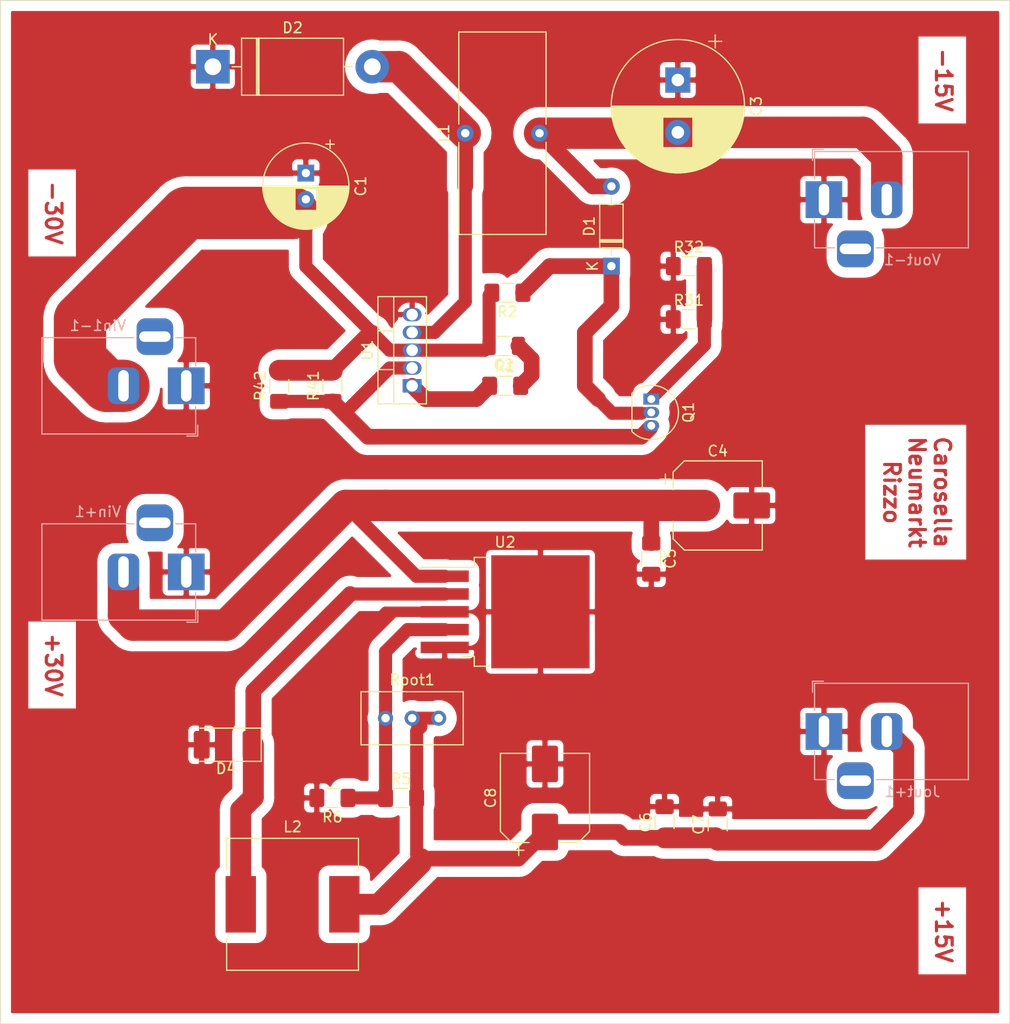
<source format=kicad_pcb>
(kicad_pcb (version 20171130) (host pcbnew "(5.1.2)-2")

  (general
    (thickness 1.6)
    (drawings 14)
    (tracks 107)
    (zones 0)
    (modules 29)
    (nets 14)
  )

  (page A4)
  (layers
    (0 F.Cu signal)
    (31 B.Cu signal hide)
    (32 B.Adhes user hide)
    (33 F.Adhes user hide)
    (34 B.Paste user hide)
    (35 F.Paste user hide)
    (36 B.SilkS user hide)
    (37 F.SilkS user hide)
    (38 B.Mask user hide)
    (39 F.Mask user hide)
    (40 Dwgs.User user hide)
    (41 Cmts.User user hide)
    (42 Eco1.User user hide)
    (43 Eco2.User user hide)
    (44 Edge.Cuts user)
    (45 Margin user hide)
    (46 B.CrtYd user hide)
    (47 F.CrtYd user hide)
    (48 B.Fab user hide)
    (49 F.Fab user hide)
  )

  (setup
    (last_trace_width 0.25)
    (user_trace_width 0.6)
    (user_trace_width 1)
    (user_trace_width 1.25)
    (user_trace_width 1.5)
    (user_trace_width 2)
    (user_trace_width 3)
    (user_trace_width 5)
    (trace_clearance 0.2)
    (zone_clearance 1)
    (zone_45_only no)
    (trace_min 0.2)
    (via_size 0.8)
    (via_drill 0.4)
    (via_min_size 0.4)
    (via_min_drill 0.3)
    (user_via 2 1)
    (uvia_size 0.3)
    (uvia_drill 0.1)
    (uvias_allowed no)
    (uvia_min_size 0.2)
    (uvia_min_drill 0.1)
    (edge_width 0.05)
    (segment_width 0.2)
    (pcb_text_width 0.3)
    (pcb_text_size 1.5 1.5)
    (mod_edge_width 0.12)
    (mod_text_size 1 1)
    (mod_text_width 0.15)
    (pad_size 1.524 1.524)
    (pad_drill 0.762)
    (pad_to_mask_clearance 0.051)
    (solder_mask_min_width 0.25)
    (aux_axis_origin 0 0)
    (visible_elements 7FFFFFFF)
    (pcbplotparams
      (layerselection 0x01000_7fffffff)
      (usegerberextensions false)
      (usegerberattributes false)
      (usegerberadvancedattributes false)
      (creategerberjobfile false)
      (excludeedgelayer true)
      (linewidth 0.100000)
      (plotframeref false)
      (viasonmask false)
      (mode 1)
      (useauxorigin false)
      (hpglpennumber 1)
      (hpglpenspeed 20)
      (hpglpendiameter 15.000000)
      (psnegative false)
      (psa4output false)
      (plotreference true)
      (plotvalue true)
      (plotinvisibletext false)
      (padsonsilk false)
      (subtractmaskfromsilk false)
      (outputformat 1)
      (mirror false)
      (drillshape 0)
      (scaleselection 1)
      (outputdirectory "C:/Users/Alan/Desktop/"))
  )

  (net 0 "")
  (net 1 GND)
  (net 2 "Net-(C2-Pad1)")
  (net 3 "Net-(C3-Pad2)")
  (net 4 "Net-(D1-Pad1)")
  (net 5 "Net-(D2-Pad2)")
  (net 6 "Net-(Q1-Pad1)")
  (net 7 "Net-(Q1-Pad3)")
  (net 8 "Net-(R1-Pad1)")
  (net 9 "Net-(C6-Pad1)")
  (net 10 "Net-(D4-Pad1)")
  (net 11 VSS)
  (net 12 VCC)
  (net 13 "Net-(R5-Pad1)")

  (net_class Default "This is the default net class."
    (clearance 0.2)
    (trace_width 0.25)
    (via_dia 0.8)
    (via_drill 0.4)
    (uvia_dia 0.3)
    (uvia_drill 0.1)
    (add_net GND)
    (add_net "Net-(C2-Pad1)")
    (add_net "Net-(C3-Pad2)")
    (add_net "Net-(C6-Pad1)")
    (add_net "Net-(D1-Pad1)")
    (add_net "Net-(D2-Pad2)")
    (add_net "Net-(D4-Pad1)")
    (add_net "Net-(Q1-Pad1)")
    (add_net "Net-(Q1-Pad3)")
    (add_net "Net-(R1-Pad1)")
    (add_net "Net-(R5-Pad1)")
    (add_net VCC)
    (add_net VSS)
  )

  (module Capacitor_SMD:CP_Elec_8x10 (layer F.Cu) (tedit 5BCA39D0) (tstamp 5D0F969F)
    (at 116.84 116.84 90)
    (descr "SMD capacitor, aluminum electrolytic, Nichicon, 8.0x10mm")
    (tags "capacitor electrolytic")
    (path /5D1F0157)
    (attr smd)
    (fp_text reference C8 (at 0 -5.2 90) (layer F.SilkS)
      (effects (font (size 1 1) (thickness 0.15)))
    )
    (fp_text value 220u (at 0 5.2 90) (layer F.Fab)
      (effects (font (size 1 1) (thickness 0.15)))
    )
    (fp_text user %R (at 0 0 90) (layer F.Fab)
      (effects (font (size 1 1) (thickness 0.15)))
    )
    (fp_line (start -5.25 1.5) (end -4.4 1.5) (layer F.CrtYd) (width 0.05))
    (fp_line (start -5.25 -1.5) (end -5.25 1.5) (layer F.CrtYd) (width 0.05))
    (fp_line (start -4.4 -1.5) (end -5.25 -1.5) (layer F.CrtYd) (width 0.05))
    (fp_line (start -4.4 1.5) (end -4.4 3.25) (layer F.CrtYd) (width 0.05))
    (fp_line (start -4.4 -3.25) (end -4.4 -1.5) (layer F.CrtYd) (width 0.05))
    (fp_line (start -4.4 -3.25) (end -3.25 -4.4) (layer F.CrtYd) (width 0.05))
    (fp_line (start -4.4 3.25) (end -3.25 4.4) (layer F.CrtYd) (width 0.05))
    (fp_line (start -3.25 -4.4) (end 4.4 -4.4) (layer F.CrtYd) (width 0.05))
    (fp_line (start -3.25 4.4) (end 4.4 4.4) (layer F.CrtYd) (width 0.05))
    (fp_line (start 4.4 1.5) (end 4.4 4.4) (layer F.CrtYd) (width 0.05))
    (fp_line (start 5.25 1.5) (end 4.4 1.5) (layer F.CrtYd) (width 0.05))
    (fp_line (start 5.25 -1.5) (end 5.25 1.5) (layer F.CrtYd) (width 0.05))
    (fp_line (start 4.4 -1.5) (end 5.25 -1.5) (layer F.CrtYd) (width 0.05))
    (fp_line (start 4.4 -4.4) (end 4.4 -1.5) (layer F.CrtYd) (width 0.05))
    (fp_line (start -5 -3.01) (end -5 -2.01) (layer F.SilkS) (width 0.12))
    (fp_line (start -5.5 -2.51) (end -4.5 -2.51) (layer F.SilkS) (width 0.12))
    (fp_line (start -4.26 3.195563) (end -3.195563 4.26) (layer F.SilkS) (width 0.12))
    (fp_line (start -4.26 -3.195563) (end -3.195563 -4.26) (layer F.SilkS) (width 0.12))
    (fp_line (start -4.26 -3.195563) (end -4.26 -1.51) (layer F.SilkS) (width 0.12))
    (fp_line (start -4.26 3.195563) (end -4.26 1.51) (layer F.SilkS) (width 0.12))
    (fp_line (start -3.195563 4.26) (end 4.26 4.26) (layer F.SilkS) (width 0.12))
    (fp_line (start -3.195563 -4.26) (end 4.26 -4.26) (layer F.SilkS) (width 0.12))
    (fp_line (start 4.26 -4.26) (end 4.26 -1.51) (layer F.SilkS) (width 0.12))
    (fp_line (start 4.26 4.26) (end 4.26 1.51) (layer F.SilkS) (width 0.12))
    (fp_line (start -3.162278 -1.9) (end -3.162278 -1.1) (layer F.Fab) (width 0.1))
    (fp_line (start -3.562278 -1.5) (end -2.762278 -1.5) (layer F.Fab) (width 0.1))
    (fp_line (start -4.15 3.15) (end -3.15 4.15) (layer F.Fab) (width 0.1))
    (fp_line (start -4.15 -3.15) (end -3.15 -4.15) (layer F.Fab) (width 0.1))
    (fp_line (start -4.15 -3.15) (end -4.15 3.15) (layer F.Fab) (width 0.1))
    (fp_line (start -3.15 4.15) (end 4.15 4.15) (layer F.Fab) (width 0.1))
    (fp_line (start -3.15 -4.15) (end 4.15 -4.15) (layer F.Fab) (width 0.1))
    (fp_line (start 4.15 -4.15) (end 4.15 4.15) (layer F.Fab) (width 0.1))
    (fp_circle (center 0 0) (end 4 0) (layer F.Fab) (width 0.1))
    (pad 2 smd roundrect (at 3.25 0 90) (size 3.5 2.5) (layers F.Cu F.Paste F.Mask) (roundrect_rratio 0.1)
      (net 1 GND))
    (pad 1 smd roundrect (at -3.25 0 90) (size 3.5 2.5) (layers F.Cu F.Paste F.Mask) (roundrect_rratio 0.1)
      (net 9 "Net-(C6-Pad1)"))
    (model ${KISYS3DMOD}/Capacitor_SMD.3dshapes/CP_Elec_8x10.wrl
      (at (xyz 0 0 0))
      (scale (xyz 1 1 1))
      (rotate (xyz 0 0 0))
    )
  )

  (module Capacitor_SMD:CP_Elec_8x10 (layer F.Cu) (tedit 5BCA39D0) (tstamp 5D0F9596)
    (at 133.35 88.9)
    (descr "SMD capacitor, aluminum electrolytic, Nichicon, 8.0x10mm")
    (tags "capacitor electrolytic")
    (path /5D1EED9F)
    (attr smd)
    (fp_text reference C4 (at 0 -5.2) (layer F.SilkS)
      (effects (font (size 1 1) (thickness 0.15)))
    )
    (fp_text value 100u (at 0 5.2) (layer F.Fab)
      (effects (font (size 1 1) (thickness 0.15)))
    )
    (fp_text user %R (at 0 0) (layer F.Fab)
      (effects (font (size 1 1) (thickness 0.15)))
    )
    (fp_line (start -5.25 1.5) (end -4.4 1.5) (layer F.CrtYd) (width 0.05))
    (fp_line (start -5.25 -1.5) (end -5.25 1.5) (layer F.CrtYd) (width 0.05))
    (fp_line (start -4.4 -1.5) (end -5.25 -1.5) (layer F.CrtYd) (width 0.05))
    (fp_line (start -4.4 1.5) (end -4.4 3.25) (layer F.CrtYd) (width 0.05))
    (fp_line (start -4.4 -3.25) (end -4.4 -1.5) (layer F.CrtYd) (width 0.05))
    (fp_line (start -4.4 -3.25) (end -3.25 -4.4) (layer F.CrtYd) (width 0.05))
    (fp_line (start -4.4 3.25) (end -3.25 4.4) (layer F.CrtYd) (width 0.05))
    (fp_line (start -3.25 -4.4) (end 4.4 -4.4) (layer F.CrtYd) (width 0.05))
    (fp_line (start -3.25 4.4) (end 4.4 4.4) (layer F.CrtYd) (width 0.05))
    (fp_line (start 4.4 1.5) (end 4.4 4.4) (layer F.CrtYd) (width 0.05))
    (fp_line (start 5.25 1.5) (end 4.4 1.5) (layer F.CrtYd) (width 0.05))
    (fp_line (start 5.25 -1.5) (end 5.25 1.5) (layer F.CrtYd) (width 0.05))
    (fp_line (start 4.4 -1.5) (end 5.25 -1.5) (layer F.CrtYd) (width 0.05))
    (fp_line (start 4.4 -4.4) (end 4.4 -1.5) (layer F.CrtYd) (width 0.05))
    (fp_line (start -5 -3.01) (end -5 -2.01) (layer F.SilkS) (width 0.12))
    (fp_line (start -5.5 -2.51) (end -4.5 -2.51) (layer F.SilkS) (width 0.12))
    (fp_line (start -4.26 3.195563) (end -3.195563 4.26) (layer F.SilkS) (width 0.12))
    (fp_line (start -4.26 -3.195563) (end -3.195563 -4.26) (layer F.SilkS) (width 0.12))
    (fp_line (start -4.26 -3.195563) (end -4.26 -1.51) (layer F.SilkS) (width 0.12))
    (fp_line (start -4.26 3.195563) (end -4.26 1.51) (layer F.SilkS) (width 0.12))
    (fp_line (start -3.195563 4.26) (end 4.26 4.26) (layer F.SilkS) (width 0.12))
    (fp_line (start -3.195563 -4.26) (end 4.26 -4.26) (layer F.SilkS) (width 0.12))
    (fp_line (start 4.26 -4.26) (end 4.26 -1.51) (layer F.SilkS) (width 0.12))
    (fp_line (start 4.26 4.26) (end 4.26 1.51) (layer F.SilkS) (width 0.12))
    (fp_line (start -3.162278 -1.9) (end -3.162278 -1.1) (layer F.Fab) (width 0.1))
    (fp_line (start -3.562278 -1.5) (end -2.762278 -1.5) (layer F.Fab) (width 0.1))
    (fp_line (start -4.15 3.15) (end -3.15 4.15) (layer F.Fab) (width 0.1))
    (fp_line (start -4.15 -3.15) (end -3.15 -4.15) (layer F.Fab) (width 0.1))
    (fp_line (start -4.15 -3.15) (end -4.15 3.15) (layer F.Fab) (width 0.1))
    (fp_line (start -3.15 4.15) (end 4.15 4.15) (layer F.Fab) (width 0.1))
    (fp_line (start -3.15 -4.15) (end 4.15 -4.15) (layer F.Fab) (width 0.1))
    (fp_line (start 4.15 -4.15) (end 4.15 4.15) (layer F.Fab) (width 0.1))
    (fp_circle (center 0 0) (end 4 0) (layer F.Fab) (width 0.1))
    (pad 2 smd roundrect (at 3.25 0) (size 3.5 2.5) (layers F.Cu F.Paste F.Mask) (roundrect_rratio 0.1)
      (net 1 GND))
    (pad 1 smd roundrect (at -3.25 0) (size 3.5 2.5) (layers F.Cu F.Paste F.Mask) (roundrect_rratio 0.1)
      (net 12 VCC))
    (model ${KISYS3DMOD}/Capacitor_SMD.3dshapes/CP_Elec_8x10.wrl
      (at (xyz 0 0 0))
      (scale (xyz 1 1 1))
      (rotate (xyz 0 0 0))
    )
  )

  (module Diode_THT:D_DO-35_SOD27_P7.62mm_Horizontal (layer F.Cu) (tedit 5AE50CD5) (tstamp 5D0E8600)
    (at 123.19 66.04 90)
    (descr "Diode, DO-35_SOD27 series, Axial, Horizontal, pin pitch=7.62mm, , length*diameter=4*2mm^2, , http://www.diodes.com/_files/packages/DO-35.pdf")
    (tags "Diode DO-35_SOD27 series Axial Horizontal pin pitch 7.62mm  length 4mm diameter 2mm")
    (path /5D0F8F4B)
    (fp_text reference D1 (at 3.81 -2.12 90) (layer F.SilkS)
      (effects (font (size 1 1) (thickness 0.15)))
    )
    (fp_text value 1N4148 (at 3.81 2.12 90) (layer F.Fab)
      (effects (font (size 1 1) (thickness 0.15)))
    )
    (fp_text user K (at 0 -1.8 90) (layer F.SilkS)
      (effects (font (size 1 1) (thickness 0.15)))
    )
    (fp_text user K (at 0 -1.8 90) (layer F.Fab)
      (effects (font (size 1 1) (thickness 0.15)))
    )
    (fp_text user %R (at 4.11 0 90) (layer F.Fab)
      (effects (font (size 0.8 0.8) (thickness 0.12)))
    )
    (fp_line (start 8.67 -1.25) (end -1.05 -1.25) (layer F.CrtYd) (width 0.05))
    (fp_line (start 8.67 1.25) (end 8.67 -1.25) (layer F.CrtYd) (width 0.05))
    (fp_line (start -1.05 1.25) (end 8.67 1.25) (layer F.CrtYd) (width 0.05))
    (fp_line (start -1.05 -1.25) (end -1.05 1.25) (layer F.CrtYd) (width 0.05))
    (fp_line (start 2.29 -1.12) (end 2.29 1.12) (layer F.SilkS) (width 0.12))
    (fp_line (start 2.53 -1.12) (end 2.53 1.12) (layer F.SilkS) (width 0.12))
    (fp_line (start 2.41 -1.12) (end 2.41 1.12) (layer F.SilkS) (width 0.12))
    (fp_line (start 6.58 0) (end 5.93 0) (layer F.SilkS) (width 0.12))
    (fp_line (start 1.04 0) (end 1.69 0) (layer F.SilkS) (width 0.12))
    (fp_line (start 5.93 -1.12) (end 1.69 -1.12) (layer F.SilkS) (width 0.12))
    (fp_line (start 5.93 1.12) (end 5.93 -1.12) (layer F.SilkS) (width 0.12))
    (fp_line (start 1.69 1.12) (end 5.93 1.12) (layer F.SilkS) (width 0.12))
    (fp_line (start 1.69 -1.12) (end 1.69 1.12) (layer F.SilkS) (width 0.12))
    (fp_line (start 2.31 -1) (end 2.31 1) (layer F.Fab) (width 0.1))
    (fp_line (start 2.51 -1) (end 2.51 1) (layer F.Fab) (width 0.1))
    (fp_line (start 2.41 -1) (end 2.41 1) (layer F.Fab) (width 0.1))
    (fp_line (start 7.62 0) (end 5.81 0) (layer F.Fab) (width 0.1))
    (fp_line (start 0 0) (end 1.81 0) (layer F.Fab) (width 0.1))
    (fp_line (start 5.81 -1) (end 1.81 -1) (layer F.Fab) (width 0.1))
    (fp_line (start 5.81 1) (end 5.81 -1) (layer F.Fab) (width 0.1))
    (fp_line (start 1.81 1) (end 5.81 1) (layer F.Fab) (width 0.1))
    (fp_line (start 1.81 -1) (end 1.81 1) (layer F.Fab) (width 0.1))
    (pad 2 thru_hole oval (at 7.62 0 90) (size 1.6 1.6) (drill 0.8) (layers *.Cu *.Mask)
      (net 3 "Net-(C3-Pad2)"))
    (pad 1 thru_hole rect (at 0 0 90) (size 1.6 1.6) (drill 0.8) (layers *.Cu *.Mask)
      (net 4 "Net-(D1-Pad1)"))
    (model ${KISYS3DMOD}/Diode_THT.3dshapes/D_DO-35_SOD27_P7.62mm_Horizontal.wrl
      (at (xyz 0 0 0))
      (scale (xyz 1 1 1))
      (rotate (xyz 0 0 0))
    )
  )

  (module Capacitor_SMD:C_1206_3216Metric_Pad1.42x1.75mm_HandSolder (layer F.Cu) (tedit 5B301BBE) (tstamp 5D10ED26)
    (at 127 93.98 270)
    (descr "Capacitor SMD 1206 (3216 Metric), square (rectangular) end terminal, IPC_7351 nominal with elongated pad for handsoldering. (Body size source: http://www.tortai-tech.com/upload/download/2011102023233369053.pdf), generated with kicad-footprint-generator")
    (tags "capacitor handsolder")
    (path /5D15508C)
    (attr smd)
    (fp_text reference C5 (at 0 -1.82 90) (layer F.SilkS)
      (effects (font (size 1 1) (thickness 0.15)))
    )
    (fp_text value 10u (at 0 1.82 90) (layer F.Fab)
      (effects (font (size 1 1) (thickness 0.15)))
    )
    (fp_text user %R (at 0 0 90) (layer F.Fab)
      (effects (font (size 0.8 0.8) (thickness 0.12)))
    )
    (fp_line (start 2.45 1.12) (end -2.45 1.12) (layer F.CrtYd) (width 0.05))
    (fp_line (start 2.45 -1.12) (end 2.45 1.12) (layer F.CrtYd) (width 0.05))
    (fp_line (start -2.45 -1.12) (end 2.45 -1.12) (layer F.CrtYd) (width 0.05))
    (fp_line (start -2.45 1.12) (end -2.45 -1.12) (layer F.CrtYd) (width 0.05))
    (fp_line (start -0.602064 0.91) (end 0.602064 0.91) (layer F.SilkS) (width 0.12))
    (fp_line (start -0.602064 -0.91) (end 0.602064 -0.91) (layer F.SilkS) (width 0.12))
    (fp_line (start 1.6 0.8) (end -1.6 0.8) (layer F.Fab) (width 0.1))
    (fp_line (start 1.6 -0.8) (end 1.6 0.8) (layer F.Fab) (width 0.1))
    (fp_line (start -1.6 -0.8) (end 1.6 -0.8) (layer F.Fab) (width 0.1))
    (fp_line (start -1.6 0.8) (end -1.6 -0.8) (layer F.Fab) (width 0.1))
    (pad 2 smd roundrect (at 1.4875 0 270) (size 1.425 1.75) (layers F.Cu F.Paste F.Mask) (roundrect_rratio 0.175439)
      (net 1 GND))
    (pad 1 smd roundrect (at -1.4875 0 270) (size 1.425 1.75) (layers F.Cu F.Paste F.Mask) (roundrect_rratio 0.175439)
      (net 12 VCC))
    (model ${KISYS3DMOD}/Capacitor_SMD.3dshapes/C_1206_3216Metric.wrl
      (at (xyz 0 0 0))
      (scale (xyz 1 1 1))
      (rotate (xyz 0 0 0))
    )
  )

  (module Diode_SMD:D_2010_5025Metric_Pad1.52x2.65mm_HandSolder (layer F.Cu) (tedit 5B4B45C8) (tstamp 5D0F1DD9)
    (at 86.36 111.76 180)
    (descr "Diode SMD 2010 (5025 Metric), square (rectangular) end terminal, IPC_7351 nominal, (Body size source: http://www.tortai-tech.com/upload/download/2011102023233369053.pdf), generated with kicad-footprint-generator")
    (tags "diode handsolder")
    (path /5D155D5F)
    (attr smd)
    (fp_text reference D4 (at 0 -2.28) (layer F.SilkS)
      (effects (font (size 1 1) (thickness 0.15)))
    )
    (fp_text value SK54B (at 0 2.28) (layer F.Fab)
      (effects (font (size 1 1) (thickness 0.15)))
    )
    (fp_text user %R (at 0 0) (layer F.Fab)
      (effects (font (size 1 1) (thickness 0.15)))
    )
    (fp_line (start 3.35 1.58) (end -3.35 1.58) (layer F.CrtYd) (width 0.05))
    (fp_line (start 3.35 -1.58) (end 3.35 1.58) (layer F.CrtYd) (width 0.05))
    (fp_line (start -3.35 -1.58) (end 3.35 -1.58) (layer F.CrtYd) (width 0.05))
    (fp_line (start -3.35 1.58) (end -3.35 -1.58) (layer F.CrtYd) (width 0.05))
    (fp_line (start -3.36 1.585) (end 2.5 1.585) (layer F.SilkS) (width 0.12))
    (fp_line (start -3.36 -1.585) (end -3.36 1.585) (layer F.SilkS) (width 0.12))
    (fp_line (start 2.5 -1.585) (end -3.36 -1.585) (layer F.SilkS) (width 0.12))
    (fp_line (start 2.5 1.25) (end 2.5 -1.25) (layer F.Fab) (width 0.1))
    (fp_line (start -2.5 1.25) (end 2.5 1.25) (layer F.Fab) (width 0.1))
    (fp_line (start -2.5 -0.625) (end -2.5 1.25) (layer F.Fab) (width 0.1))
    (fp_line (start -1.875 -1.25) (end -2.5 -0.625) (layer F.Fab) (width 0.1))
    (fp_line (start 2.5 -1.25) (end -1.875 -1.25) (layer F.Fab) (width 0.1))
    (pad 2 smd roundrect (at 2.3375 0 180) (size 1.525 2.65) (layers F.Cu F.Paste F.Mask) (roundrect_rratio 0.163934)
      (net 1 GND))
    (pad 1 smd roundrect (at -2.3375 0 180) (size 1.525 2.65) (layers F.Cu F.Paste F.Mask) (roundrect_rratio 0.163934)
      (net 10 "Net-(D4-Pad1)"))
    (model ${KISYS3DMOD}/Diode_SMD.3dshapes/D_2010_5025Metric.wrl
      (at (xyz 0 0 0))
      (scale (xyz 1 1 1))
      (rotate (xyz 0 0 0))
    )
  )

  (module Potentiometer_THT:Potentiometer_Bourns_3296W_Vertical (layer F.Cu) (tedit 5A3D4994) (tstamp 5D0F7F8C)
    (at 106.68 109.22)
    (descr "Potentiometer, vertical, Bourns 3296W, https://www.bourns.com/pdfs/3296.pdf")
    (tags "Potentiometer vertical Bourns 3296W")
    (path /5D1E0B3E)
    (fp_text reference Rpot1 (at -2.54 -3.66) (layer F.SilkS)
      (effects (font (size 1 1) (thickness 0.15)))
    )
    (fp_text value 10k (at -2.54 3.67) (layer F.Fab)
      (effects (font (size 1 1) (thickness 0.15)))
    )
    (fp_line (start 2.5 -2.7) (end -7.6 -2.7) (layer F.CrtYd) (width 0.05))
    (fp_line (start 2.5 2.7) (end 2.5 -2.7) (layer F.CrtYd) (width 0.05))
    (fp_line (start -7.6 2.7) (end 2.5 2.7) (layer F.CrtYd) (width 0.05))
    (fp_line (start -7.6 -2.7) (end -7.6 2.7) (layer F.CrtYd) (width 0.05))
    (fp_line (start 2.345 -2.53) (end 2.345 2.54) (layer F.SilkS) (width 0.12))
    (fp_line (start -7.425 -2.53) (end -7.425 2.54) (layer F.SilkS) (width 0.12))
    (fp_line (start -7.425 2.54) (end 2.345 2.54) (layer F.SilkS) (width 0.12))
    (fp_line (start -7.425 -2.53) (end 2.345 -2.53) (layer F.SilkS) (width 0.12))
    (fp_line (start 0.955 2.235) (end 0.956 0.066) (layer F.Fab) (width 0.1))
    (fp_line (start 0.955 2.235) (end 0.956 0.066) (layer F.Fab) (width 0.1))
    (fp_line (start 2.225 -2.41) (end -7.305 -2.41) (layer F.Fab) (width 0.1))
    (fp_line (start 2.225 2.42) (end 2.225 -2.41) (layer F.Fab) (width 0.1))
    (fp_line (start -7.305 2.42) (end 2.225 2.42) (layer F.Fab) (width 0.1))
    (fp_line (start -7.305 -2.41) (end -7.305 2.42) (layer F.Fab) (width 0.1))
    (fp_circle (center 0.955 1.15) (end 2.05 1.15) (layer F.Fab) (width 0.1))
    (pad 3 thru_hole circle (at -5.08 0) (size 1.44 1.44) (drill 0.8) (layers *.Cu *.Mask)
      (net 13 "Net-(R5-Pad1)"))
    (pad 2 thru_hole circle (at -2.54 0) (size 1.44 1.44) (drill 0.8) (layers *.Cu *.Mask)
      (net 9 "Net-(C6-Pad1)"))
    (pad 1 thru_hole circle (at 0 0) (size 1.44 1.44) (drill 0.8) (layers *.Cu *.Mask)
      (net 9 "Net-(C6-Pad1)"))
    (model ${KISYS3DMOD}/Potentiometer_THT.3dshapes/Potentiometer_Bourns_3296W_Vertical.wrl
      (at (xyz 0 0 0))
      (scale (xyz 1 1 1))
      (rotate (xyz 0 0 0))
    )
  )

  (module Connector_BarrelJack:BarrelJack_Horizontal (layer B.Cu) (tedit 5A1DBF6A) (tstamp 5D0F202B)
    (at 82.55 95.25)
    (descr "DC Barrel Jack")
    (tags "Power Jack")
    (path /5D17D25C)
    (fp_text reference Vin+1 (at -8.45 -5.75) (layer B.SilkS)
      (effects (font (size 1 1) (thickness 0.15)) (justify mirror))
    )
    (fp_text value Jack-DC (at -6.2 5.5) (layer B.Fab)
      (effects (font (size 1 1) (thickness 0.15)) (justify mirror))
    )
    (fp_line (start 0 4.5) (end -13.7 4.5) (layer B.Fab) (width 0.1))
    (fp_line (start 0.8 -4.5) (end 0.8 3.75) (layer B.Fab) (width 0.1))
    (fp_line (start -13.7 -4.5) (end 0.8 -4.5) (layer B.Fab) (width 0.1))
    (fp_line (start -13.7 4.5) (end -13.7 -4.5) (layer B.Fab) (width 0.1))
    (fp_line (start -10.2 4.5) (end -10.2 -4.5) (layer B.Fab) (width 0.1))
    (fp_line (start 0.9 4.6) (end 0.9 2) (layer B.SilkS) (width 0.12))
    (fp_line (start -13.8 4.6) (end 0.9 4.6) (layer B.SilkS) (width 0.12))
    (fp_line (start 0.9 -4.6) (end -1 -4.6) (layer B.SilkS) (width 0.12))
    (fp_line (start 0.9 -1.9) (end 0.9 -4.6) (layer B.SilkS) (width 0.12))
    (fp_line (start -13.8 -4.6) (end -13.8 4.6) (layer B.SilkS) (width 0.12))
    (fp_line (start -5 -4.6) (end -13.8 -4.6) (layer B.SilkS) (width 0.12))
    (fp_line (start -14 -4.75) (end -14 4.75) (layer B.CrtYd) (width 0.05))
    (fp_line (start -5 -4.75) (end -14 -4.75) (layer B.CrtYd) (width 0.05))
    (fp_line (start -5 -6.75) (end -5 -4.75) (layer B.CrtYd) (width 0.05))
    (fp_line (start -1 -6.75) (end -5 -6.75) (layer B.CrtYd) (width 0.05))
    (fp_line (start -1 -4.75) (end -1 -6.75) (layer B.CrtYd) (width 0.05))
    (fp_line (start 1 -4.75) (end -1 -4.75) (layer B.CrtYd) (width 0.05))
    (fp_line (start 1 -2) (end 1 -4.75) (layer B.CrtYd) (width 0.05))
    (fp_line (start 2 -2) (end 1 -2) (layer B.CrtYd) (width 0.05))
    (fp_line (start 2 2) (end 2 -2) (layer B.CrtYd) (width 0.05))
    (fp_line (start 1 2) (end 2 2) (layer B.CrtYd) (width 0.05))
    (fp_line (start 1 4.5) (end 1 2) (layer B.CrtYd) (width 0.05))
    (fp_line (start 1 4.75) (end -14 4.75) (layer B.CrtYd) (width 0.05))
    (fp_line (start 1 4.5) (end 1 4.75) (layer B.CrtYd) (width 0.05))
    (fp_line (start 0.05 4.8) (end 1.1 4.8) (layer B.SilkS) (width 0.12))
    (fp_line (start 1.1 3.75) (end 1.1 4.8) (layer B.SilkS) (width 0.12))
    (fp_line (start -0.003213 4.505425) (end 0.8 3.75) (layer B.Fab) (width 0.1))
    (fp_text user %R (at -3 2.95) (layer B.Fab)
      (effects (font (size 1 1) (thickness 0.15)) (justify mirror))
    )
    (pad 3 thru_hole roundrect (at -3 -4.7) (size 3.5 3.5) (drill oval 3 1) (layers *.Cu *.Mask) (roundrect_rratio 0.25))
    (pad 2 thru_hole roundrect (at -6 0) (size 3 3.5) (drill oval 1 3) (layers *.Cu *.Mask) (roundrect_rratio 0.25)
      (net 12 VCC))
    (pad 1 thru_hole rect (at 0 0) (size 3.5 3.5) (drill oval 1 3) (layers *.Cu *.Mask)
      (net 1 GND))
    (model ${KISYS3DMOD}/Connector_BarrelJack.3dshapes/BarrelJack_Horizontal.wrl
      (at (xyz 0 0 0))
      (scale (xyz 1 1 1))
      (rotate (xyz 0 0 0))
    )
  )

  (module Package_TO_SOT_SMD:TO-263-5_TabPin3 (layer F.Cu) (tedit 5A70FBB6) (tstamp 5D0F2008)
    (at 113.03 99.06)
    (descr "TO-263 / D2PAK / DDPAK SMD package, http://www.infineon.com/cms/en/product/packages/PG-TO263/PG-TO263-5-1/")
    (tags "D2PAK DDPAK TO-263 D2PAK-5 TO-263-5 SOT-426")
    (path /5D15614C)
    (attr smd)
    (fp_text reference U2 (at 0 -6.65) (layer F.SilkS)
      (effects (font (size 1 1) (thickness 0.15)))
    )
    (fp_text value LM2596S-ADJ (at 0 6.65) (layer F.Fab)
      (effects (font (size 1 1) (thickness 0.15)))
    )
    (fp_text user %R (at 0 0) (layer F.Fab)
      (effects (font (size 1 1) (thickness 0.15)))
    )
    (fp_line (start 8.32 -5.65) (end -8.32 -5.65) (layer F.CrtYd) (width 0.05))
    (fp_line (start 8.32 5.65) (end 8.32 -5.65) (layer F.CrtYd) (width 0.05))
    (fp_line (start -8.32 5.65) (end 8.32 5.65) (layer F.CrtYd) (width 0.05))
    (fp_line (start -8.32 -5.65) (end -8.32 5.65) (layer F.CrtYd) (width 0.05))
    (fp_line (start -2.95 4.25) (end -4.05 4.25) (layer F.SilkS) (width 0.12))
    (fp_line (start -2.95 5.2) (end -2.95 4.25) (layer F.SilkS) (width 0.12))
    (fp_line (start -1.45 5.2) (end -2.95 5.2) (layer F.SilkS) (width 0.12))
    (fp_line (start -2.95 -4.25) (end -8.075 -4.25) (layer F.SilkS) (width 0.12))
    (fp_line (start -2.95 -5.2) (end -2.95 -4.25) (layer F.SilkS) (width 0.12))
    (fp_line (start -1.45 -5.2) (end -2.95 -5.2) (layer F.SilkS) (width 0.12))
    (fp_line (start -7.45 3.8) (end -2.75 3.8) (layer F.Fab) (width 0.1))
    (fp_line (start -7.45 3) (end -7.45 3.8) (layer F.Fab) (width 0.1))
    (fp_line (start -2.75 3) (end -7.45 3) (layer F.Fab) (width 0.1))
    (fp_line (start -7.45 2.1) (end -2.75 2.1) (layer F.Fab) (width 0.1))
    (fp_line (start -7.45 1.3) (end -7.45 2.1) (layer F.Fab) (width 0.1))
    (fp_line (start -2.75 1.3) (end -7.45 1.3) (layer F.Fab) (width 0.1))
    (fp_line (start -7.45 0.4) (end -2.75 0.4) (layer F.Fab) (width 0.1))
    (fp_line (start -7.45 -0.4) (end -7.45 0.4) (layer F.Fab) (width 0.1))
    (fp_line (start -2.75 -0.4) (end -7.45 -0.4) (layer F.Fab) (width 0.1))
    (fp_line (start -7.45 -1.3) (end -2.75 -1.3) (layer F.Fab) (width 0.1))
    (fp_line (start -7.45 -2.1) (end -7.45 -1.3) (layer F.Fab) (width 0.1))
    (fp_line (start -2.75 -2.1) (end -7.45 -2.1) (layer F.Fab) (width 0.1))
    (fp_line (start -7.45 -3) (end -2.75 -3) (layer F.Fab) (width 0.1))
    (fp_line (start -7.45 -3.8) (end -7.45 -3) (layer F.Fab) (width 0.1))
    (fp_line (start -2.75 -3.8) (end -7.45 -3.8) (layer F.Fab) (width 0.1))
    (fp_line (start -1.75 -5) (end 6.5 -5) (layer F.Fab) (width 0.1))
    (fp_line (start -2.75 -4) (end -1.75 -5) (layer F.Fab) (width 0.1))
    (fp_line (start -2.75 5) (end -2.75 -4) (layer F.Fab) (width 0.1))
    (fp_line (start 6.5 5) (end -2.75 5) (layer F.Fab) (width 0.1))
    (fp_line (start 6.5 -5) (end 6.5 5) (layer F.Fab) (width 0.1))
    (fp_line (start 7.5 5) (end 6.5 5) (layer F.Fab) (width 0.1))
    (fp_line (start 7.5 -5) (end 7.5 5) (layer F.Fab) (width 0.1))
    (fp_line (start 6.5 -5) (end 7.5 -5) (layer F.Fab) (width 0.1))
    (pad "" smd rect (at 0.95 2.775) (size 4.55 5.25) (layers F.Paste))
    (pad "" smd rect (at 5.8 -2.775) (size 4.55 5.25) (layers F.Paste))
    (pad "" smd rect (at 0.95 -2.775) (size 4.55 5.25) (layers F.Paste))
    (pad "" smd rect (at 5.8 2.775) (size 4.55 5.25) (layers F.Paste))
    (pad 3 smd rect (at 3.375 0) (size 9.4 10.8) (layers F.Cu F.Mask)
      (net 1 GND))
    (pad 5 smd rect (at -5.775 3.4) (size 4.6 1.1) (layers F.Cu F.Paste F.Mask)
      (net 1 GND))
    (pad 4 smd rect (at -5.775 1.7) (size 4.6 1.1) (layers F.Cu F.Paste F.Mask)
      (net 13 "Net-(R5-Pad1)"))
    (pad 3 smd rect (at -5.775 0) (size 4.6 1.1) (layers F.Cu F.Paste F.Mask)
      (net 1 GND))
    (pad 2 smd rect (at -5.775 -1.7) (size 4.6 1.1) (layers F.Cu F.Paste F.Mask)
      (net 10 "Net-(D4-Pad1)"))
    (pad 1 smd rect (at -5.775 -3.4) (size 4.6 1.1) (layers F.Cu F.Paste F.Mask)
      (net 12 VCC))
    (model ${KISYS3DMOD}/Package_TO_SOT_SMD.3dshapes/TO-263-5_TabPin3.wrl
      (at (xyz 0 0 0))
      (scale (xyz 1 1 1))
      (rotate (xyz 0 0 0))
    )
  )

  (module Resistor_SMD:R_1206_3216Metric_Pad1.42x1.75mm_HandSolder (layer F.Cu) (tedit 5B301BBD) (tstamp 5D0F1F0B)
    (at 96.52 116.84 180)
    (descr "Resistor SMD 1206 (3216 Metric), square (rectangular) end terminal, IPC_7351 nominal with elongated pad for handsoldering. (Body size source: http://www.tortai-tech.com/upload/download/2011102023233369053.pdf), generated with kicad-footprint-generator")
    (tags "resistor handsolder")
    (path /5D1541A7)
    (attr smd)
    (fp_text reference R6 (at 0 -1.82) (layer F.SilkS)
      (effects (font (size 1 1) (thickness 0.15)))
    )
    (fp_text value 470 (at 0 1.82) (layer F.Fab)
      (effects (font (size 1 1) (thickness 0.15)))
    )
    (fp_text user %R (at 0 0) (layer F.Fab)
      (effects (font (size 0.8 0.8) (thickness 0.12)))
    )
    (fp_line (start 2.45 1.12) (end -2.45 1.12) (layer F.CrtYd) (width 0.05))
    (fp_line (start 2.45 -1.12) (end 2.45 1.12) (layer F.CrtYd) (width 0.05))
    (fp_line (start -2.45 -1.12) (end 2.45 -1.12) (layer F.CrtYd) (width 0.05))
    (fp_line (start -2.45 1.12) (end -2.45 -1.12) (layer F.CrtYd) (width 0.05))
    (fp_line (start -0.602064 0.91) (end 0.602064 0.91) (layer F.SilkS) (width 0.12))
    (fp_line (start -0.602064 -0.91) (end 0.602064 -0.91) (layer F.SilkS) (width 0.12))
    (fp_line (start 1.6 0.8) (end -1.6 0.8) (layer F.Fab) (width 0.1))
    (fp_line (start 1.6 -0.8) (end 1.6 0.8) (layer F.Fab) (width 0.1))
    (fp_line (start -1.6 -0.8) (end 1.6 -0.8) (layer F.Fab) (width 0.1))
    (fp_line (start -1.6 0.8) (end -1.6 -0.8) (layer F.Fab) (width 0.1))
    (pad 2 smd roundrect (at 1.4875 0 180) (size 1.425 1.75) (layers F.Cu F.Paste F.Mask) (roundrect_rratio 0.175439)
      (net 1 GND))
    (pad 1 smd roundrect (at -1.4875 0 180) (size 1.425 1.75) (layers F.Cu F.Paste F.Mask) (roundrect_rratio 0.175439)
      (net 13 "Net-(R5-Pad1)"))
    (model ${KISYS3DMOD}/Resistor_SMD.3dshapes/R_1206_3216Metric.wrl
      (at (xyz 0 0 0))
      (scale (xyz 1 1 1))
      (rotate (xyz 0 0 0))
    )
  )

  (module Resistor_SMD:R_1206_3216Metric_Pad1.42x1.75mm_HandSolder (layer F.Cu) (tedit 5B301BBD) (tstamp 5D0F1EFA)
    (at 103.0875 116.84)
    (descr "Resistor SMD 1206 (3216 Metric), square (rectangular) end terminal, IPC_7351 nominal with elongated pad for handsoldering. (Body size source: http://www.tortai-tech.com/upload/download/2011102023233369053.pdf), generated with kicad-footprint-generator")
    (tags "resistor handsolder")
    (path /5D153D3C)
    (attr smd)
    (fp_text reference R5 (at 0 -1.82) (layer F.SilkS)
      (effects (font (size 1 1) (thickness 0.15)))
    )
    (fp_text value R (at 0 1.82) (layer F.Fab)
      (effects (font (size 1 1) (thickness 0.15)))
    )
    (fp_text user %R (at 0 0 180) (layer F.Fab)
      (effects (font (size 0.8 0.8) (thickness 0.12)))
    )
    (fp_line (start 2.45 1.12) (end -2.45 1.12) (layer F.CrtYd) (width 0.05))
    (fp_line (start 2.45 -1.12) (end 2.45 1.12) (layer F.CrtYd) (width 0.05))
    (fp_line (start -2.45 -1.12) (end 2.45 -1.12) (layer F.CrtYd) (width 0.05))
    (fp_line (start -2.45 1.12) (end -2.45 -1.12) (layer F.CrtYd) (width 0.05))
    (fp_line (start -0.602064 0.91) (end 0.602064 0.91) (layer F.SilkS) (width 0.12))
    (fp_line (start -0.602064 -0.91) (end 0.602064 -0.91) (layer F.SilkS) (width 0.12))
    (fp_line (start 1.6 0.8) (end -1.6 0.8) (layer F.Fab) (width 0.1))
    (fp_line (start 1.6 -0.8) (end 1.6 0.8) (layer F.Fab) (width 0.1))
    (fp_line (start -1.6 -0.8) (end 1.6 -0.8) (layer F.Fab) (width 0.1))
    (fp_line (start -1.6 0.8) (end -1.6 -0.8) (layer F.Fab) (width 0.1))
    (pad 2 smd roundrect (at 1.4875 0) (size 1.425 1.75) (layers F.Cu F.Paste F.Mask) (roundrect_rratio 0.175439)
      (net 9 "Net-(C6-Pad1)"))
    (pad 1 smd roundrect (at -1.4875 0) (size 1.425 1.75) (layers F.Cu F.Paste F.Mask) (roundrect_rratio 0.175439)
      (net 13 "Net-(R5-Pad1)"))
    (model ${KISYS3DMOD}/Resistor_SMD.3dshapes/R_1206_3216Metric.wrl
      (at (xyz 0 0 0))
      (scale (xyz 1 1 1))
      (rotate (xyz 0 0 0))
    )
  )

  (module Inductor_SMD:L_12x12mm_H8mm (layer F.Cu) (tedit 5990349C) (tstamp 5D0F1E87)
    (at 92.71 127)
    (descr "Choke, SMD, 12x12mm 8mm height")
    (tags "Choke SMD")
    (path /5D159E41)
    (attr smd)
    (fp_text reference L2 (at 0 -7.4) (layer F.SilkS)
      (effects (font (size 1 1) (thickness 0.15)))
    )
    (fp_text value 33u (at 0 7.6) (layer F.Fab)
      (effects (font (size 1 1) (thickness 0.15)))
    )
    (fp_circle (center -2.1 3) (end -1.8 3.25) (layer F.Fab) (width 0.1))
    (fp_circle (center 0 0) (end 0.15 0.15) (layer F.Adhes) (width 0.38))
    (fp_circle (center 0 0) (end 0.55 0) (layer F.Adhes) (width 0.38))
    (fp_circle (center 0 0) (end 0.9 0) (layer F.Adhes) (width 0.38))
    (fp_line (start 6.2 -6.2) (end 6.2 -3.3) (layer F.Fab) (width 0.1))
    (fp_line (start -6.2 -6.2) (end -6.2 -3.3) (layer F.Fab) (width 0.1))
    (fp_line (start 6.2 -6.2) (end -6.2 -6.2) (layer F.Fab) (width 0.1))
    (fp_line (start 6.2 6.2) (end 6.2 3.3) (layer F.Fab) (width 0.1))
    (fp_line (start -6.2 6.2) (end 6.2 6.2) (layer F.Fab) (width 0.1))
    (fp_line (start -6.2 3.3) (end -6.2 6.2) (layer F.Fab) (width 0.1))
    (fp_line (start -5 -3.5) (end -4.8 -3.2) (layer F.Fab) (width 0.1))
    (fp_line (start -5.1 -4) (end -5 -3.5) (layer F.Fab) (width 0.1))
    (fp_line (start -4.9 -4.5) (end -5.1 -4) (layer F.Fab) (width 0.1))
    (fp_line (start -4.6 -4.8) (end -4.9 -4.5) (layer F.Fab) (width 0.1))
    (fp_line (start -4.2 -5) (end -4.6 -4.8) (layer F.Fab) (width 0.1))
    (fp_line (start -3.7 -5.1) (end -4.2 -5) (layer F.Fab) (width 0.1))
    (fp_line (start -3.3 -4.9) (end -3.7 -5.1) (layer F.Fab) (width 0.1))
    (fp_line (start -3 -4.7) (end -3.3 -4.9) (layer F.Fab) (width 0.1))
    (fp_line (start -2.6 -4.9) (end -3 -4.7) (layer F.Fab) (width 0.1))
    (fp_line (start -1.7 -5.3) (end -2.6 -4.9) (layer F.Fab) (width 0.1))
    (fp_line (start -0.8 -5.5) (end -1.7 -5.3) (layer F.Fab) (width 0.1))
    (fp_line (start 0 -5.6) (end -0.8 -5.5) (layer F.Fab) (width 0.1))
    (fp_line (start 0.9 -5.5) (end 0 -5.6) (layer F.Fab) (width 0.1))
    (fp_line (start 1.7 -5.3) (end 0.9 -5.5) (layer F.Fab) (width 0.1))
    (fp_line (start 2.2 -5.1) (end 1.7 -5.3) (layer F.Fab) (width 0.1))
    (fp_line (start 2.6 -4.9) (end 2.2 -5.1) (layer F.Fab) (width 0.1))
    (fp_line (start 3 -4.6) (end 2.6 -4.9) (layer F.Fab) (width 0.1))
    (fp_line (start 3.3 -4.9) (end 3 -4.6) (layer F.Fab) (width 0.1))
    (fp_line (start 3.6 -5) (end 3.3 -4.9) (layer F.Fab) (width 0.1))
    (fp_line (start 3.9 -5.1) (end 3.6 -5) (layer F.Fab) (width 0.1))
    (fp_line (start 4.2 -5.1) (end 3.9 -5.1) (layer F.Fab) (width 0.1))
    (fp_line (start 4.5 -4.9) (end 4.2 -5.1) (layer F.Fab) (width 0.1))
    (fp_line (start 4.8 -4.7) (end 4.5 -4.9) (layer F.Fab) (width 0.1))
    (fp_line (start 5 -4.3) (end 4.8 -4.7) (layer F.Fab) (width 0.1))
    (fp_line (start 5.1 -4) (end 5 -4.3) (layer F.Fab) (width 0.1))
    (fp_line (start 5 -3.6) (end 5.1 -4) (layer F.Fab) (width 0.1))
    (fp_line (start 4.9 -3.3) (end 5 -3.6) (layer F.Fab) (width 0.1))
    (fp_line (start -5 3.6) (end -4.8 3.2) (layer F.Fab) (width 0.1))
    (fp_line (start -5.1 4.1) (end -5 3.6) (layer F.Fab) (width 0.1))
    (fp_line (start -4.9 4.6) (end -5.1 4.1) (layer F.Fab) (width 0.1))
    (fp_line (start -4.6 4.8) (end -4.9 4.6) (layer F.Fab) (width 0.1))
    (fp_line (start -4.3 5) (end -4.6 4.8) (layer F.Fab) (width 0.1))
    (fp_line (start -3.9 5.1) (end -4.3 5) (layer F.Fab) (width 0.1))
    (fp_line (start -3.3 4.9) (end -3.9 5.1) (layer F.Fab) (width 0.1))
    (fp_line (start -3 4.7) (end -3.3 4.9) (layer F.Fab) (width 0.1))
    (fp_line (start -2.6 4.9) (end -3 4.7) (layer F.Fab) (width 0.1))
    (fp_line (start -2.1 5.1) (end -2.6 4.9) (layer F.Fab) (width 0.1))
    (fp_line (start -1.5 5.3) (end -2.1 5.1) (layer F.Fab) (width 0.1))
    (fp_line (start -0.6 5.5) (end -1.5 5.3) (layer F.Fab) (width 0.1))
    (fp_line (start 0.6 5.5) (end -0.6 5.5) (layer F.Fab) (width 0.1))
    (fp_line (start 1.6 5.3) (end 0.6 5.5) (layer F.Fab) (width 0.1))
    (fp_line (start 2.4 5) (end 1.6 5.3) (layer F.Fab) (width 0.1))
    (fp_line (start 3 4.6) (end 2.4 5) (layer F.Fab) (width 0.1))
    (fp_line (start 3.1 4.7) (end 3 4.6) (layer F.Fab) (width 0.1))
    (fp_line (start 3.5 5) (end 3.1 4.7) (layer F.Fab) (width 0.1))
    (fp_line (start 4 5.1) (end 3.5 5) (layer F.Fab) (width 0.1))
    (fp_line (start 4.5 5) (end 4 5.1) (layer F.Fab) (width 0.1))
    (fp_line (start 4.8 4.6) (end 4.5 5) (layer F.Fab) (width 0.1))
    (fp_line (start 5 4.3) (end 4.8 4.6) (layer F.Fab) (width 0.1))
    (fp_line (start 5.1 3.8) (end 5 4.3) (layer F.Fab) (width 0.1))
    (fp_line (start 5 3.4) (end 5.1 3.8) (layer F.Fab) (width 0.1))
    (fp_line (start 4.9 3.3) (end 5 3.4) (layer F.Fab) (width 0.1))
    (fp_line (start -6.86 6.6) (end -6.86 -6.6) (layer F.CrtYd) (width 0.05))
    (fp_line (start 6.86 6.6) (end -6.86 6.6) (layer F.CrtYd) (width 0.05))
    (fp_line (start 6.86 -6.6) (end 6.86 6.6) (layer F.CrtYd) (width 0.05))
    (fp_line (start -6.86 -6.6) (end 6.86 -6.6) (layer F.CrtYd) (width 0.05))
    (fp_line (start 6.3 -6.3) (end 6.3 -3.3) (layer F.SilkS) (width 0.12))
    (fp_line (start -6.3 -6.3) (end 6.3 -6.3) (layer F.SilkS) (width 0.12))
    (fp_line (start -6.3 -3.3) (end -6.3 -6.3) (layer F.SilkS) (width 0.12))
    (fp_line (start -6.3 6.3) (end -6.3 3.3) (layer F.SilkS) (width 0.12))
    (fp_line (start 6.3 6.3) (end -6.3 6.3) (layer F.SilkS) (width 0.12))
    (fp_line (start 6.3 3.3) (end 6.3 6.3) (layer F.SilkS) (width 0.12))
    (fp_text user %R (at 0 0) (layer F.Fab)
      (effects (font (size 1 1) (thickness 0.15)))
    )
    (pad 2 smd rect (at 4.95 0) (size 2.9 5.4) (layers F.Cu F.Paste F.Mask)
      (net 9 "Net-(C6-Pad1)"))
    (pad 1 smd rect (at -4.95 0) (size 2.9 5.4) (layers F.Cu F.Paste F.Mask)
      (net 10 "Net-(D4-Pad1)"))
    (model ${KISYS3DMOD}/Inductor_SMD.3dshapes/L_12x12mm_H8mm.wrl
      (at (xyz 0 0 0))
      (scale (xyz 1 1 1))
      (rotate (xyz 0 0 0))
    )
  )

  (module Connector_BarrelJack:BarrelJack_Horizontal (layer B.Cu) (tedit 5A1DBF6A) (tstamp 5D0F1DFC)
    (at 143.51 110.49 180)
    (descr "DC Barrel Jack")
    (tags "Power Jack")
    (path /5D17D8BA)
    (fp_text reference Jout+1 (at -8.45 -5.75) (layer B.SilkS)
      (effects (font (size 1 1) (thickness 0.15)) (justify mirror))
    )
    (fp_text value Jack-DC (at -6.2 5.5) (layer B.Fab)
      (effects (font (size 1 1) (thickness 0.15)) (justify mirror))
    )
    (fp_line (start 0 4.5) (end -13.7 4.5) (layer B.Fab) (width 0.1))
    (fp_line (start 0.8 -4.5) (end 0.8 3.75) (layer B.Fab) (width 0.1))
    (fp_line (start -13.7 -4.5) (end 0.8 -4.5) (layer B.Fab) (width 0.1))
    (fp_line (start -13.7 4.5) (end -13.7 -4.5) (layer B.Fab) (width 0.1))
    (fp_line (start -10.2 4.5) (end -10.2 -4.5) (layer B.Fab) (width 0.1))
    (fp_line (start 0.9 4.6) (end 0.9 2) (layer B.SilkS) (width 0.12))
    (fp_line (start -13.8 4.6) (end 0.9 4.6) (layer B.SilkS) (width 0.12))
    (fp_line (start 0.9 -4.6) (end -1 -4.6) (layer B.SilkS) (width 0.12))
    (fp_line (start 0.9 -1.9) (end 0.9 -4.6) (layer B.SilkS) (width 0.12))
    (fp_line (start -13.8 -4.6) (end -13.8 4.6) (layer B.SilkS) (width 0.12))
    (fp_line (start -5 -4.6) (end -13.8 -4.6) (layer B.SilkS) (width 0.12))
    (fp_line (start -14 -4.75) (end -14 4.75) (layer B.CrtYd) (width 0.05))
    (fp_line (start -5 -4.75) (end -14 -4.75) (layer B.CrtYd) (width 0.05))
    (fp_line (start -5 -6.75) (end -5 -4.75) (layer B.CrtYd) (width 0.05))
    (fp_line (start -1 -6.75) (end -5 -6.75) (layer B.CrtYd) (width 0.05))
    (fp_line (start -1 -4.75) (end -1 -6.75) (layer B.CrtYd) (width 0.05))
    (fp_line (start 1 -4.75) (end -1 -4.75) (layer B.CrtYd) (width 0.05))
    (fp_line (start 1 -2) (end 1 -4.75) (layer B.CrtYd) (width 0.05))
    (fp_line (start 2 -2) (end 1 -2) (layer B.CrtYd) (width 0.05))
    (fp_line (start 2 2) (end 2 -2) (layer B.CrtYd) (width 0.05))
    (fp_line (start 1 2) (end 2 2) (layer B.CrtYd) (width 0.05))
    (fp_line (start 1 4.5) (end 1 2) (layer B.CrtYd) (width 0.05))
    (fp_line (start 1 4.75) (end -14 4.75) (layer B.CrtYd) (width 0.05))
    (fp_line (start 1 4.5) (end 1 4.75) (layer B.CrtYd) (width 0.05))
    (fp_line (start 0.05 4.8) (end 1.1 4.8) (layer B.SilkS) (width 0.12))
    (fp_line (start 1.1 3.75) (end 1.1 4.8) (layer B.SilkS) (width 0.12))
    (fp_line (start -0.003213 4.505425) (end 0.8 3.75) (layer B.Fab) (width 0.1))
    (fp_text user %R (at -3 2.95) (layer B.Fab)
      (effects (font (size 1 1) (thickness 0.15)) (justify mirror))
    )
    (pad 3 thru_hole roundrect (at -3 -4.7 180) (size 3.5 3.5) (drill oval 3 1) (layers *.Cu *.Mask) (roundrect_rratio 0.25))
    (pad 2 thru_hole roundrect (at -6 0 180) (size 3 3.5) (drill oval 1 3) (layers *.Cu *.Mask) (roundrect_rratio 0.25)
      (net 9 "Net-(C6-Pad1)"))
    (pad 1 thru_hole rect (at 0 0 180) (size 3.5 3.5) (drill oval 1 3) (layers *.Cu *.Mask)
      (net 1 GND))
    (model ${KISYS3DMOD}/Connector_BarrelJack.3dshapes/BarrelJack_Horizontal.wrl
      (at (xyz 0 0 0))
      (scale (xyz 1 1 1))
      (rotate (xyz 0 0 0))
    )
  )

  (module Capacitor_SMD:C_1206_3216Metric_Pad1.42x1.75mm_HandSolder (layer F.Cu) (tedit 5B301BBE) (tstamp 5D0F1D2A)
    (at 133.35 119.38 90)
    (descr "Capacitor SMD 1206 (3216 Metric), square (rectangular) end terminal, IPC_7351 nominal with elongated pad for handsoldering. (Body size source: http://www.tortai-tech.com/upload/download/2011102023233369053.pdf), generated with kicad-footprint-generator")
    (tags "capacitor handsolder")
    (path /5D154AF0)
    (attr smd)
    (fp_text reference C7 (at 0 -1.82 90) (layer F.SilkS)
      (effects (font (size 1 1) (thickness 0.15)))
    )
    (fp_text value 10u (at 0 1.82 90) (layer F.Fab)
      (effects (font (size 1 1) (thickness 0.15)))
    )
    (fp_text user %R (at 0 0 90) (layer F.Fab)
      (effects (font (size 0.8 0.8) (thickness 0.12)))
    )
    (fp_line (start 2.45 1.12) (end -2.45 1.12) (layer F.CrtYd) (width 0.05))
    (fp_line (start 2.45 -1.12) (end 2.45 1.12) (layer F.CrtYd) (width 0.05))
    (fp_line (start -2.45 -1.12) (end 2.45 -1.12) (layer F.CrtYd) (width 0.05))
    (fp_line (start -2.45 1.12) (end -2.45 -1.12) (layer F.CrtYd) (width 0.05))
    (fp_line (start -0.602064 0.91) (end 0.602064 0.91) (layer F.SilkS) (width 0.12))
    (fp_line (start -0.602064 -0.91) (end 0.602064 -0.91) (layer F.SilkS) (width 0.12))
    (fp_line (start 1.6 0.8) (end -1.6 0.8) (layer F.Fab) (width 0.1))
    (fp_line (start 1.6 -0.8) (end 1.6 0.8) (layer F.Fab) (width 0.1))
    (fp_line (start -1.6 -0.8) (end 1.6 -0.8) (layer F.Fab) (width 0.1))
    (fp_line (start -1.6 0.8) (end -1.6 -0.8) (layer F.Fab) (width 0.1))
    (pad 2 smd roundrect (at 1.4875 0 90) (size 1.425 1.75) (layers F.Cu F.Paste F.Mask) (roundrect_rratio 0.175439)
      (net 1 GND))
    (pad 1 smd roundrect (at -1.4875 0 90) (size 1.425 1.75) (layers F.Cu F.Paste F.Mask) (roundrect_rratio 0.175439)
      (net 9 "Net-(C6-Pad1)"))
    (model ${KISYS3DMOD}/Capacitor_SMD.3dshapes/C_1206_3216Metric.wrl
      (at (xyz 0 0 0))
      (scale (xyz 1 1 1))
      (rotate (xyz 0 0 0))
    )
  )

  (module Capacitor_SMD:C_1206_3216Metric_Pad1.42x1.75mm_HandSolder (layer F.Cu) (tedit 5B301BBE) (tstamp 5D0F1D19)
    (at 128.27 119.1625 90)
    (descr "Capacitor SMD 1206 (3216 Metric), square (rectangular) end terminal, IPC_7351 nominal with elongated pad for handsoldering. (Body size source: http://www.tortai-tech.com/upload/download/2011102023233369053.pdf), generated with kicad-footprint-generator")
    (tags "capacitor handsolder")
    (path /5D15440C)
    (attr smd)
    (fp_text reference C6 (at 0 -1.82 90) (layer F.SilkS)
      (effects (font (size 1 1) (thickness 0.15)))
    )
    (fp_text value 10u (at 0 1.82 90) (layer F.Fab)
      (effects (font (size 1 1) (thickness 0.15)))
    )
    (fp_text user %R (at 0 0 90) (layer F.Fab)
      (effects (font (size 0.8 0.8) (thickness 0.12)))
    )
    (fp_line (start 2.45 1.12) (end -2.45 1.12) (layer F.CrtYd) (width 0.05))
    (fp_line (start 2.45 -1.12) (end 2.45 1.12) (layer F.CrtYd) (width 0.05))
    (fp_line (start -2.45 -1.12) (end 2.45 -1.12) (layer F.CrtYd) (width 0.05))
    (fp_line (start -2.45 1.12) (end -2.45 -1.12) (layer F.CrtYd) (width 0.05))
    (fp_line (start -0.602064 0.91) (end 0.602064 0.91) (layer F.SilkS) (width 0.12))
    (fp_line (start -0.602064 -0.91) (end 0.602064 -0.91) (layer F.SilkS) (width 0.12))
    (fp_line (start 1.6 0.8) (end -1.6 0.8) (layer F.Fab) (width 0.1))
    (fp_line (start 1.6 -0.8) (end 1.6 0.8) (layer F.Fab) (width 0.1))
    (fp_line (start -1.6 -0.8) (end 1.6 -0.8) (layer F.Fab) (width 0.1))
    (fp_line (start -1.6 0.8) (end -1.6 -0.8) (layer F.Fab) (width 0.1))
    (pad 2 smd roundrect (at 1.4875 0 90) (size 1.425 1.75) (layers F.Cu F.Paste F.Mask) (roundrect_rratio 0.175439)
      (net 1 GND))
    (pad 1 smd roundrect (at -1.4875 0 90) (size 1.425 1.75) (layers F.Cu F.Paste F.Mask) (roundrect_rratio 0.175439)
      (net 9 "Net-(C6-Pad1)"))
    (model ${KISYS3DMOD}/Capacitor_SMD.3dshapes/C_1206_3216Metric.wrl
      (at (xyz 0 0 0))
      (scale (xyz 1 1 1))
      (rotate (xyz 0 0 0))
    )
  )

  (module Capacitor_THT:CP_Radial_D12.5mm_P5.00mm (layer F.Cu) (tedit 5AE50EF1) (tstamp 5D0E85EF)
    (at 129.54 48.26 270)
    (descr "CP, Radial series, Radial, pin pitch=5.00mm, , diameter=12.5mm, Electrolytic Capacitor")
    (tags "CP Radial series Radial pin pitch 5.00mm  diameter 12.5mm Electrolytic Capacitor")
    (path /5D0F74B9)
    (fp_text reference C3 (at 2.5 -7.5 90) (layer F.SilkS)
      (effects (font (size 1 1) (thickness 0.15)))
    )
    (fp_text value 470u (at 2.5 7.5 90) (layer F.Fab)
      (effects (font (size 1 1) (thickness 0.15)))
    )
    (fp_text user %R (at 2.5 0 90) (layer F.Fab)
      (effects (font (size 1 1) (thickness 0.15)))
    )
    (fp_line (start -3.692082 -4.2) (end -3.692082 -2.95) (layer F.SilkS) (width 0.12))
    (fp_line (start -4.317082 -3.575) (end -3.067082 -3.575) (layer F.SilkS) (width 0.12))
    (fp_line (start 8.861 -0.317) (end 8.861 0.317) (layer F.SilkS) (width 0.12))
    (fp_line (start 8.821 -0.757) (end 8.821 0.757) (layer F.SilkS) (width 0.12))
    (fp_line (start 8.781 -1.028) (end 8.781 1.028) (layer F.SilkS) (width 0.12))
    (fp_line (start 8.741 -1.241) (end 8.741 1.241) (layer F.SilkS) (width 0.12))
    (fp_line (start 8.701 -1.422) (end 8.701 1.422) (layer F.SilkS) (width 0.12))
    (fp_line (start 8.661 -1.583) (end 8.661 1.583) (layer F.SilkS) (width 0.12))
    (fp_line (start 8.621 -1.728) (end 8.621 1.728) (layer F.SilkS) (width 0.12))
    (fp_line (start 8.581 -1.861) (end 8.581 1.861) (layer F.SilkS) (width 0.12))
    (fp_line (start 8.541 -1.984) (end 8.541 1.984) (layer F.SilkS) (width 0.12))
    (fp_line (start 8.501 -2.1) (end 8.501 2.1) (layer F.SilkS) (width 0.12))
    (fp_line (start 8.461 -2.209) (end 8.461 2.209) (layer F.SilkS) (width 0.12))
    (fp_line (start 8.421 -2.312) (end 8.421 2.312) (layer F.SilkS) (width 0.12))
    (fp_line (start 8.381 -2.41) (end 8.381 2.41) (layer F.SilkS) (width 0.12))
    (fp_line (start 8.341 -2.504) (end 8.341 2.504) (layer F.SilkS) (width 0.12))
    (fp_line (start 8.301 -2.594) (end 8.301 2.594) (layer F.SilkS) (width 0.12))
    (fp_line (start 8.261 -2.681) (end 8.261 2.681) (layer F.SilkS) (width 0.12))
    (fp_line (start 8.221 -2.764) (end 8.221 2.764) (layer F.SilkS) (width 0.12))
    (fp_line (start 8.181 -2.844) (end 8.181 2.844) (layer F.SilkS) (width 0.12))
    (fp_line (start 8.141 -2.921) (end 8.141 2.921) (layer F.SilkS) (width 0.12))
    (fp_line (start 8.101 -2.996) (end 8.101 2.996) (layer F.SilkS) (width 0.12))
    (fp_line (start 8.061 -3.069) (end 8.061 3.069) (layer F.SilkS) (width 0.12))
    (fp_line (start 8.021 -3.14) (end 8.021 3.14) (layer F.SilkS) (width 0.12))
    (fp_line (start 7.981 -3.208) (end 7.981 3.208) (layer F.SilkS) (width 0.12))
    (fp_line (start 7.941 -3.275) (end 7.941 3.275) (layer F.SilkS) (width 0.12))
    (fp_line (start 7.901 -3.339) (end 7.901 3.339) (layer F.SilkS) (width 0.12))
    (fp_line (start 7.861 -3.402) (end 7.861 3.402) (layer F.SilkS) (width 0.12))
    (fp_line (start 7.821 -3.464) (end 7.821 3.464) (layer F.SilkS) (width 0.12))
    (fp_line (start 7.781 -3.524) (end 7.781 3.524) (layer F.SilkS) (width 0.12))
    (fp_line (start 7.741 -3.583) (end 7.741 3.583) (layer F.SilkS) (width 0.12))
    (fp_line (start 7.701 -3.64) (end 7.701 3.64) (layer F.SilkS) (width 0.12))
    (fp_line (start 7.661 -3.696) (end 7.661 3.696) (layer F.SilkS) (width 0.12))
    (fp_line (start 7.621 -3.75) (end 7.621 3.75) (layer F.SilkS) (width 0.12))
    (fp_line (start 7.581 -3.804) (end 7.581 3.804) (layer F.SilkS) (width 0.12))
    (fp_line (start 7.541 -3.856) (end 7.541 3.856) (layer F.SilkS) (width 0.12))
    (fp_line (start 7.501 -3.907) (end 7.501 3.907) (layer F.SilkS) (width 0.12))
    (fp_line (start 7.461 -3.957) (end 7.461 3.957) (layer F.SilkS) (width 0.12))
    (fp_line (start 7.421 -4.007) (end 7.421 4.007) (layer F.SilkS) (width 0.12))
    (fp_line (start 7.381 -4.055) (end 7.381 4.055) (layer F.SilkS) (width 0.12))
    (fp_line (start 7.341 -4.102) (end 7.341 4.102) (layer F.SilkS) (width 0.12))
    (fp_line (start 7.301 -4.148) (end 7.301 4.148) (layer F.SilkS) (width 0.12))
    (fp_line (start 7.261 -4.194) (end 7.261 4.194) (layer F.SilkS) (width 0.12))
    (fp_line (start 7.221 -4.238) (end 7.221 4.238) (layer F.SilkS) (width 0.12))
    (fp_line (start 7.181 -4.282) (end 7.181 4.282) (layer F.SilkS) (width 0.12))
    (fp_line (start 7.141 -4.325) (end 7.141 4.325) (layer F.SilkS) (width 0.12))
    (fp_line (start 7.101 -4.367) (end 7.101 4.367) (layer F.SilkS) (width 0.12))
    (fp_line (start 7.061 -4.408) (end 7.061 4.408) (layer F.SilkS) (width 0.12))
    (fp_line (start 7.021 -4.449) (end 7.021 4.449) (layer F.SilkS) (width 0.12))
    (fp_line (start 6.981 -4.489) (end 6.981 4.489) (layer F.SilkS) (width 0.12))
    (fp_line (start 6.941 -4.528) (end 6.941 4.528) (layer F.SilkS) (width 0.12))
    (fp_line (start 6.901 -4.567) (end 6.901 4.567) (layer F.SilkS) (width 0.12))
    (fp_line (start 6.861 -4.605) (end 6.861 4.605) (layer F.SilkS) (width 0.12))
    (fp_line (start 6.821 -4.642) (end 6.821 4.642) (layer F.SilkS) (width 0.12))
    (fp_line (start 6.781 -4.678) (end 6.781 4.678) (layer F.SilkS) (width 0.12))
    (fp_line (start 6.741 -4.714) (end 6.741 4.714) (layer F.SilkS) (width 0.12))
    (fp_line (start 6.701 -4.75) (end 6.701 4.75) (layer F.SilkS) (width 0.12))
    (fp_line (start 6.661 -4.785) (end 6.661 4.785) (layer F.SilkS) (width 0.12))
    (fp_line (start 6.621 -4.819) (end 6.621 4.819) (layer F.SilkS) (width 0.12))
    (fp_line (start 6.581 -4.852) (end 6.581 4.852) (layer F.SilkS) (width 0.12))
    (fp_line (start 6.541 -4.885) (end 6.541 4.885) (layer F.SilkS) (width 0.12))
    (fp_line (start 6.501 -4.918) (end 6.501 4.918) (layer F.SilkS) (width 0.12))
    (fp_line (start 6.461 -4.95) (end 6.461 4.95) (layer F.SilkS) (width 0.12))
    (fp_line (start 6.421 1.44) (end 6.421 4.982) (layer F.SilkS) (width 0.12))
    (fp_line (start 6.421 -4.982) (end 6.421 -1.44) (layer F.SilkS) (width 0.12))
    (fp_line (start 6.381 1.44) (end 6.381 5.012) (layer F.SilkS) (width 0.12))
    (fp_line (start 6.381 -5.012) (end 6.381 -1.44) (layer F.SilkS) (width 0.12))
    (fp_line (start 6.341 1.44) (end 6.341 5.043) (layer F.SilkS) (width 0.12))
    (fp_line (start 6.341 -5.043) (end 6.341 -1.44) (layer F.SilkS) (width 0.12))
    (fp_line (start 6.301 1.44) (end 6.301 5.073) (layer F.SilkS) (width 0.12))
    (fp_line (start 6.301 -5.073) (end 6.301 -1.44) (layer F.SilkS) (width 0.12))
    (fp_line (start 6.261 1.44) (end 6.261 5.102) (layer F.SilkS) (width 0.12))
    (fp_line (start 6.261 -5.102) (end 6.261 -1.44) (layer F.SilkS) (width 0.12))
    (fp_line (start 6.221 1.44) (end 6.221 5.131) (layer F.SilkS) (width 0.12))
    (fp_line (start 6.221 -5.131) (end 6.221 -1.44) (layer F.SilkS) (width 0.12))
    (fp_line (start 6.181 1.44) (end 6.181 5.16) (layer F.SilkS) (width 0.12))
    (fp_line (start 6.181 -5.16) (end 6.181 -1.44) (layer F.SilkS) (width 0.12))
    (fp_line (start 6.141 1.44) (end 6.141 5.188) (layer F.SilkS) (width 0.12))
    (fp_line (start 6.141 -5.188) (end 6.141 -1.44) (layer F.SilkS) (width 0.12))
    (fp_line (start 6.101 1.44) (end 6.101 5.216) (layer F.SilkS) (width 0.12))
    (fp_line (start 6.101 -5.216) (end 6.101 -1.44) (layer F.SilkS) (width 0.12))
    (fp_line (start 6.061 1.44) (end 6.061 5.243) (layer F.SilkS) (width 0.12))
    (fp_line (start 6.061 -5.243) (end 6.061 -1.44) (layer F.SilkS) (width 0.12))
    (fp_line (start 6.021 1.44) (end 6.021 5.27) (layer F.SilkS) (width 0.12))
    (fp_line (start 6.021 -5.27) (end 6.021 -1.44) (layer F.SilkS) (width 0.12))
    (fp_line (start 5.981 1.44) (end 5.981 5.296) (layer F.SilkS) (width 0.12))
    (fp_line (start 5.981 -5.296) (end 5.981 -1.44) (layer F.SilkS) (width 0.12))
    (fp_line (start 5.941 1.44) (end 5.941 5.322) (layer F.SilkS) (width 0.12))
    (fp_line (start 5.941 -5.322) (end 5.941 -1.44) (layer F.SilkS) (width 0.12))
    (fp_line (start 5.901 1.44) (end 5.901 5.347) (layer F.SilkS) (width 0.12))
    (fp_line (start 5.901 -5.347) (end 5.901 -1.44) (layer F.SilkS) (width 0.12))
    (fp_line (start 5.861 1.44) (end 5.861 5.372) (layer F.SilkS) (width 0.12))
    (fp_line (start 5.861 -5.372) (end 5.861 -1.44) (layer F.SilkS) (width 0.12))
    (fp_line (start 5.821 1.44) (end 5.821 5.397) (layer F.SilkS) (width 0.12))
    (fp_line (start 5.821 -5.397) (end 5.821 -1.44) (layer F.SilkS) (width 0.12))
    (fp_line (start 5.781 1.44) (end 5.781 5.421) (layer F.SilkS) (width 0.12))
    (fp_line (start 5.781 -5.421) (end 5.781 -1.44) (layer F.SilkS) (width 0.12))
    (fp_line (start 5.741 1.44) (end 5.741 5.445) (layer F.SilkS) (width 0.12))
    (fp_line (start 5.741 -5.445) (end 5.741 -1.44) (layer F.SilkS) (width 0.12))
    (fp_line (start 5.701 1.44) (end 5.701 5.468) (layer F.SilkS) (width 0.12))
    (fp_line (start 5.701 -5.468) (end 5.701 -1.44) (layer F.SilkS) (width 0.12))
    (fp_line (start 5.661 1.44) (end 5.661 5.491) (layer F.SilkS) (width 0.12))
    (fp_line (start 5.661 -5.491) (end 5.661 -1.44) (layer F.SilkS) (width 0.12))
    (fp_line (start 5.621 1.44) (end 5.621 5.514) (layer F.SilkS) (width 0.12))
    (fp_line (start 5.621 -5.514) (end 5.621 -1.44) (layer F.SilkS) (width 0.12))
    (fp_line (start 5.581 1.44) (end 5.581 5.536) (layer F.SilkS) (width 0.12))
    (fp_line (start 5.581 -5.536) (end 5.581 -1.44) (layer F.SilkS) (width 0.12))
    (fp_line (start 5.541 1.44) (end 5.541 5.558) (layer F.SilkS) (width 0.12))
    (fp_line (start 5.541 -5.558) (end 5.541 -1.44) (layer F.SilkS) (width 0.12))
    (fp_line (start 5.501 1.44) (end 5.501 5.58) (layer F.SilkS) (width 0.12))
    (fp_line (start 5.501 -5.58) (end 5.501 -1.44) (layer F.SilkS) (width 0.12))
    (fp_line (start 5.461 1.44) (end 5.461 5.601) (layer F.SilkS) (width 0.12))
    (fp_line (start 5.461 -5.601) (end 5.461 -1.44) (layer F.SilkS) (width 0.12))
    (fp_line (start 5.421 1.44) (end 5.421 5.622) (layer F.SilkS) (width 0.12))
    (fp_line (start 5.421 -5.622) (end 5.421 -1.44) (layer F.SilkS) (width 0.12))
    (fp_line (start 5.381 1.44) (end 5.381 5.642) (layer F.SilkS) (width 0.12))
    (fp_line (start 5.381 -5.642) (end 5.381 -1.44) (layer F.SilkS) (width 0.12))
    (fp_line (start 5.341 1.44) (end 5.341 5.662) (layer F.SilkS) (width 0.12))
    (fp_line (start 5.341 -5.662) (end 5.341 -1.44) (layer F.SilkS) (width 0.12))
    (fp_line (start 5.301 1.44) (end 5.301 5.682) (layer F.SilkS) (width 0.12))
    (fp_line (start 5.301 -5.682) (end 5.301 -1.44) (layer F.SilkS) (width 0.12))
    (fp_line (start 5.261 1.44) (end 5.261 5.702) (layer F.SilkS) (width 0.12))
    (fp_line (start 5.261 -5.702) (end 5.261 -1.44) (layer F.SilkS) (width 0.12))
    (fp_line (start 5.221 1.44) (end 5.221 5.721) (layer F.SilkS) (width 0.12))
    (fp_line (start 5.221 -5.721) (end 5.221 -1.44) (layer F.SilkS) (width 0.12))
    (fp_line (start 5.181 1.44) (end 5.181 5.739) (layer F.SilkS) (width 0.12))
    (fp_line (start 5.181 -5.739) (end 5.181 -1.44) (layer F.SilkS) (width 0.12))
    (fp_line (start 5.141 1.44) (end 5.141 5.758) (layer F.SilkS) (width 0.12))
    (fp_line (start 5.141 -5.758) (end 5.141 -1.44) (layer F.SilkS) (width 0.12))
    (fp_line (start 5.101 1.44) (end 5.101 5.776) (layer F.SilkS) (width 0.12))
    (fp_line (start 5.101 -5.776) (end 5.101 -1.44) (layer F.SilkS) (width 0.12))
    (fp_line (start 5.061 1.44) (end 5.061 5.793) (layer F.SilkS) (width 0.12))
    (fp_line (start 5.061 -5.793) (end 5.061 -1.44) (layer F.SilkS) (width 0.12))
    (fp_line (start 5.021 1.44) (end 5.021 5.811) (layer F.SilkS) (width 0.12))
    (fp_line (start 5.021 -5.811) (end 5.021 -1.44) (layer F.SilkS) (width 0.12))
    (fp_line (start 4.981 1.44) (end 4.981 5.828) (layer F.SilkS) (width 0.12))
    (fp_line (start 4.981 -5.828) (end 4.981 -1.44) (layer F.SilkS) (width 0.12))
    (fp_line (start 4.941 1.44) (end 4.941 5.845) (layer F.SilkS) (width 0.12))
    (fp_line (start 4.941 -5.845) (end 4.941 -1.44) (layer F.SilkS) (width 0.12))
    (fp_line (start 4.901 1.44) (end 4.901 5.861) (layer F.SilkS) (width 0.12))
    (fp_line (start 4.901 -5.861) (end 4.901 -1.44) (layer F.SilkS) (width 0.12))
    (fp_line (start 4.861 1.44) (end 4.861 5.877) (layer F.SilkS) (width 0.12))
    (fp_line (start 4.861 -5.877) (end 4.861 -1.44) (layer F.SilkS) (width 0.12))
    (fp_line (start 4.821 1.44) (end 4.821 5.893) (layer F.SilkS) (width 0.12))
    (fp_line (start 4.821 -5.893) (end 4.821 -1.44) (layer F.SilkS) (width 0.12))
    (fp_line (start 4.781 1.44) (end 4.781 5.908) (layer F.SilkS) (width 0.12))
    (fp_line (start 4.781 -5.908) (end 4.781 -1.44) (layer F.SilkS) (width 0.12))
    (fp_line (start 4.741 1.44) (end 4.741 5.924) (layer F.SilkS) (width 0.12))
    (fp_line (start 4.741 -5.924) (end 4.741 -1.44) (layer F.SilkS) (width 0.12))
    (fp_line (start 4.701 1.44) (end 4.701 5.939) (layer F.SilkS) (width 0.12))
    (fp_line (start 4.701 -5.939) (end 4.701 -1.44) (layer F.SilkS) (width 0.12))
    (fp_line (start 4.661 1.44) (end 4.661 5.953) (layer F.SilkS) (width 0.12))
    (fp_line (start 4.661 -5.953) (end 4.661 -1.44) (layer F.SilkS) (width 0.12))
    (fp_line (start 4.621 1.44) (end 4.621 5.967) (layer F.SilkS) (width 0.12))
    (fp_line (start 4.621 -5.967) (end 4.621 -1.44) (layer F.SilkS) (width 0.12))
    (fp_line (start 4.581 1.44) (end 4.581 5.981) (layer F.SilkS) (width 0.12))
    (fp_line (start 4.581 -5.981) (end 4.581 -1.44) (layer F.SilkS) (width 0.12))
    (fp_line (start 4.541 1.44) (end 4.541 5.995) (layer F.SilkS) (width 0.12))
    (fp_line (start 4.541 -5.995) (end 4.541 -1.44) (layer F.SilkS) (width 0.12))
    (fp_line (start 4.501 1.44) (end 4.501 6.008) (layer F.SilkS) (width 0.12))
    (fp_line (start 4.501 -6.008) (end 4.501 -1.44) (layer F.SilkS) (width 0.12))
    (fp_line (start 4.461 1.44) (end 4.461 6.021) (layer F.SilkS) (width 0.12))
    (fp_line (start 4.461 -6.021) (end 4.461 -1.44) (layer F.SilkS) (width 0.12))
    (fp_line (start 4.421 1.44) (end 4.421 6.034) (layer F.SilkS) (width 0.12))
    (fp_line (start 4.421 -6.034) (end 4.421 -1.44) (layer F.SilkS) (width 0.12))
    (fp_line (start 4.381 1.44) (end 4.381 6.047) (layer F.SilkS) (width 0.12))
    (fp_line (start 4.381 -6.047) (end 4.381 -1.44) (layer F.SilkS) (width 0.12))
    (fp_line (start 4.341 1.44) (end 4.341 6.059) (layer F.SilkS) (width 0.12))
    (fp_line (start 4.341 -6.059) (end 4.341 -1.44) (layer F.SilkS) (width 0.12))
    (fp_line (start 4.301 1.44) (end 4.301 6.071) (layer F.SilkS) (width 0.12))
    (fp_line (start 4.301 -6.071) (end 4.301 -1.44) (layer F.SilkS) (width 0.12))
    (fp_line (start 4.261 1.44) (end 4.261 6.083) (layer F.SilkS) (width 0.12))
    (fp_line (start 4.261 -6.083) (end 4.261 -1.44) (layer F.SilkS) (width 0.12))
    (fp_line (start 4.221 1.44) (end 4.221 6.094) (layer F.SilkS) (width 0.12))
    (fp_line (start 4.221 -6.094) (end 4.221 -1.44) (layer F.SilkS) (width 0.12))
    (fp_line (start 4.181 1.44) (end 4.181 6.105) (layer F.SilkS) (width 0.12))
    (fp_line (start 4.181 -6.105) (end 4.181 -1.44) (layer F.SilkS) (width 0.12))
    (fp_line (start 4.141 1.44) (end 4.141 6.116) (layer F.SilkS) (width 0.12))
    (fp_line (start 4.141 -6.116) (end 4.141 -1.44) (layer F.SilkS) (width 0.12))
    (fp_line (start 4.101 1.44) (end 4.101 6.126) (layer F.SilkS) (width 0.12))
    (fp_line (start 4.101 -6.126) (end 4.101 -1.44) (layer F.SilkS) (width 0.12))
    (fp_line (start 4.061 1.44) (end 4.061 6.137) (layer F.SilkS) (width 0.12))
    (fp_line (start 4.061 -6.137) (end 4.061 -1.44) (layer F.SilkS) (width 0.12))
    (fp_line (start 4.021 1.44) (end 4.021 6.146) (layer F.SilkS) (width 0.12))
    (fp_line (start 4.021 -6.146) (end 4.021 -1.44) (layer F.SilkS) (width 0.12))
    (fp_line (start 3.981 1.44) (end 3.981 6.156) (layer F.SilkS) (width 0.12))
    (fp_line (start 3.981 -6.156) (end 3.981 -1.44) (layer F.SilkS) (width 0.12))
    (fp_line (start 3.941 1.44) (end 3.941 6.166) (layer F.SilkS) (width 0.12))
    (fp_line (start 3.941 -6.166) (end 3.941 -1.44) (layer F.SilkS) (width 0.12))
    (fp_line (start 3.901 1.44) (end 3.901 6.175) (layer F.SilkS) (width 0.12))
    (fp_line (start 3.901 -6.175) (end 3.901 -1.44) (layer F.SilkS) (width 0.12))
    (fp_line (start 3.861 1.44) (end 3.861 6.184) (layer F.SilkS) (width 0.12))
    (fp_line (start 3.861 -6.184) (end 3.861 -1.44) (layer F.SilkS) (width 0.12))
    (fp_line (start 3.821 1.44) (end 3.821 6.192) (layer F.SilkS) (width 0.12))
    (fp_line (start 3.821 -6.192) (end 3.821 -1.44) (layer F.SilkS) (width 0.12))
    (fp_line (start 3.781 1.44) (end 3.781 6.201) (layer F.SilkS) (width 0.12))
    (fp_line (start 3.781 -6.201) (end 3.781 -1.44) (layer F.SilkS) (width 0.12))
    (fp_line (start 3.741 1.44) (end 3.741 6.209) (layer F.SilkS) (width 0.12))
    (fp_line (start 3.741 -6.209) (end 3.741 -1.44) (layer F.SilkS) (width 0.12))
    (fp_line (start 3.701 1.44) (end 3.701 6.216) (layer F.SilkS) (width 0.12))
    (fp_line (start 3.701 -6.216) (end 3.701 -1.44) (layer F.SilkS) (width 0.12))
    (fp_line (start 3.661 1.44) (end 3.661 6.224) (layer F.SilkS) (width 0.12))
    (fp_line (start 3.661 -6.224) (end 3.661 -1.44) (layer F.SilkS) (width 0.12))
    (fp_line (start 3.621 1.44) (end 3.621 6.231) (layer F.SilkS) (width 0.12))
    (fp_line (start 3.621 -6.231) (end 3.621 -1.44) (layer F.SilkS) (width 0.12))
    (fp_line (start 3.581 1.44) (end 3.581 6.238) (layer F.SilkS) (width 0.12))
    (fp_line (start 3.581 -6.238) (end 3.581 -1.44) (layer F.SilkS) (width 0.12))
    (fp_line (start 3.541 -6.245) (end 3.541 6.245) (layer F.SilkS) (width 0.12))
    (fp_line (start 3.501 -6.252) (end 3.501 6.252) (layer F.SilkS) (width 0.12))
    (fp_line (start 3.461 -6.258) (end 3.461 6.258) (layer F.SilkS) (width 0.12))
    (fp_line (start 3.421 -6.264) (end 3.421 6.264) (layer F.SilkS) (width 0.12))
    (fp_line (start 3.381 -6.269) (end 3.381 6.269) (layer F.SilkS) (width 0.12))
    (fp_line (start 3.341 -6.275) (end 3.341 6.275) (layer F.SilkS) (width 0.12))
    (fp_line (start 3.301 -6.28) (end 3.301 6.28) (layer F.SilkS) (width 0.12))
    (fp_line (start 3.261 -6.285) (end 3.261 6.285) (layer F.SilkS) (width 0.12))
    (fp_line (start 3.221 -6.29) (end 3.221 6.29) (layer F.SilkS) (width 0.12))
    (fp_line (start 3.18 -6.294) (end 3.18 6.294) (layer F.SilkS) (width 0.12))
    (fp_line (start 3.14 -6.298) (end 3.14 6.298) (layer F.SilkS) (width 0.12))
    (fp_line (start 3.1 -6.302) (end 3.1 6.302) (layer F.SilkS) (width 0.12))
    (fp_line (start 3.06 -6.306) (end 3.06 6.306) (layer F.SilkS) (width 0.12))
    (fp_line (start 3.02 -6.309) (end 3.02 6.309) (layer F.SilkS) (width 0.12))
    (fp_line (start 2.98 -6.312) (end 2.98 6.312) (layer F.SilkS) (width 0.12))
    (fp_line (start 2.94 -6.315) (end 2.94 6.315) (layer F.SilkS) (width 0.12))
    (fp_line (start 2.9 -6.318) (end 2.9 6.318) (layer F.SilkS) (width 0.12))
    (fp_line (start 2.86 -6.32) (end 2.86 6.32) (layer F.SilkS) (width 0.12))
    (fp_line (start 2.82 -6.322) (end 2.82 6.322) (layer F.SilkS) (width 0.12))
    (fp_line (start 2.78 -6.324) (end 2.78 6.324) (layer F.SilkS) (width 0.12))
    (fp_line (start 2.74 -6.326) (end 2.74 6.326) (layer F.SilkS) (width 0.12))
    (fp_line (start 2.7 -6.327) (end 2.7 6.327) (layer F.SilkS) (width 0.12))
    (fp_line (start 2.66 -6.328) (end 2.66 6.328) (layer F.SilkS) (width 0.12))
    (fp_line (start 2.62 -6.329) (end 2.62 6.329) (layer F.SilkS) (width 0.12))
    (fp_line (start 2.58 -6.33) (end 2.58 6.33) (layer F.SilkS) (width 0.12))
    (fp_line (start 2.54 -6.33) (end 2.54 6.33) (layer F.SilkS) (width 0.12))
    (fp_line (start 2.5 -6.33) (end 2.5 6.33) (layer F.SilkS) (width 0.12))
    (fp_line (start -2.241489 -3.3625) (end -2.241489 -2.1125) (layer F.Fab) (width 0.1))
    (fp_line (start -2.866489 -2.7375) (end -1.616489 -2.7375) (layer F.Fab) (width 0.1))
    (fp_circle (center 2.5 0) (end 9 0) (layer F.CrtYd) (width 0.05))
    (fp_circle (center 2.5 0) (end 8.87 0) (layer F.SilkS) (width 0.12))
    (fp_circle (center 2.5 0) (end 8.75 0) (layer F.Fab) (width 0.1))
    (pad 2 thru_hole circle (at 5 0 270) (size 2.4 2.4) (drill 1.2) (layers *.Cu *.Mask)
      (net 3 "Net-(C3-Pad2)"))
    (pad 1 thru_hole rect (at 0 0 270) (size 2.4 2.4) (drill 1.2) (layers *.Cu *.Mask)
      (net 1 GND))
    (model ${KISYS3DMOD}/Capacitor_THT.3dshapes/CP_Radial_D12.5mm_P5.00mm.wrl
      (at (xyz 0 0 0))
      (scale (xyz 1 1 1))
      (rotate (xyz 0 0 0))
    )
  )

  (module Capacitor_SMD:C_1206_3216Metric (layer F.Cu) (tedit 5B301BBE) (tstamp 5D0E84F9)
    (at 112.9 73.66 180)
    (descr "Capacitor SMD 1206 (3216 Metric), square (rectangular) end terminal, IPC_7351 nominal, (Body size source: http://www.tortai-tech.com/upload/download/2011102023233369053.pdf), generated with kicad-footprint-generator")
    (tags capacitor)
    (path /5D0F73FF)
    (attr smd)
    (fp_text reference C2 (at 0 -1.82) (layer F.SilkS)
      (effects (font (size 1 1) (thickness 0.15)))
    )
    (fp_text value 0.22u (at 0 1.82) (layer F.Fab)
      (effects (font (size 1 1) (thickness 0.15)))
    )
    (fp_line (start -1.6 0.8) (end -1.6 -0.8) (layer F.Fab) (width 0.1))
    (fp_line (start -1.6 -0.8) (end 1.6 -0.8) (layer F.Fab) (width 0.1))
    (fp_line (start 1.6 -0.8) (end 1.6 0.8) (layer F.Fab) (width 0.1))
    (fp_line (start 1.6 0.8) (end -1.6 0.8) (layer F.Fab) (width 0.1))
    (fp_line (start -0.602064 -0.91) (end 0.602064 -0.91) (layer F.SilkS) (width 0.12))
    (fp_line (start -0.602064 0.91) (end 0.602064 0.91) (layer F.SilkS) (width 0.12))
    (fp_line (start -2.28 1.12) (end -2.28 -1.12) (layer F.CrtYd) (width 0.05))
    (fp_line (start -2.28 -1.12) (end 2.28 -1.12) (layer F.CrtYd) (width 0.05))
    (fp_line (start 2.28 -1.12) (end 2.28 1.12) (layer F.CrtYd) (width 0.05))
    (fp_line (start 2.28 1.12) (end -2.28 1.12) (layer F.CrtYd) (width 0.05))
    (fp_text user %R (at 0 0 180) (layer F.Fab)
      (effects (font (size 0.8 0.8) (thickness 0.12)))
    )
    (pad 1 smd roundrect (at -1.4 0 180) (size 1.25 1.75) (layers F.Cu F.Paste F.Mask) (roundrect_rratio 0.2)
      (net 2 "Net-(C2-Pad1)"))
    (pad 2 smd roundrect (at 1.4 0 180) (size 1.25 1.75) (layers F.Cu F.Paste F.Mask) (roundrect_rratio 0.2)
      (net 11 VSS))
    (model ${KISYS3DMOD}/Capacitor_SMD.3dshapes/C_1206_3216Metric.wrl
      (at (xyz 0 0 0))
      (scale (xyz 1 1 1))
      (rotate (xyz 0 0 0))
    )
  )

  (module Connector_BarrelJack:BarrelJack_Horizontal (layer B.Cu) (tedit 5A1DBF6A) (tstamp 5D0E8718)
    (at 143.51 59.69 180)
    (descr "DC Barrel Jack")
    (tags "Power Jack")
    (path /5D1021A0)
    (fp_text reference Vout-1 (at -8.45 -5.75) (layer B.SilkS)
      (effects (font (size 1 1) (thickness 0.15)) (justify mirror))
    )
    (fp_text value Jack-DC (at -6.2 5.5) (layer B.Fab)
      (effects (font (size 1 1) (thickness 0.15)) (justify mirror))
    )
    (fp_line (start 0 4.5) (end -13.7 4.5) (layer B.Fab) (width 0.1))
    (fp_line (start 0.8 -4.5) (end 0.8 3.75) (layer B.Fab) (width 0.1))
    (fp_line (start -13.7 -4.5) (end 0.8 -4.5) (layer B.Fab) (width 0.1))
    (fp_line (start -13.7 4.5) (end -13.7 -4.5) (layer B.Fab) (width 0.1))
    (fp_line (start -10.2 4.5) (end -10.2 -4.5) (layer B.Fab) (width 0.1))
    (fp_line (start 0.9 4.6) (end 0.9 2) (layer B.SilkS) (width 0.12))
    (fp_line (start -13.8 4.6) (end 0.9 4.6) (layer B.SilkS) (width 0.12))
    (fp_line (start 0.9 -4.6) (end -1 -4.6) (layer B.SilkS) (width 0.12))
    (fp_line (start 0.9 -1.9) (end 0.9 -4.6) (layer B.SilkS) (width 0.12))
    (fp_line (start -13.8 -4.6) (end -13.8 4.6) (layer B.SilkS) (width 0.12))
    (fp_line (start -5 -4.6) (end -13.8 -4.6) (layer B.SilkS) (width 0.12))
    (fp_line (start -14 -4.75) (end -14 4.75) (layer B.CrtYd) (width 0.05))
    (fp_line (start -5 -4.75) (end -14 -4.75) (layer B.CrtYd) (width 0.05))
    (fp_line (start -5 -6.75) (end -5 -4.75) (layer B.CrtYd) (width 0.05))
    (fp_line (start -1 -6.75) (end -5 -6.75) (layer B.CrtYd) (width 0.05))
    (fp_line (start -1 -4.75) (end -1 -6.75) (layer B.CrtYd) (width 0.05))
    (fp_line (start 1 -4.75) (end -1 -4.75) (layer B.CrtYd) (width 0.05))
    (fp_line (start 1 -2) (end 1 -4.75) (layer B.CrtYd) (width 0.05))
    (fp_line (start 2 -2) (end 1 -2) (layer B.CrtYd) (width 0.05))
    (fp_line (start 2 2) (end 2 -2) (layer B.CrtYd) (width 0.05))
    (fp_line (start 1 2) (end 2 2) (layer B.CrtYd) (width 0.05))
    (fp_line (start 1 4.5) (end 1 2) (layer B.CrtYd) (width 0.05))
    (fp_line (start 1 4.75) (end -14 4.75) (layer B.CrtYd) (width 0.05))
    (fp_line (start 1 4.5) (end 1 4.75) (layer B.CrtYd) (width 0.05))
    (fp_line (start 0.05 4.8) (end 1.1 4.8) (layer B.SilkS) (width 0.12))
    (fp_line (start 1.1 3.75) (end 1.1 4.8) (layer B.SilkS) (width 0.12))
    (fp_line (start -0.003213 4.505425) (end 0.8 3.75) (layer B.Fab) (width 0.1))
    (fp_text user %R (at -3 2.95) (layer B.Fab)
      (effects (font (size 1 1) (thickness 0.15)) (justify mirror))
    )
    (pad 3 thru_hole roundrect (at -3 -4.7 180) (size 3.5 3.5) (drill oval 3 1) (layers *.Cu *.Mask) (roundrect_rratio 0.25))
    (pad 2 thru_hole roundrect (at -6 0 180) (size 3 3.5) (drill oval 1 3) (layers *.Cu *.Mask) (roundrect_rratio 0.25)
      (net 3 "Net-(C3-Pad2)"))
    (pad 1 thru_hole rect (at 0 0 180) (size 3.5 3.5) (drill oval 1 3) (layers *.Cu *.Mask)
      (net 1 GND))
    (model ${KISYS3DMOD}/Connector_BarrelJack.3dshapes/BarrelJack_Horizontal.wrl
      (at (xyz 0 0 0))
      (scale (xyz 1 1 1))
      (rotate (xyz 0 0 0))
    )
  )

  (module Connector_BarrelJack:BarrelJack_Horizontal (layer B.Cu) (tedit 5A1DBF6A) (tstamp 5D0E86F5)
    (at 82.55 77.47)
    (descr "DC Barrel Jack")
    (tags "Power Jack")
    (path /5D106B59)
    (fp_text reference Vin1-1 (at -8.45 -5.75) (layer B.SilkS)
      (effects (font (size 1 1) (thickness 0.15)) (justify mirror))
    )
    (fp_text value Jack-DC (at -6.2 5.5) (layer B.Fab)
      (effects (font (size 1 1) (thickness 0.15)) (justify mirror))
    )
    (fp_line (start 0 4.5) (end -13.7 4.5) (layer B.Fab) (width 0.1))
    (fp_line (start 0.8 -4.5) (end 0.8 3.75) (layer B.Fab) (width 0.1))
    (fp_line (start -13.7 -4.5) (end 0.8 -4.5) (layer B.Fab) (width 0.1))
    (fp_line (start -13.7 4.5) (end -13.7 -4.5) (layer B.Fab) (width 0.1))
    (fp_line (start -10.2 4.5) (end -10.2 -4.5) (layer B.Fab) (width 0.1))
    (fp_line (start 0.9 4.6) (end 0.9 2) (layer B.SilkS) (width 0.12))
    (fp_line (start -13.8 4.6) (end 0.9 4.6) (layer B.SilkS) (width 0.12))
    (fp_line (start 0.9 -4.6) (end -1 -4.6) (layer B.SilkS) (width 0.12))
    (fp_line (start 0.9 -1.9) (end 0.9 -4.6) (layer B.SilkS) (width 0.12))
    (fp_line (start -13.8 -4.6) (end -13.8 4.6) (layer B.SilkS) (width 0.12))
    (fp_line (start -5 -4.6) (end -13.8 -4.6) (layer B.SilkS) (width 0.12))
    (fp_line (start -14 -4.75) (end -14 4.75) (layer B.CrtYd) (width 0.05))
    (fp_line (start -5 -4.75) (end -14 -4.75) (layer B.CrtYd) (width 0.05))
    (fp_line (start -5 -6.75) (end -5 -4.75) (layer B.CrtYd) (width 0.05))
    (fp_line (start -1 -6.75) (end -5 -6.75) (layer B.CrtYd) (width 0.05))
    (fp_line (start -1 -4.75) (end -1 -6.75) (layer B.CrtYd) (width 0.05))
    (fp_line (start 1 -4.75) (end -1 -4.75) (layer B.CrtYd) (width 0.05))
    (fp_line (start 1 -2) (end 1 -4.75) (layer B.CrtYd) (width 0.05))
    (fp_line (start 2 -2) (end 1 -2) (layer B.CrtYd) (width 0.05))
    (fp_line (start 2 2) (end 2 -2) (layer B.CrtYd) (width 0.05))
    (fp_line (start 1 2) (end 2 2) (layer B.CrtYd) (width 0.05))
    (fp_line (start 1 4.5) (end 1 2) (layer B.CrtYd) (width 0.05))
    (fp_line (start 1 4.75) (end -14 4.75) (layer B.CrtYd) (width 0.05))
    (fp_line (start 1 4.5) (end 1 4.75) (layer B.CrtYd) (width 0.05))
    (fp_line (start 0.05 4.8) (end 1.1 4.8) (layer B.SilkS) (width 0.12))
    (fp_line (start 1.1 3.75) (end 1.1 4.8) (layer B.SilkS) (width 0.12))
    (fp_line (start -0.003213 4.505425) (end 0.8 3.75) (layer B.Fab) (width 0.1))
    (fp_text user %R (at -3 2.95) (layer B.Fab)
      (effects (font (size 1 1) (thickness 0.15)) (justify mirror))
    )
    (pad 3 thru_hole roundrect (at -3 -4.7) (size 3.5 3.5) (drill oval 3 1) (layers *.Cu *.Mask) (roundrect_rratio 0.25))
    (pad 2 thru_hole roundrect (at -6 0) (size 3 3.5) (drill oval 1 3) (layers *.Cu *.Mask) (roundrect_rratio 0.25)
      (net 11 VSS))
    (pad 1 thru_hole rect (at 0 0) (size 3.5 3.5) (drill oval 1 3) (layers *.Cu *.Mask)
      (net 1 GND))
    (model ${KISYS3DMOD}/Connector_BarrelJack.3dshapes/BarrelJack_Horizontal.wrl
      (at (xyz 0 0 0))
      (scale (xyz 1 1 1))
      (rotate (xyz 0 0 0))
    )
  )

  (module Package_TO_SOT_THT:TO-220-5_Vertical (layer F.Cu) (tedit 5AD11EBF) (tstamp 5D0E86D2)
    (at 104.14 77.47 90)
    (descr "TO-220-5, Vertical, RM 1.7mm, Pentawatt, Multiwatt-5, see http://www.analog.com/media/en/package-pcb-resources/package/pkg_pdf/ltc-legacy-to-220/to-220_5_05-08-1421_straight_lead.pdf")
    (tags "TO-220-5 Vertical RM 1.7mm Pentawatt Multiwatt-5")
    (path /5D0FCDC9)
    (fp_text reference U1 (at 3.4 -4.27 90) (layer F.SilkS)
      (effects (font (size 1 1) (thickness 0.15)))
    )
    (fp_text value LM2577T-ADJ (at 3.4 2.5 90) (layer F.Fab)
      (effects (font (size 1 1) (thickness 0.15)))
    )
    (fp_text user %R (at 3.4 -4.27 90) (layer F.Fab)
      (effects (font (size 1 1) (thickness 0.15)))
    )
    (fp_line (start 8.65 -3.4) (end -1.85 -3.4) (layer F.CrtYd) (width 0.05))
    (fp_line (start 8.65 1.51) (end 8.65 -3.4) (layer F.CrtYd) (width 0.05))
    (fp_line (start -1.85 1.51) (end 8.65 1.51) (layer F.CrtYd) (width 0.05))
    (fp_line (start -1.85 -3.4) (end -1.85 1.51) (layer F.CrtYd) (width 0.05))
    (fp_line (start 5.25 -3.27) (end 5.25 -1.76) (layer F.SilkS) (width 0.12))
    (fp_line (start 1.55 -3.27) (end 1.55 -1.76) (layer F.SilkS) (width 0.12))
    (fp_line (start -1.721 -1.76) (end 8.52 -1.76) (layer F.SilkS) (width 0.12))
    (fp_line (start 8.52 -3.27) (end 8.52 1.371) (layer F.SilkS) (width 0.12))
    (fp_line (start -1.721 -3.27) (end -1.721 1.371) (layer F.SilkS) (width 0.12))
    (fp_line (start -1.721 1.371) (end 8.52 1.371) (layer F.SilkS) (width 0.12))
    (fp_line (start -1.721 -3.27) (end 8.52 -3.27) (layer F.SilkS) (width 0.12))
    (fp_line (start 5.25 -3.15) (end 5.25 -1.88) (layer F.Fab) (width 0.1))
    (fp_line (start 1.55 -3.15) (end 1.55 -1.88) (layer F.Fab) (width 0.1))
    (fp_line (start -1.6 -1.88) (end 8.4 -1.88) (layer F.Fab) (width 0.1))
    (fp_line (start 8.4 -3.15) (end -1.6 -3.15) (layer F.Fab) (width 0.1))
    (fp_line (start 8.4 1.25) (end 8.4 -3.15) (layer F.Fab) (width 0.1))
    (fp_line (start -1.6 1.25) (end 8.4 1.25) (layer F.Fab) (width 0.1))
    (fp_line (start -1.6 -3.15) (end -1.6 1.25) (layer F.Fab) (width 0.1))
    (pad 5 thru_hole oval (at 6.8 0 90) (size 1.275 1.8) (drill 1.1) (layers *.Cu *.Mask)
      (net 1 GND))
    (pad 4 thru_hole oval (at 5.1 0 90) (size 1.275 1.8) (drill 1.1) (layers *.Cu *.Mask)
      (net 5 "Net-(D2-Pad2)"))
    (pad 3 thru_hole oval (at 3.4 0 90) (size 1.275 1.8) (drill 1.1) (layers *.Cu *.Mask)
      (net 11 VSS))
    (pad 2 thru_hole oval (at 1.7 0 90) (size 1.275 1.8) (drill 1.1) (layers *.Cu *.Mask)
      (net 7 "Net-(Q1-Pad3)"))
    (pad 1 thru_hole rect (at 0 0 90) (size 1.275 1.8) (drill 1.1) (layers *.Cu *.Mask)
      (net 8 "Net-(R1-Pad1)"))
    (model ${KISYS3DMOD}/Package_TO_SOT_THT.3dshapes/TO-220-5_Vertical.wrl
      (at (xyz 0 0 0))
      (scale (xyz 1 1 1))
      (rotate (xyz 0 0 0))
    )
  )

  (module Resistor_SMD:R_1206_3216Metric_Pad1.42x1.75mm_HandSolder (layer F.Cu) (tedit 5B301BBD) (tstamp 5D0E86B6)
    (at 91.44 77.47 90)
    (descr "Resistor SMD 1206 (3216 Metric), square (rectangular) end terminal, IPC_7351 nominal with elongated pad for handsoldering. (Body size source: http://www.tortai-tech.com/upload/download/2011102023233369053.pdf), generated with kicad-footprint-generator")
    (tags "resistor handsolder")
    (path /5D10CB5B)
    (attr smd)
    (fp_text reference R42 (at 0 -1.82 90) (layer F.SilkS)
      (effects (font (size 1 1) (thickness 0.15)))
    )
    (fp_text value 8k2 (at 0 1.82 90) (layer F.Fab)
      (effects (font (size 1 1) (thickness 0.15)))
    )
    (fp_text user %R (at 0 0 90) (layer F.Fab)
      (effects (font (size 0.8 0.8) (thickness 0.12)))
    )
    (fp_line (start 2.45 1.12) (end -2.45 1.12) (layer F.CrtYd) (width 0.05))
    (fp_line (start 2.45 -1.12) (end 2.45 1.12) (layer F.CrtYd) (width 0.05))
    (fp_line (start -2.45 -1.12) (end 2.45 -1.12) (layer F.CrtYd) (width 0.05))
    (fp_line (start -2.45 1.12) (end -2.45 -1.12) (layer F.CrtYd) (width 0.05))
    (fp_line (start -0.602064 0.91) (end 0.602064 0.91) (layer F.SilkS) (width 0.12))
    (fp_line (start -0.602064 -0.91) (end 0.602064 -0.91) (layer F.SilkS) (width 0.12))
    (fp_line (start 1.6 0.8) (end -1.6 0.8) (layer F.Fab) (width 0.1))
    (fp_line (start 1.6 -0.8) (end 1.6 0.8) (layer F.Fab) (width 0.1))
    (fp_line (start -1.6 -0.8) (end 1.6 -0.8) (layer F.Fab) (width 0.1))
    (fp_line (start -1.6 0.8) (end -1.6 -0.8) (layer F.Fab) (width 0.1))
    (pad 2 smd roundrect (at 1.4875 0 90) (size 1.425 1.75) (layers F.Cu F.Paste F.Mask) (roundrect_rratio 0.175439)
      (net 11 VSS))
    (pad 1 smd roundrect (at -1.4875 0 90) (size 1.425 1.75) (layers F.Cu F.Paste F.Mask) (roundrect_rratio 0.175439)
      (net 7 "Net-(Q1-Pad3)"))
    (model ${KISYS3DMOD}/Resistor_SMD.3dshapes/R_1206_3216Metric.wrl
      (at (xyz 0 0 0))
      (scale (xyz 1 1 1))
      (rotate (xyz 0 0 0))
    )
  )

  (module Resistor_SMD:R_1206_3216Metric_Pad1.42x1.75mm_HandSolder (layer F.Cu) (tedit 5B301BBD) (tstamp 5D0E86A5)
    (at 96.52 77.47 90)
    (descr "Resistor SMD 1206 (3216 Metric), square (rectangular) end terminal, IPC_7351 nominal with elongated pad for handsoldering. (Body size source: http://www.tortai-tech.com/upload/download/2011102023233369053.pdf), generated with kicad-footprint-generator")
    (tags "resistor handsolder")
    (path /5D0F7D33)
    (attr smd)
    (fp_text reference R41 (at 0 -1.82 90) (layer F.SilkS)
      (effects (font (size 1 1) (thickness 0.15)))
    )
    (fp_text value 8k2 (at 0 1.82 90) (layer F.Fab)
      (effects (font (size 1 1) (thickness 0.15)))
    )
    (fp_text user %R (at 0 0 90) (layer F.Fab)
      (effects (font (size 0.8 0.8) (thickness 0.12)))
    )
    (fp_line (start 2.45 1.12) (end -2.45 1.12) (layer F.CrtYd) (width 0.05))
    (fp_line (start 2.45 -1.12) (end 2.45 1.12) (layer F.CrtYd) (width 0.05))
    (fp_line (start -2.45 -1.12) (end 2.45 -1.12) (layer F.CrtYd) (width 0.05))
    (fp_line (start -2.45 1.12) (end -2.45 -1.12) (layer F.CrtYd) (width 0.05))
    (fp_line (start -0.602064 0.91) (end 0.602064 0.91) (layer F.SilkS) (width 0.12))
    (fp_line (start -0.602064 -0.91) (end 0.602064 -0.91) (layer F.SilkS) (width 0.12))
    (fp_line (start 1.6 0.8) (end -1.6 0.8) (layer F.Fab) (width 0.1))
    (fp_line (start 1.6 -0.8) (end 1.6 0.8) (layer F.Fab) (width 0.1))
    (fp_line (start -1.6 -0.8) (end 1.6 -0.8) (layer F.Fab) (width 0.1))
    (fp_line (start -1.6 0.8) (end -1.6 -0.8) (layer F.Fab) (width 0.1))
    (pad 2 smd roundrect (at 1.4875 0 90) (size 1.425 1.75) (layers F.Cu F.Paste F.Mask) (roundrect_rratio 0.175439)
      (net 11 VSS))
    (pad 1 smd roundrect (at -1.4875 0 90) (size 1.425 1.75) (layers F.Cu F.Paste F.Mask) (roundrect_rratio 0.175439)
      (net 7 "Net-(Q1-Pad3)"))
    (model ${KISYS3DMOD}/Resistor_SMD.3dshapes/R_1206_3216Metric.wrl
      (at (xyz 0 0 0))
      (scale (xyz 1 1 1))
      (rotate (xyz 0 0 0))
    )
  )

  (module Resistor_SMD:R_1206_3216Metric_Pad1.42x1.75mm_HandSolder (layer F.Cu) (tedit 5B301BBD) (tstamp 5D0E8694)
    (at 130.5925 66.04)
    (descr "Resistor SMD 1206 (3216 Metric), square (rectangular) end terminal, IPC_7351 nominal with elongated pad for handsoldering. (Body size source: http://www.tortai-tech.com/upload/download/2011102023233369053.pdf), generated with kicad-footprint-generator")
    (tags "resistor handsolder")
    (path /5D10975F)
    (attr smd)
    (fp_text reference R32 (at 0 -1.82) (layer F.SilkS)
      (effects (font (size 1 1) (thickness 0.15)))
    )
    (fp_text value 100k (at 0 1.82) (layer F.Fab)
      (effects (font (size 1 1) (thickness 0.15)))
    )
    (fp_text user %R (at 0 0) (layer F.Fab)
      (effects (font (size 0.8 0.8) (thickness 0.12)))
    )
    (fp_line (start 2.45 1.12) (end -2.45 1.12) (layer F.CrtYd) (width 0.05))
    (fp_line (start 2.45 -1.12) (end 2.45 1.12) (layer F.CrtYd) (width 0.05))
    (fp_line (start -2.45 -1.12) (end 2.45 -1.12) (layer F.CrtYd) (width 0.05))
    (fp_line (start -2.45 1.12) (end -2.45 -1.12) (layer F.CrtYd) (width 0.05))
    (fp_line (start -0.602064 0.91) (end 0.602064 0.91) (layer F.SilkS) (width 0.12))
    (fp_line (start -0.602064 -0.91) (end 0.602064 -0.91) (layer F.SilkS) (width 0.12))
    (fp_line (start 1.6 0.8) (end -1.6 0.8) (layer F.Fab) (width 0.1))
    (fp_line (start 1.6 -0.8) (end 1.6 0.8) (layer F.Fab) (width 0.1))
    (fp_line (start -1.6 -0.8) (end 1.6 -0.8) (layer F.Fab) (width 0.1))
    (fp_line (start -1.6 0.8) (end -1.6 -0.8) (layer F.Fab) (width 0.1))
    (pad 2 smd roundrect (at 1.4875 0) (size 1.425 1.75) (layers F.Cu F.Paste F.Mask) (roundrect_rratio 0.175439)
      (net 6 "Net-(Q1-Pad1)"))
    (pad 1 smd roundrect (at -1.4875 0) (size 1.425 1.75) (layers F.Cu F.Paste F.Mask) (roundrect_rratio 0.175439)
      (net 1 GND))
    (model ${KISYS3DMOD}/Resistor_SMD.3dshapes/R_1206_3216Metric.wrl
      (at (xyz 0 0 0))
      (scale (xyz 1 1 1))
      (rotate (xyz 0 0 0))
    )
  )

  (module Resistor_SMD:R_1206_3216Metric_Pad1.42x1.75mm_HandSolder (layer F.Cu) (tedit 5B301BBD) (tstamp 5D0E8683)
    (at 130.5925 71.12)
    (descr "Resistor SMD 1206 (3216 Metric), square (rectangular) end terminal, IPC_7351 nominal with elongated pad for handsoldering. (Body size source: http://www.tortai-tech.com/upload/download/2011102023233369053.pdf), generated with kicad-footprint-generator")
    (tags "resistor handsolder")
    (path /5D0F7FBA)
    (attr smd)
    (fp_text reference R31 (at 0 -1.82) (layer F.SilkS)
      (effects (font (size 1 1) (thickness 0.15)))
    )
    (fp_text value 100k (at 0 1.82) (layer F.Fab)
      (effects (font (size 1 1) (thickness 0.15)))
    )
    (fp_text user %R (at 0 0) (layer F.Fab)
      (effects (font (size 0.8 0.8) (thickness 0.12)))
    )
    (fp_line (start 2.45 1.12) (end -2.45 1.12) (layer F.CrtYd) (width 0.05))
    (fp_line (start 2.45 -1.12) (end 2.45 1.12) (layer F.CrtYd) (width 0.05))
    (fp_line (start -2.45 -1.12) (end 2.45 -1.12) (layer F.CrtYd) (width 0.05))
    (fp_line (start -2.45 1.12) (end -2.45 -1.12) (layer F.CrtYd) (width 0.05))
    (fp_line (start -0.602064 0.91) (end 0.602064 0.91) (layer F.SilkS) (width 0.12))
    (fp_line (start -0.602064 -0.91) (end 0.602064 -0.91) (layer F.SilkS) (width 0.12))
    (fp_line (start 1.6 0.8) (end -1.6 0.8) (layer F.Fab) (width 0.1))
    (fp_line (start 1.6 -0.8) (end 1.6 0.8) (layer F.Fab) (width 0.1))
    (fp_line (start -1.6 -0.8) (end 1.6 -0.8) (layer F.Fab) (width 0.1))
    (fp_line (start -1.6 0.8) (end -1.6 -0.8) (layer F.Fab) (width 0.1))
    (pad 2 smd roundrect (at 1.4875 0) (size 1.425 1.75) (layers F.Cu F.Paste F.Mask) (roundrect_rratio 0.175439)
      (net 6 "Net-(Q1-Pad1)"))
    (pad 1 smd roundrect (at -1.4875 0) (size 1.425 1.75) (layers F.Cu F.Paste F.Mask) (roundrect_rratio 0.175439)
      (net 1 GND))
    (model ${KISYS3DMOD}/Resistor_SMD.3dshapes/R_1206_3216Metric.wrl
      (at (xyz 0 0 0))
      (scale (xyz 1 1 1))
      (rotate (xyz 0 0 0))
    )
  )

  (module Resistor_SMD:R_1206_3216Metric_Pad1.42x1.75mm_HandSolder (layer F.Cu) (tedit 5B301BBD) (tstamp 5D0E8672)
    (at 113.2475 68.58 180)
    (descr "Resistor SMD 1206 (3216 Metric), square (rectangular) end terminal, IPC_7351 nominal with elongated pad for handsoldering. (Body size source: http://www.tortai-tech.com/upload/download/2011102023233369053.pdf), generated with kicad-footprint-generator")
    (tags "resistor handsolder")
    (path /5D0F7AD4)
    (attr smd)
    (fp_text reference R2 (at 0 -1.82) (layer F.SilkS)
      (effects (font (size 1 1) (thickness 0.15)))
    )
    (fp_text value 100k (at 0 1.82) (layer F.Fab)
      (effects (font (size 1 1) (thickness 0.15)))
    )
    (fp_text user %R (at 0 0) (layer F.Fab)
      (effects (font (size 0.8 0.8) (thickness 0.12)))
    )
    (fp_line (start 2.45 1.12) (end -2.45 1.12) (layer F.CrtYd) (width 0.05))
    (fp_line (start 2.45 -1.12) (end 2.45 1.12) (layer F.CrtYd) (width 0.05))
    (fp_line (start -2.45 -1.12) (end 2.45 -1.12) (layer F.CrtYd) (width 0.05))
    (fp_line (start -2.45 1.12) (end -2.45 -1.12) (layer F.CrtYd) (width 0.05))
    (fp_line (start -0.602064 0.91) (end 0.602064 0.91) (layer F.SilkS) (width 0.12))
    (fp_line (start -0.602064 -0.91) (end 0.602064 -0.91) (layer F.SilkS) (width 0.12))
    (fp_line (start 1.6 0.8) (end -1.6 0.8) (layer F.Fab) (width 0.1))
    (fp_line (start 1.6 -0.8) (end 1.6 0.8) (layer F.Fab) (width 0.1))
    (fp_line (start -1.6 -0.8) (end 1.6 -0.8) (layer F.Fab) (width 0.1))
    (fp_line (start -1.6 0.8) (end -1.6 -0.8) (layer F.Fab) (width 0.1))
    (pad 2 smd roundrect (at 1.4875 0 180) (size 1.425 1.75) (layers F.Cu F.Paste F.Mask) (roundrect_rratio 0.175439)
      (net 11 VSS))
    (pad 1 smd roundrect (at -1.4875 0 180) (size 1.425 1.75) (layers F.Cu F.Paste F.Mask) (roundrect_rratio 0.175439)
      (net 4 "Net-(D1-Pad1)"))
    (model ${KISYS3DMOD}/Resistor_SMD.3dshapes/R_1206_3216Metric.wrl
      (at (xyz 0 0 0))
      (scale (xyz 1 1 1))
      (rotate (xyz 0 0 0))
    )
  )

  (module Resistor_SMD:R_1206_3216Metric_Pad1.42x1.75mm_HandSolder (layer F.Cu) (tedit 5B301BBD) (tstamp 5D0E8661)
    (at 113.03 77.47)
    (descr "Resistor SMD 1206 (3216 Metric), square (rectangular) end terminal, IPC_7351 nominal with elongated pad for handsoldering. (Body size source: http://www.tortai-tech.com/upload/download/2011102023233369053.pdf), generated with kicad-footprint-generator")
    (tags "resistor handsolder")
    (path /5D0F767B)
    (attr smd)
    (fp_text reference R1 (at 0 -1.82) (layer F.SilkS)
      (effects (font (size 1 1) (thickness 0.15)))
    )
    (fp_text value 3k3 (at 0 1.82) (layer F.Fab)
      (effects (font (size 1 1) (thickness 0.15)))
    )
    (fp_text user %R (at 0 0) (layer F.Fab)
      (effects (font (size 0.8 0.8) (thickness 0.12)))
    )
    (fp_line (start 2.45 1.12) (end -2.45 1.12) (layer F.CrtYd) (width 0.05))
    (fp_line (start 2.45 -1.12) (end 2.45 1.12) (layer F.CrtYd) (width 0.05))
    (fp_line (start -2.45 -1.12) (end 2.45 -1.12) (layer F.CrtYd) (width 0.05))
    (fp_line (start -2.45 1.12) (end -2.45 -1.12) (layer F.CrtYd) (width 0.05))
    (fp_line (start -0.602064 0.91) (end 0.602064 0.91) (layer F.SilkS) (width 0.12))
    (fp_line (start -0.602064 -0.91) (end 0.602064 -0.91) (layer F.SilkS) (width 0.12))
    (fp_line (start 1.6 0.8) (end -1.6 0.8) (layer F.Fab) (width 0.1))
    (fp_line (start 1.6 -0.8) (end 1.6 0.8) (layer F.Fab) (width 0.1))
    (fp_line (start -1.6 -0.8) (end 1.6 -0.8) (layer F.Fab) (width 0.1))
    (fp_line (start -1.6 0.8) (end -1.6 -0.8) (layer F.Fab) (width 0.1))
    (pad 2 smd roundrect (at 1.4875 0) (size 1.425 1.75) (layers F.Cu F.Paste F.Mask) (roundrect_rratio 0.175439)
      (net 2 "Net-(C2-Pad1)"))
    (pad 1 smd roundrect (at -1.4875 0) (size 1.425 1.75) (layers F.Cu F.Paste F.Mask) (roundrect_rratio 0.175439)
      (net 8 "Net-(R1-Pad1)"))
    (model ${KISYS3DMOD}/Resistor_SMD.3dshapes/R_1206_3216Metric.wrl
      (at (xyz 0 0 0))
      (scale (xyz 1 1 1))
      (rotate (xyz 0 0 0))
    )
  )

  (module Package_TO_SOT_THT:TO-92_Inline (layer F.Cu) (tedit 5A1DD157) (tstamp 5D0E8650)
    (at 127 78.74 270)
    (descr "TO-92 leads in-line, narrow, oval pads, drill 0.75mm (see NXP sot054_po.pdf)")
    (tags "to-92 sc-43 sc-43a sot54 PA33 transistor")
    (path /5D0FB22B)
    (fp_text reference Q1 (at 1.27 -3.56 90) (layer F.SilkS)
      (effects (font (size 1 1) (thickness 0.15)))
    )
    (fp_text value 2N3906 (at 1.27 2.79 90) (layer F.Fab)
      (effects (font (size 1 1) (thickness 0.15)))
    )
    (fp_arc (start 1.27 0) (end 1.27 -2.6) (angle 135) (layer F.SilkS) (width 0.12))
    (fp_arc (start 1.27 0) (end 1.27 -2.48) (angle -135) (layer F.Fab) (width 0.1))
    (fp_arc (start 1.27 0) (end 1.27 -2.6) (angle -135) (layer F.SilkS) (width 0.12))
    (fp_arc (start 1.27 0) (end 1.27 -2.48) (angle 135) (layer F.Fab) (width 0.1))
    (fp_line (start 4 2.01) (end -1.46 2.01) (layer F.CrtYd) (width 0.05))
    (fp_line (start 4 2.01) (end 4 -2.73) (layer F.CrtYd) (width 0.05))
    (fp_line (start -1.46 -2.73) (end -1.46 2.01) (layer F.CrtYd) (width 0.05))
    (fp_line (start -1.46 -2.73) (end 4 -2.73) (layer F.CrtYd) (width 0.05))
    (fp_line (start -0.5 1.75) (end 3 1.75) (layer F.Fab) (width 0.1))
    (fp_line (start -0.53 1.85) (end 3.07 1.85) (layer F.SilkS) (width 0.12))
    (fp_text user %R (at 1.27 -3.56 90) (layer F.Fab)
      (effects (font (size 1 1) (thickness 0.15)))
    )
    (pad 1 thru_hole rect (at 0 0 270) (size 1.05 1.5) (drill 0.75) (layers *.Cu *.Mask)
      (net 6 "Net-(Q1-Pad1)"))
    (pad 3 thru_hole oval (at 2.54 0 270) (size 1.05 1.5) (drill 0.75) (layers *.Cu *.Mask)
      (net 7 "Net-(Q1-Pad3)"))
    (pad 2 thru_hole oval (at 1.27 0 270) (size 1.05 1.5) (drill 0.75) (layers *.Cu *.Mask)
      (net 4 "Net-(D1-Pad1)"))
    (model ${KISYS3DMOD}/Package_TO_SOT_THT.3dshapes/TO-92_Inline.wrl
      (at (xyz 0 0 0))
      (scale (xyz 1 1 1))
      (rotate (xyz 0 0 0))
    )
  )

  (module Inductor_THT:L_Toroid_Vertical_L19.1mm_W8.1mm_P7.10mm_Bourns_5700 (layer F.Cu) (tedit 5AE59B06) (tstamp 5D0E863E)
    (at 109.22 53.34 90)
    (descr "L_Toroid, Vertical series, Radial, pin pitch=7.10mm, , length*width=19.1*8.1mm^2, Bourns, 5700, http://www.bourns.com/docs/Product-Datasheets/5700_series.pdf")
    (tags "L_Toroid Vertical series Radial pin pitch 7.10mm  length 19.1mm width 8.1mm Bourns 5700")
    (path /5D0F8105)
    (fp_text reference L1 (at 0 -2.05 90) (layer F.SilkS)
      (effects (font (size 1 1) (thickness 0.15)))
    )
    (fp_text value 150u (at 0 9.15 90) (layer F.Fab)
      (effects (font (size 1 1) (thickness 0.15)))
    )
    (fp_text user %R (at 3.55 0 90) (layer F.Fab)
      (effects (font (size 1 1) (thickness 0.15)))
    )
    (fp_line (start 9.8 -1.05) (end -9.8 -1.05) (layer F.CrtYd) (width 0.05))
    (fp_line (start 9.8 8.15) (end 9.8 -1.05) (layer F.CrtYd) (width 0.05))
    (fp_line (start -9.8 8.15) (end 9.8 8.15) (layer F.CrtYd) (width 0.05))
    (fp_line (start -9.8 -1.05) (end -9.8 8.15) (layer F.CrtYd) (width 0.05))
    (fp_line (start 9.67 -0.62) (end 9.67 7.72) (layer F.SilkS) (width 0.12))
    (fp_line (start -9.67 -0.62) (end -9.67 7.72) (layer F.SilkS) (width 0.12))
    (fp_line (start 0.875 7.72) (end 9.67 7.72) (layer F.SilkS) (width 0.12))
    (fp_line (start -9.67 7.72) (end -0.875 7.72) (layer F.SilkS) (width 0.12))
    (fp_line (start 0.875 -0.62) (end 9.67 -0.62) (layer F.SilkS) (width 0.12))
    (fp_line (start -9.67 -0.62) (end -0.875 -0.62) (layer F.SilkS) (width 0.12))
    (fp_line (start 7.64 -0.5) (end 8.595 7.6) (layer F.Fab) (width 0.1))
    (fp_line (start 5.73 -0.5) (end 6.685 7.6) (layer F.Fab) (width 0.1))
    (fp_line (start 3.82 -0.5) (end 4.775 7.6) (layer F.Fab) (width 0.1))
    (fp_line (start 1.91 -0.5) (end 2.865 7.6) (layer F.Fab) (width 0.1))
    (fp_line (start 0 -0.5) (end 0.955 7.6) (layer F.Fab) (width 0.1))
    (fp_line (start -1.91 -0.5) (end -0.955 7.6) (layer F.Fab) (width 0.1))
    (fp_line (start -3.82 -0.5) (end -2.865 7.6) (layer F.Fab) (width 0.1))
    (fp_line (start -5.73 -0.5) (end -4.775 7.6) (layer F.Fab) (width 0.1))
    (fp_line (start -7.64 -0.5) (end -6.685 7.6) (layer F.Fab) (width 0.1))
    (fp_line (start -9.55 -0.5) (end -8.595 7.6) (layer F.Fab) (width 0.1))
    (fp_line (start 9.55 -0.5) (end -9.55 -0.5) (layer F.Fab) (width 0.1))
    (fp_line (start 9.55 7.6) (end 9.55 -0.5) (layer F.Fab) (width 0.1))
    (fp_line (start -9.55 7.6) (end 9.55 7.6) (layer F.Fab) (width 0.1))
    (fp_line (start -9.55 -0.5) (end -9.55 7.6) (layer F.Fab) (width 0.1))
    (pad 2 thru_hole circle (at 0 7.1 90) (size 1.6 1.6) (drill 0.8) (layers *.Cu *.Mask)
      (net 3 "Net-(C3-Pad2)"))
    (pad 1 thru_hole circle (at 0 0 90) (size 1.6 1.6) (drill 0.8) (layers *.Cu *.Mask)
      (net 5 "Net-(D2-Pad2)"))
    (model ${KISYS3DMOD}/Inductor_THT.3dshapes/L_Toroid_Vertical_L19.1mm_W8.1mm_P7.10mm_Bourns_5700.wrl
      (at (xyz 0 0 0))
      (scale (xyz 1 1 1))
      (rotate (xyz 0 0 0))
    )
  )

  (module Diode_THT:D_DO-201AD_P15.24mm_Horizontal (layer F.Cu) (tedit 5AE50CD5) (tstamp 5D0E861F)
    (at 85.09 46.99)
    (descr "Diode, DO-201AD series, Axial, Horizontal, pin pitch=15.24mm, , length*diameter=9.5*5.2mm^2, , http://www.diodes.com/_files/packages/DO-201AD.pdf")
    (tags "Diode DO-201AD series Axial Horizontal pin pitch 15.24mm  length 9.5mm diameter 5.2mm")
    (path /5D0F953E)
    (fp_text reference D2 (at 7.62 -3.72) (layer F.SilkS)
      (effects (font (size 1 1) (thickness 0.15)))
    )
    (fp_text value D_Schottky (at 7.62 3.72) (layer F.Fab)
      (effects (font (size 1 1) (thickness 0.15)))
    )
    (fp_text user K (at 0 -2.6) (layer F.SilkS)
      (effects (font (size 1 1) (thickness 0.15)))
    )
    (fp_text user K (at 0 -2.6) (layer F.Fab)
      (effects (font (size 1 1) (thickness 0.15)))
    )
    (fp_text user %R (at 8.3325 0) (layer F.Fab)
      (effects (font (size 1 1) (thickness 0.15)))
    )
    (fp_line (start 17.09 -2.85) (end -1.85 -2.85) (layer F.CrtYd) (width 0.05))
    (fp_line (start 17.09 2.85) (end 17.09 -2.85) (layer F.CrtYd) (width 0.05))
    (fp_line (start -1.85 2.85) (end 17.09 2.85) (layer F.CrtYd) (width 0.05))
    (fp_line (start -1.85 -2.85) (end -1.85 2.85) (layer F.CrtYd) (width 0.05))
    (fp_line (start 4.175 -2.72) (end 4.175 2.72) (layer F.SilkS) (width 0.12))
    (fp_line (start 4.415 -2.72) (end 4.415 2.72) (layer F.SilkS) (width 0.12))
    (fp_line (start 4.295 -2.72) (end 4.295 2.72) (layer F.SilkS) (width 0.12))
    (fp_line (start 13.4 0) (end 12.49 0) (layer F.SilkS) (width 0.12))
    (fp_line (start 1.84 0) (end 2.75 0) (layer F.SilkS) (width 0.12))
    (fp_line (start 12.49 -2.72) (end 2.75 -2.72) (layer F.SilkS) (width 0.12))
    (fp_line (start 12.49 2.72) (end 12.49 -2.72) (layer F.SilkS) (width 0.12))
    (fp_line (start 2.75 2.72) (end 12.49 2.72) (layer F.SilkS) (width 0.12))
    (fp_line (start 2.75 -2.72) (end 2.75 2.72) (layer F.SilkS) (width 0.12))
    (fp_line (start 4.195 -2.6) (end 4.195 2.6) (layer F.Fab) (width 0.1))
    (fp_line (start 4.395 -2.6) (end 4.395 2.6) (layer F.Fab) (width 0.1))
    (fp_line (start 4.295 -2.6) (end 4.295 2.6) (layer F.Fab) (width 0.1))
    (fp_line (start 15.24 0) (end 12.37 0) (layer F.Fab) (width 0.1))
    (fp_line (start 0 0) (end 2.87 0) (layer F.Fab) (width 0.1))
    (fp_line (start 12.37 -2.6) (end 2.87 -2.6) (layer F.Fab) (width 0.1))
    (fp_line (start 12.37 2.6) (end 12.37 -2.6) (layer F.Fab) (width 0.1))
    (fp_line (start 2.87 2.6) (end 12.37 2.6) (layer F.Fab) (width 0.1))
    (fp_line (start 2.87 -2.6) (end 2.87 2.6) (layer F.Fab) (width 0.1))
    (pad 2 thru_hole oval (at 15.24 0) (size 3.2 3.2) (drill 1.6) (layers *.Cu *.Mask)
      (net 5 "Net-(D2-Pad2)"))
    (pad 1 thru_hole rect (at 0 0) (size 3.2 3.2) (drill 1.6) (layers *.Cu *.Mask)
      (net 1 GND))
    (model ${KISYS3DMOD}/Diode_THT.3dshapes/D_DO-201AD_P15.24mm_Horizontal.wrl
      (at (xyz 0 0 0))
      (scale (xyz 1 1 1))
      (rotate (xyz 0 0 0))
    )
  )

  (module Capacitor_THT:CP_Radial_D8.0mm_P2.50mm (layer F.Cu) (tedit 5AE50EF0) (tstamp 5D0E84E8)
    (at 93.98 57.15 270)
    (descr "CP, Radial series, Radial, pin pitch=2.50mm, , diameter=8mm, Electrolytic Capacitor")
    (tags "CP Radial series Radial pin pitch 2.50mm  diameter 8mm Electrolytic Capacitor")
    (path /5D0F6BA9)
    (fp_text reference C1 (at 1.25 -5.25 90) (layer F.SilkS)
      (effects (font (size 1 1) (thickness 0.15)))
    )
    (fp_text value 100u (at 1.25 5.25 90) (layer F.Fab)
      (effects (font (size 1 1) (thickness 0.15)))
    )
    (fp_text user %R (at 1.25 0 90) (layer F.Fab)
      (effects (font (size 1 1) (thickness 0.15)))
    )
    (fp_line (start -2.759698 -2.715) (end -2.759698 -1.915) (layer F.SilkS) (width 0.12))
    (fp_line (start -3.159698 -2.315) (end -2.359698 -2.315) (layer F.SilkS) (width 0.12))
    (fp_line (start 5.331 -0.533) (end 5.331 0.533) (layer F.SilkS) (width 0.12))
    (fp_line (start 5.291 -0.768) (end 5.291 0.768) (layer F.SilkS) (width 0.12))
    (fp_line (start 5.251 -0.948) (end 5.251 0.948) (layer F.SilkS) (width 0.12))
    (fp_line (start 5.211 -1.098) (end 5.211 1.098) (layer F.SilkS) (width 0.12))
    (fp_line (start 5.171 -1.229) (end 5.171 1.229) (layer F.SilkS) (width 0.12))
    (fp_line (start 5.131 -1.346) (end 5.131 1.346) (layer F.SilkS) (width 0.12))
    (fp_line (start 5.091 -1.453) (end 5.091 1.453) (layer F.SilkS) (width 0.12))
    (fp_line (start 5.051 -1.552) (end 5.051 1.552) (layer F.SilkS) (width 0.12))
    (fp_line (start 5.011 -1.645) (end 5.011 1.645) (layer F.SilkS) (width 0.12))
    (fp_line (start 4.971 -1.731) (end 4.971 1.731) (layer F.SilkS) (width 0.12))
    (fp_line (start 4.931 -1.813) (end 4.931 1.813) (layer F.SilkS) (width 0.12))
    (fp_line (start 4.891 -1.89) (end 4.891 1.89) (layer F.SilkS) (width 0.12))
    (fp_line (start 4.851 -1.964) (end 4.851 1.964) (layer F.SilkS) (width 0.12))
    (fp_line (start 4.811 -2.034) (end 4.811 2.034) (layer F.SilkS) (width 0.12))
    (fp_line (start 4.771 -2.102) (end 4.771 2.102) (layer F.SilkS) (width 0.12))
    (fp_line (start 4.731 -2.166) (end 4.731 2.166) (layer F.SilkS) (width 0.12))
    (fp_line (start 4.691 -2.228) (end 4.691 2.228) (layer F.SilkS) (width 0.12))
    (fp_line (start 4.651 -2.287) (end 4.651 2.287) (layer F.SilkS) (width 0.12))
    (fp_line (start 4.611 -2.345) (end 4.611 2.345) (layer F.SilkS) (width 0.12))
    (fp_line (start 4.571 -2.4) (end 4.571 2.4) (layer F.SilkS) (width 0.12))
    (fp_line (start 4.531 -2.454) (end 4.531 2.454) (layer F.SilkS) (width 0.12))
    (fp_line (start 4.491 -2.505) (end 4.491 2.505) (layer F.SilkS) (width 0.12))
    (fp_line (start 4.451 -2.556) (end 4.451 2.556) (layer F.SilkS) (width 0.12))
    (fp_line (start 4.411 -2.604) (end 4.411 2.604) (layer F.SilkS) (width 0.12))
    (fp_line (start 4.371 -2.651) (end 4.371 2.651) (layer F.SilkS) (width 0.12))
    (fp_line (start 4.331 -2.697) (end 4.331 2.697) (layer F.SilkS) (width 0.12))
    (fp_line (start 4.291 -2.741) (end 4.291 2.741) (layer F.SilkS) (width 0.12))
    (fp_line (start 4.251 -2.784) (end 4.251 2.784) (layer F.SilkS) (width 0.12))
    (fp_line (start 4.211 -2.826) (end 4.211 2.826) (layer F.SilkS) (width 0.12))
    (fp_line (start 4.171 -2.867) (end 4.171 2.867) (layer F.SilkS) (width 0.12))
    (fp_line (start 4.131 -2.907) (end 4.131 2.907) (layer F.SilkS) (width 0.12))
    (fp_line (start 4.091 -2.945) (end 4.091 2.945) (layer F.SilkS) (width 0.12))
    (fp_line (start 4.051 -2.983) (end 4.051 2.983) (layer F.SilkS) (width 0.12))
    (fp_line (start 4.011 -3.019) (end 4.011 3.019) (layer F.SilkS) (width 0.12))
    (fp_line (start 3.971 -3.055) (end 3.971 3.055) (layer F.SilkS) (width 0.12))
    (fp_line (start 3.931 -3.09) (end 3.931 3.09) (layer F.SilkS) (width 0.12))
    (fp_line (start 3.891 -3.124) (end 3.891 3.124) (layer F.SilkS) (width 0.12))
    (fp_line (start 3.851 -3.156) (end 3.851 3.156) (layer F.SilkS) (width 0.12))
    (fp_line (start 3.811 -3.189) (end 3.811 3.189) (layer F.SilkS) (width 0.12))
    (fp_line (start 3.771 -3.22) (end 3.771 3.22) (layer F.SilkS) (width 0.12))
    (fp_line (start 3.731 -3.25) (end 3.731 3.25) (layer F.SilkS) (width 0.12))
    (fp_line (start 3.691 -3.28) (end 3.691 3.28) (layer F.SilkS) (width 0.12))
    (fp_line (start 3.651 -3.309) (end 3.651 3.309) (layer F.SilkS) (width 0.12))
    (fp_line (start 3.611 -3.338) (end 3.611 3.338) (layer F.SilkS) (width 0.12))
    (fp_line (start 3.571 -3.365) (end 3.571 3.365) (layer F.SilkS) (width 0.12))
    (fp_line (start 3.531 1.04) (end 3.531 3.392) (layer F.SilkS) (width 0.12))
    (fp_line (start 3.531 -3.392) (end 3.531 -1.04) (layer F.SilkS) (width 0.12))
    (fp_line (start 3.491 1.04) (end 3.491 3.418) (layer F.SilkS) (width 0.12))
    (fp_line (start 3.491 -3.418) (end 3.491 -1.04) (layer F.SilkS) (width 0.12))
    (fp_line (start 3.451 1.04) (end 3.451 3.444) (layer F.SilkS) (width 0.12))
    (fp_line (start 3.451 -3.444) (end 3.451 -1.04) (layer F.SilkS) (width 0.12))
    (fp_line (start 3.411 1.04) (end 3.411 3.469) (layer F.SilkS) (width 0.12))
    (fp_line (start 3.411 -3.469) (end 3.411 -1.04) (layer F.SilkS) (width 0.12))
    (fp_line (start 3.371 1.04) (end 3.371 3.493) (layer F.SilkS) (width 0.12))
    (fp_line (start 3.371 -3.493) (end 3.371 -1.04) (layer F.SilkS) (width 0.12))
    (fp_line (start 3.331 1.04) (end 3.331 3.517) (layer F.SilkS) (width 0.12))
    (fp_line (start 3.331 -3.517) (end 3.331 -1.04) (layer F.SilkS) (width 0.12))
    (fp_line (start 3.291 1.04) (end 3.291 3.54) (layer F.SilkS) (width 0.12))
    (fp_line (start 3.291 -3.54) (end 3.291 -1.04) (layer F.SilkS) (width 0.12))
    (fp_line (start 3.251 1.04) (end 3.251 3.562) (layer F.SilkS) (width 0.12))
    (fp_line (start 3.251 -3.562) (end 3.251 -1.04) (layer F.SilkS) (width 0.12))
    (fp_line (start 3.211 1.04) (end 3.211 3.584) (layer F.SilkS) (width 0.12))
    (fp_line (start 3.211 -3.584) (end 3.211 -1.04) (layer F.SilkS) (width 0.12))
    (fp_line (start 3.171 1.04) (end 3.171 3.606) (layer F.SilkS) (width 0.12))
    (fp_line (start 3.171 -3.606) (end 3.171 -1.04) (layer F.SilkS) (width 0.12))
    (fp_line (start 3.131 1.04) (end 3.131 3.627) (layer F.SilkS) (width 0.12))
    (fp_line (start 3.131 -3.627) (end 3.131 -1.04) (layer F.SilkS) (width 0.12))
    (fp_line (start 3.091 1.04) (end 3.091 3.647) (layer F.SilkS) (width 0.12))
    (fp_line (start 3.091 -3.647) (end 3.091 -1.04) (layer F.SilkS) (width 0.12))
    (fp_line (start 3.051 1.04) (end 3.051 3.666) (layer F.SilkS) (width 0.12))
    (fp_line (start 3.051 -3.666) (end 3.051 -1.04) (layer F.SilkS) (width 0.12))
    (fp_line (start 3.011 1.04) (end 3.011 3.686) (layer F.SilkS) (width 0.12))
    (fp_line (start 3.011 -3.686) (end 3.011 -1.04) (layer F.SilkS) (width 0.12))
    (fp_line (start 2.971 1.04) (end 2.971 3.704) (layer F.SilkS) (width 0.12))
    (fp_line (start 2.971 -3.704) (end 2.971 -1.04) (layer F.SilkS) (width 0.12))
    (fp_line (start 2.931 1.04) (end 2.931 3.722) (layer F.SilkS) (width 0.12))
    (fp_line (start 2.931 -3.722) (end 2.931 -1.04) (layer F.SilkS) (width 0.12))
    (fp_line (start 2.891 1.04) (end 2.891 3.74) (layer F.SilkS) (width 0.12))
    (fp_line (start 2.891 -3.74) (end 2.891 -1.04) (layer F.SilkS) (width 0.12))
    (fp_line (start 2.851 1.04) (end 2.851 3.757) (layer F.SilkS) (width 0.12))
    (fp_line (start 2.851 -3.757) (end 2.851 -1.04) (layer F.SilkS) (width 0.12))
    (fp_line (start 2.811 1.04) (end 2.811 3.774) (layer F.SilkS) (width 0.12))
    (fp_line (start 2.811 -3.774) (end 2.811 -1.04) (layer F.SilkS) (width 0.12))
    (fp_line (start 2.771 1.04) (end 2.771 3.79) (layer F.SilkS) (width 0.12))
    (fp_line (start 2.771 -3.79) (end 2.771 -1.04) (layer F.SilkS) (width 0.12))
    (fp_line (start 2.731 1.04) (end 2.731 3.805) (layer F.SilkS) (width 0.12))
    (fp_line (start 2.731 -3.805) (end 2.731 -1.04) (layer F.SilkS) (width 0.12))
    (fp_line (start 2.691 1.04) (end 2.691 3.821) (layer F.SilkS) (width 0.12))
    (fp_line (start 2.691 -3.821) (end 2.691 -1.04) (layer F.SilkS) (width 0.12))
    (fp_line (start 2.651 1.04) (end 2.651 3.835) (layer F.SilkS) (width 0.12))
    (fp_line (start 2.651 -3.835) (end 2.651 -1.04) (layer F.SilkS) (width 0.12))
    (fp_line (start 2.611 1.04) (end 2.611 3.85) (layer F.SilkS) (width 0.12))
    (fp_line (start 2.611 -3.85) (end 2.611 -1.04) (layer F.SilkS) (width 0.12))
    (fp_line (start 2.571 1.04) (end 2.571 3.863) (layer F.SilkS) (width 0.12))
    (fp_line (start 2.571 -3.863) (end 2.571 -1.04) (layer F.SilkS) (width 0.12))
    (fp_line (start 2.531 1.04) (end 2.531 3.877) (layer F.SilkS) (width 0.12))
    (fp_line (start 2.531 -3.877) (end 2.531 -1.04) (layer F.SilkS) (width 0.12))
    (fp_line (start 2.491 1.04) (end 2.491 3.889) (layer F.SilkS) (width 0.12))
    (fp_line (start 2.491 -3.889) (end 2.491 -1.04) (layer F.SilkS) (width 0.12))
    (fp_line (start 2.451 1.04) (end 2.451 3.902) (layer F.SilkS) (width 0.12))
    (fp_line (start 2.451 -3.902) (end 2.451 -1.04) (layer F.SilkS) (width 0.12))
    (fp_line (start 2.411 1.04) (end 2.411 3.914) (layer F.SilkS) (width 0.12))
    (fp_line (start 2.411 -3.914) (end 2.411 -1.04) (layer F.SilkS) (width 0.12))
    (fp_line (start 2.371 1.04) (end 2.371 3.925) (layer F.SilkS) (width 0.12))
    (fp_line (start 2.371 -3.925) (end 2.371 -1.04) (layer F.SilkS) (width 0.12))
    (fp_line (start 2.331 1.04) (end 2.331 3.936) (layer F.SilkS) (width 0.12))
    (fp_line (start 2.331 -3.936) (end 2.331 -1.04) (layer F.SilkS) (width 0.12))
    (fp_line (start 2.291 1.04) (end 2.291 3.947) (layer F.SilkS) (width 0.12))
    (fp_line (start 2.291 -3.947) (end 2.291 -1.04) (layer F.SilkS) (width 0.12))
    (fp_line (start 2.251 1.04) (end 2.251 3.957) (layer F.SilkS) (width 0.12))
    (fp_line (start 2.251 -3.957) (end 2.251 -1.04) (layer F.SilkS) (width 0.12))
    (fp_line (start 2.211 1.04) (end 2.211 3.967) (layer F.SilkS) (width 0.12))
    (fp_line (start 2.211 -3.967) (end 2.211 -1.04) (layer F.SilkS) (width 0.12))
    (fp_line (start 2.171 1.04) (end 2.171 3.976) (layer F.SilkS) (width 0.12))
    (fp_line (start 2.171 -3.976) (end 2.171 -1.04) (layer F.SilkS) (width 0.12))
    (fp_line (start 2.131 1.04) (end 2.131 3.985) (layer F.SilkS) (width 0.12))
    (fp_line (start 2.131 -3.985) (end 2.131 -1.04) (layer F.SilkS) (width 0.12))
    (fp_line (start 2.091 1.04) (end 2.091 3.994) (layer F.SilkS) (width 0.12))
    (fp_line (start 2.091 -3.994) (end 2.091 -1.04) (layer F.SilkS) (width 0.12))
    (fp_line (start 2.051 1.04) (end 2.051 4.002) (layer F.SilkS) (width 0.12))
    (fp_line (start 2.051 -4.002) (end 2.051 -1.04) (layer F.SilkS) (width 0.12))
    (fp_line (start 2.011 1.04) (end 2.011 4.01) (layer F.SilkS) (width 0.12))
    (fp_line (start 2.011 -4.01) (end 2.011 -1.04) (layer F.SilkS) (width 0.12))
    (fp_line (start 1.971 1.04) (end 1.971 4.017) (layer F.SilkS) (width 0.12))
    (fp_line (start 1.971 -4.017) (end 1.971 -1.04) (layer F.SilkS) (width 0.12))
    (fp_line (start 1.93 1.04) (end 1.93 4.024) (layer F.SilkS) (width 0.12))
    (fp_line (start 1.93 -4.024) (end 1.93 -1.04) (layer F.SilkS) (width 0.12))
    (fp_line (start 1.89 1.04) (end 1.89 4.03) (layer F.SilkS) (width 0.12))
    (fp_line (start 1.89 -4.03) (end 1.89 -1.04) (layer F.SilkS) (width 0.12))
    (fp_line (start 1.85 1.04) (end 1.85 4.037) (layer F.SilkS) (width 0.12))
    (fp_line (start 1.85 -4.037) (end 1.85 -1.04) (layer F.SilkS) (width 0.12))
    (fp_line (start 1.81 1.04) (end 1.81 4.042) (layer F.SilkS) (width 0.12))
    (fp_line (start 1.81 -4.042) (end 1.81 -1.04) (layer F.SilkS) (width 0.12))
    (fp_line (start 1.77 1.04) (end 1.77 4.048) (layer F.SilkS) (width 0.12))
    (fp_line (start 1.77 -4.048) (end 1.77 -1.04) (layer F.SilkS) (width 0.12))
    (fp_line (start 1.73 1.04) (end 1.73 4.052) (layer F.SilkS) (width 0.12))
    (fp_line (start 1.73 -4.052) (end 1.73 -1.04) (layer F.SilkS) (width 0.12))
    (fp_line (start 1.69 1.04) (end 1.69 4.057) (layer F.SilkS) (width 0.12))
    (fp_line (start 1.69 -4.057) (end 1.69 -1.04) (layer F.SilkS) (width 0.12))
    (fp_line (start 1.65 1.04) (end 1.65 4.061) (layer F.SilkS) (width 0.12))
    (fp_line (start 1.65 -4.061) (end 1.65 -1.04) (layer F.SilkS) (width 0.12))
    (fp_line (start 1.61 1.04) (end 1.61 4.065) (layer F.SilkS) (width 0.12))
    (fp_line (start 1.61 -4.065) (end 1.61 -1.04) (layer F.SilkS) (width 0.12))
    (fp_line (start 1.57 1.04) (end 1.57 4.068) (layer F.SilkS) (width 0.12))
    (fp_line (start 1.57 -4.068) (end 1.57 -1.04) (layer F.SilkS) (width 0.12))
    (fp_line (start 1.53 1.04) (end 1.53 4.071) (layer F.SilkS) (width 0.12))
    (fp_line (start 1.53 -4.071) (end 1.53 -1.04) (layer F.SilkS) (width 0.12))
    (fp_line (start 1.49 1.04) (end 1.49 4.074) (layer F.SilkS) (width 0.12))
    (fp_line (start 1.49 -4.074) (end 1.49 -1.04) (layer F.SilkS) (width 0.12))
    (fp_line (start 1.45 -4.076) (end 1.45 4.076) (layer F.SilkS) (width 0.12))
    (fp_line (start 1.41 -4.077) (end 1.41 4.077) (layer F.SilkS) (width 0.12))
    (fp_line (start 1.37 -4.079) (end 1.37 4.079) (layer F.SilkS) (width 0.12))
    (fp_line (start 1.33 -4.08) (end 1.33 4.08) (layer F.SilkS) (width 0.12))
    (fp_line (start 1.29 -4.08) (end 1.29 4.08) (layer F.SilkS) (width 0.12))
    (fp_line (start 1.25 -4.08) (end 1.25 4.08) (layer F.SilkS) (width 0.12))
    (fp_line (start -1.776759 -2.1475) (end -1.776759 -1.3475) (layer F.Fab) (width 0.1))
    (fp_line (start -2.176759 -1.7475) (end -1.376759 -1.7475) (layer F.Fab) (width 0.1))
    (fp_circle (center 1.25 0) (end 5.5 0) (layer F.CrtYd) (width 0.05))
    (fp_circle (center 1.25 0) (end 5.37 0) (layer F.SilkS) (width 0.12))
    (fp_circle (center 1.25 0) (end 5.25 0) (layer F.Fab) (width 0.1))
    (pad 2 thru_hole circle (at 2.5 0 270) (size 1.6 1.6) (drill 0.8) (layers *.Cu *.Mask)
      (net 11 VSS))
    (pad 1 thru_hole rect (at 0 0 270) (size 1.6 1.6) (drill 0.8) (layers *.Cu *.Mask)
      (net 1 GND))
    (model ${KISYS3DMOD}/Capacitor_THT.3dshapes/CP_Radial_D8.0mm_P2.50mm.wrl
      (at (xyz 0 0 0))
      (scale (xyz 1 1 1))
      (rotate (xyz 0 0 0))
    )
  )

  (gr_line (start 64.77 40.64) (end 161.29 40.64) (layer Edge.Cuts) (width 0.05) (tstamp 5D12D127))
  (gr_line (start 64.77 138.43) (end 64.77 40.64) (layer Edge.Cuts) (width 0.05))
  (gr_line (start 161.29 138.43) (end 64.77 138.43) (layer Edge.Cuts) (width 0.05))
  (gr_line (start 161.29 40.64) (end 161.29 138.43) (layer Edge.Cuts) (width 0.05))
  (gr_line (start 161.29 40.64) (end 161.29 138.43) (layer F.SilkS) (width 0.12) (tstamp 5D12D01B))
  (gr_line (start 64.77 138.43) (end 161.29 138.43) (layer F.SilkS) (width 0.12) (tstamp 5D12B0DD))
  (gr_line (start 64.77 40.64) (end 64.77 138.43) (layer F.SilkS) (width 0.12))
  (gr_line (start 161.29 40.64) (end 64.77 40.64) (layer F.SilkS) (width 0.12))
  (gr_line (start 161.29 138.43) (end 161.29 40.64) (layer F.SilkS) (width 0.12))
  (gr_text "Carosella\nNeumarkt\nRizzo" (at 152.4 87.63 270) (layer F.Cu)
    (effects (font (size 1.5 1.5) (thickness 0.3)))
  )
  (gr_text -30V (at 69.85 60.96 270) (layer F.Cu)
    (effects (font (size 1.5 1.5) (thickness 0.3)))
  )
  (gr_text +30V (at 69.85 104.14 270) (layer F.Cu)
    (effects (font (size 1.5 1.5) (thickness 0.3)))
  )
  (gr_text -15V (at 154.94 48.26 270) (layer F.Cu)
    (effects (font (size 1.5 1.5) (thickness 0.3)))
  )
  (gr_text +15V (at 154.94 129.54 270) (layer F.Cu)
    (effects (font (size 1.5 1.5) (thickness 0.3)))
  )

  (segment (start 107.255 99.06) (end 101.6 99.06) (width 1) (layer F.Cu) (net 1))
  (segment (start 101.6 99.06) (end 100.33 100.33) (width 1) (layer F.Cu) (net 1))
  (segment (start 115.57 76.4175) (end 114.5175 77.47) (width 1.5) (layer F.Cu) (net 2))
  (segment (start 114.3 73.66) (end 115.57 74.93) (width 1.5) (layer F.Cu) (net 2))
  (segment (start 115.57 74.93) (end 115.57 76.4175) (width 1.5) (layer F.Cu) (net 2))
  (segment (start 129.46 53.34) (end 129.54 53.26) (width 3) (layer F.Cu) (net 3))
  (segment (start 121.4 58.42) (end 116.32 53.34) (width 1.5) (layer F.Cu) (net 3))
  (segment (start 123.19 58.42) (end 121.4 58.42) (width 1.5) (layer F.Cu) (net 3))
  (segment (start 116.32 53.34) (end 129.46 53.34) (width 3) (layer F.Cu) (net 3))
  (segment (start 149.51 55.53) (end 149.51 59.69) (width 3) (layer F.Cu) (net 3))
  (segment (start 129.54 53.26) (end 147.24 53.26) (width 3) (layer F.Cu) (net 3))
  (segment (start 147.24 53.26) (end 149.51 55.53) (width 3) (layer F.Cu) (net 3))
  (segment (start 125.589999 80.090001) (end 126.055797 80.090001) (width 1.25) (layer F.Cu) (net 4))
  (segment (start 123.270001 80.090001) (end 125.589999 80.090001) (width 1.25) (layer F.Cu) (net 4))
  (segment (start 121.92 78.74) (end 123.270001 80.090001) (width 1.25) (layer F.Cu) (net 4))
  (segment (start 117.275 66.04) (end 114.735 68.58) (width 1.5) (layer F.Cu) (net 4))
  (segment (start 123.19 66.04) (end 117.275 66.04) (width 1.5) (layer F.Cu) (net 4))
  (segment (start 123.19 69.85) (end 123.19 66.04) (width 1.5) (layer F.Cu) (net 4))
  (segment (start 120.65 72.39) (end 123.19 69.85) (width 1.5) (layer F.Cu) (net 4))
  (segment (start 121.92 78.74) (end 120.65 77.47) (width 1.5) (layer F.Cu) (net 4))
  (segment (start 120.65 77.47) (end 120.65 72.39) (width 1.5) (layer F.Cu) (net 4))
  (segment (start 125.67 80.01) (end 125.589999 80.090001) (width 1) (layer F.Cu) (net 4))
  (segment (start 127 80.01) (end 125.67 80.01) (width 1) (layer F.Cu) (net 4))
  (segment (start 109.22 53.34) (end 109.22 58.42) (width 1.5) (layer F.Cu) (net 5))
  (segment (start 102.87 46.99) (end 109.22 53.34) (width 3) (layer F.Cu) (net 5))
  (segment (start 100.33 46.99) (end 102.87 46.99) (width 3) (layer F.Cu) (net 5))
  (segment (start 109.22 69.44) (end 109.22 58.42) (width 1.25) (layer F.Cu) (net 5))
  (segment (start 106.29 72.37) (end 109.22 69.44) (width 1.25) (layer F.Cu) (net 5))
  (segment (start 104.14 72.37) (end 106.29 72.37) (width 1.25) (layer F.Cu) (net 5))
  (segment (start 132.08 71.12) (end 132.08 66.04) (width 1.5) (layer F.Cu) (net 6))
  (segment (start 132.08 73.57999) (end 127 78.65999) (width 1.25) (layer F.Cu) (net 6))
  (segment (start 132.08 71.12) (end 132.08 73.57999) (width 1.25) (layer F.Cu) (net 6))
  (segment (start 96.52 78.9575) (end 91.44 78.9575) (width 1.25) (layer F.Cu) (net 7))
  (segment (start 126.91999 81.36001) (end 127 81.36001) (width 1.25) (layer F.Cu) (net 7))
  (segment (start 125.9475 82.3325) (end 126.91999 81.36001) (width 1.25) (layer F.Cu) (net 7))
  (segment (start 126.708187 81.665011) (end 126.888188 81.48501) (width 1.5) (layer F.Cu) (net 7))
  (segment (start 100.33 82.3325) (end 126.040698 82.3325) (width 1.5) (layer F.Cu) (net 7))
  (segment (start 126.040698 82.3325) (end 126.708187 81.665011) (width 1.5) (layer F.Cu) (net 7))
  (segment (start 101.99 75.77) (end 97.68125 80.07875) (width 1.25) (layer F.Cu) (net 7))
  (segment (start 104.14 75.77) (end 101.99 75.77) (width 1.25) (layer F.Cu) (net 7))
  (segment (start 99.895 82.3325) (end 100.33 82.3325) (width 1.5) (layer F.Cu) (net 7))
  (segment (start 96.52 78.9575) (end 99.895 82.3325) (width 1.5) (layer F.Cu) (net 7))
  (segment (start 104.14 77.47) (end 105.41 78.74) (width 1.5) (layer F.Cu) (net 8))
  (segment (start 110.2725 78.74) (end 111.5425 77.47) (width 1.5) (layer F.Cu) (net 8))
  (segment (start 105.41 78.74) (end 110.2725 78.74) (width 1.5) (layer F.Cu) (net 8))
  (segment (start 97.66 128.25) (end 97.66 127) (width 1) (layer F.Cu) (net 9))
  (segment (start 104.975 122.385) (end 100.36 127) (width 1.25) (layer F.Cu) (net 9))
  (segment (start 104.975 122.635) (end 104.975 122.385) (width 1.5) (layer F.Cu) (net 9))
  (segment (start 104.975 110.055) (end 104.14 109.22) (width 1.25) (layer F.Cu) (net 9))
  (segment (start 104.14 109.22) (end 106.68 109.22) (width 1.25) (layer F.Cu) (net 9))
  (segment (start 133.1325 120.65) (end 133.35 120.8675) (width 2) (layer F.Cu) (net 9))
  (segment (start 128.27 120.65) (end 133.1325 120.65) (width 2) (layer F.Cu) (net 9))
  (segment (start 104.975 123.135) (end 104.975 122.635) (width 2) (layer F.Cu) (net 9))
  (segment (start 101.11 127) (end 104.975 123.135) (width 2) (layer F.Cu) (net 9))
  (segment (start 97.66 127) (end 101.11 127) (width 2) (layer F.Cu) (net 9))
  (segment (start 151.13 112.11) (end 149.51 110.49) (width 2) (layer F.Cu) (net 9))
  (segment (start 151.13 118.11) (end 151.13 112.11) (width 2) (layer F.Cu) (net 9))
  (segment (start 133.35 120.8675) (end 148.3725 120.8675) (width 2) (layer F.Cu) (net 9))
  (segment (start 148.3725 120.8675) (end 151.13 118.11) (width 2) (layer F.Cu) (net 9))
  (segment (start 104.575 110.455) (end 104.575 116.84) (width 1.25) (layer F.Cu) (net 9))
  (segment (start 104.975 110.055) (end 104.575 110.455) (width 1.25) (layer F.Cu) (net 9))
  (segment (start 104.575 122.235) (end 104.575 116.84) (width 1.25) (layer F.Cu) (net 9))
  (segment (start 104.975 122.635) (end 104.575 122.235) (width 1.25) (layer F.Cu) (net 9))
  (segment (start 114.295 122.635) (end 116.84 120.09) (width 1.5) (layer F.Cu) (net 9))
  (segment (start 104.975 122.635) (end 114.295 122.635) (width 1.5) (layer F.Cu) (net 9))
  (segment (start 116.84 120.09) (end 123.9 120.09) (width 1.5) (layer F.Cu) (net 9))
  (segment (start 123.9 120.09) (end 124.46 120.65) (width 1.5) (layer F.Cu) (net 9))
  (segment (start 124.46 120.65) (end 128.27 120.65) (width 1.5) (layer F.Cu) (net 9))
  (segment (start 98.22 97.36) (end 107.255 97.36) (width 1.25) (layer F.Cu) (net 10))
  (segment (start 88.96 106.62) (end 90.51821 105.06179) (width 1.5) (layer F.Cu) (net 10))
  (segment (start 88.96 111.76) (end 88.96 106.62) (width 1.5) (layer F.Cu) (net 10))
  (segment (start 90.51821 105.06179) (end 98.22 97.36) (width 1.5) (layer F.Cu) (net 10))
  (segment (start 87.76 127) (end 87.76 117.98) (width 2) (layer F.Cu) (net 10))
  (segment (start 88.96 116.78) (end 87.76 117.98) (width 2) (layer F.Cu) (net 10))
  (segment (start 88.96 116.78) (end 88.96 111.76) (width 2) (layer F.Cu) (net 10))
  (segment (start 93.98 60.78137) (end 93.98 59.65) (width 1.25) (layer F.Cu) (net 11))
  (segment (start 93.98 66.06) (end 93.98 60.78137) (width 1.25) (layer F.Cu) (net 11))
  (segment (start 104.14 74.07) (end 101.99 74.07) (width 1.25) (layer F.Cu) (net 11))
  (segment (start 111.09 74.07) (end 111.5 73.66) (width 1.25) (layer F.Cu) (net 11))
  (segment (start 104.14 74.07) (end 111.09 74.07) (width 1.25) (layer F.Cu) (net 11))
  (segment (start 111.5 68.84) (end 111.76 68.58) (width 1.25) (layer F.Cu) (net 11))
  (segment (start 111.5 73.66) (end 111.5 68.84) (width 1.25) (layer F.Cu) (net 11))
  (segment (start 100.1025 72.4) (end 100.32 72.4) (width 1.5) (layer F.Cu) (net 11))
  (segment (start 96.52 75.9825) (end 100.1025 72.4) (width 1.5) (layer F.Cu) (net 11))
  (segment (start 101.99 74.07) (end 100.32 72.4) (width 1.25) (layer F.Cu) (net 11))
  (segment (start 100.32 72.4) (end 93.98 66.06) (width 1.25) (layer F.Cu) (net 11))
  (segment (start 74.95 77.47) (end 72.39 74.91) (width 5) (layer F.Cu) (net 11))
  (segment (start 76.55 77.47) (end 74.95 77.47) (width 5) (layer F.Cu) (net 11))
  (segment (start 72.39 74.91) (end 72.39 71.12) (width 5) (layer F.Cu) (net 11))
  (segment (start 72.39 71.12) (end 82.55 60.96) (width 5) (layer F.Cu) (net 11))
  (segment (start 82.55 60.96) (end 92.71 60.96) (width 5) (layer F.Cu) (net 11))
  (segment (start 91.44 75.9825) (end 96.52 75.9825) (width 2) (layer F.Cu) (net 11))
  (segment (start 104.55 95.66) (end 107.255 95.66) (width 1.25) (layer F.Cu) (net 12))
  (segment (start 97.79 88.9) (end 104.55 95.66) (width 1.25) (layer F.Cu) (net 12))
  (segment (start 101.6 88.9) (end 129.54 88.9) (width 3) (layer F.Cu) (net 12))
  (segment (start 76.55 99.41) (end 76.55 95.25) (width 3) (layer F.Cu) (net 12))
  (segment (start 77.47 100.33) (end 76.55 99.41) (width 3) (layer F.Cu) (net 12))
  (segment (start 97.79 88.9) (end 86.36 100.33) (width 3) (layer F.Cu) (net 12))
  (segment (start 86.36 100.33) (end 77.47 100.33) (width 3) (layer F.Cu) (net 12))
  (segment (start 101.6 88.9) (end 97.79 88.9) (width 3) (layer F.Cu) (net 12))
  (segment (start 129.54 88.9) (end 132.08 88.9) (width 3) (layer F.Cu) (net 12))
  (segment (start 127 92.4925) (end 127 90.17) (width 1.5) (layer F.Cu) (net 12))
  (segment (start 103.705 100.76) (end 107.255 100.76) (width 1.25) (layer F.Cu) (net 13))
  (segment (start 101.6 102.865) (end 103.705 100.76) (width 1.25) (layer F.Cu) (net 13))
  (segment (start 101.6 109.22) (end 101.6 102.865) (width 1.25) (layer F.Cu) (net 13))
  (segment (start 101.6 116.84) (end 98.0075 116.84) (width 1.25) (layer F.Cu) (net 13))
  (segment (start 101.6 116.84) (end 101.6 109.22) (width 1.25) (layer F.Cu) (net 13))

  (zone (net 1) (net_name GND) (layer F.Cu) (tstamp 5D12D145) (hatch edge 0.508)
    (connect_pads (clearance 1))
    (min_thickness 0.254)
    (fill yes (arc_segments 32) (thermal_gap 0.508) (thermal_bridge_width 0.508))
    (polygon
      (pts
        (xy 64.77 40.64) (xy 161.29 40.64) (xy 161.29 138.43) (xy 64.77 138.43)
      )
    )
    (filled_polygon
      (pts
        (xy 160.138001 137.278) (xy 65.922 137.278) (xy 65.922 113.085) (xy 82.621928 113.085) (xy 82.634188 113.209482)
        (xy 82.670498 113.32918) (xy 82.729463 113.439494) (xy 82.808815 113.536185) (xy 82.905506 113.615537) (xy 83.01582 113.674502)
        (xy 83.135518 113.710812) (xy 83.26 113.723072) (xy 83.73675 113.72) (xy 83.8955 113.56125) (xy 83.8955 111.887)
        (xy 84.1495 111.887) (xy 84.1495 113.56125) (xy 84.30825 113.72) (xy 84.785 113.723072) (xy 84.909482 113.710812)
        (xy 85.02918 113.674502) (xy 85.139494 113.615537) (xy 85.236185 113.536185) (xy 85.315537 113.439494) (xy 85.374502 113.32918)
        (xy 85.410812 113.209482) (xy 85.423072 113.085) (xy 85.42 112.04575) (xy 85.26125 111.887) (xy 84.1495 111.887)
        (xy 83.8955 111.887) (xy 82.78375 111.887) (xy 82.625 112.04575) (xy 82.621928 113.085) (xy 65.922 113.085)
        (xy 65.922 110.435) (xy 82.621928 110.435) (xy 82.625 111.47425) (xy 82.78375 111.633) (xy 83.8955 111.633)
        (xy 83.8955 109.95875) (xy 84.1495 109.95875) (xy 84.1495 111.633) (xy 85.26125 111.633) (xy 85.42 111.47425)
        (xy 85.423072 110.435) (xy 85.410812 110.310518) (xy 85.374502 110.19082) (xy 85.315537 110.080506) (xy 85.236185 109.983815)
        (xy 85.139494 109.904463) (xy 85.02918 109.845498) (xy 84.909482 109.809188) (xy 84.785 109.796928) (xy 84.30825 109.8)
        (xy 84.1495 109.95875) (xy 83.8955 109.95875) (xy 83.73675 109.8) (xy 83.26 109.796928) (xy 83.135518 109.809188)
        (xy 83.01582 109.845498) (xy 82.905506 109.904463) (xy 82.808815 109.983815) (xy 82.729463 110.080506) (xy 82.670498 110.19082)
        (xy 82.634188 110.310518) (xy 82.621928 110.435) (xy 65.922 110.435) (xy 65.922 99.863) (xy 67.328 99.863)
        (xy 67.328 108.417) (xy 72.132 108.417) (xy 72.132 99.863) (xy 67.328 99.863) (xy 65.922 99.863)
        (xy 65.922 99.41) (xy 73.91029 99.41) (xy 73.923 99.539045) (xy 73.923 99.539047) (xy 73.961011 99.924981)
        (xy 74.111226 100.420172) (xy 74.355161 100.876543) (xy 74.683443 101.276557) (xy 74.783687 101.358825) (xy 75.521175 102.096313)
        (xy 75.603443 102.196557) (xy 76.003456 102.524839) (xy 76.459827 102.768774) (xy 76.955018 102.918989) (xy 77.340952 102.957)
        (xy 77.340962 102.957) (xy 77.469999 102.969709) (xy 77.599036 102.957) (xy 86.230955 102.957) (xy 86.36 102.96971)
        (xy 86.489045 102.957) (xy 86.489048 102.957) (xy 86.874982 102.918989) (xy 87.370173 102.768774) (xy 87.826544 102.524839)
        (xy 88.226557 102.196557) (xy 88.308825 102.096313) (xy 98.408718 91.99642) (xy 102.020298 95.608) (xy 98.910494 95.608)
        (xy 98.587956 95.510159) (xy 98.22 95.473919) (xy 97.852043 95.510159) (xy 97.498227 95.617488) (xy 97.172149 95.791781)
        (xy 96.957962 95.967559) (xy 89.256173 103.669349) (xy 87.697961 105.227561) (xy 87.62634 105.286339) (xy 87.567562 105.35796)
        (xy 87.567559 105.357963) (xy 87.508648 105.429747) (xy 87.391781 105.572149) (xy 87.278778 105.783562) (xy 87.217488 105.898228)
        (xy 87.110159 106.252044) (xy 87.073919 106.62) (xy 87.083001 106.712212) (xy 87.083 109.85911) (xy 87.035532 109.91695)
        (xy 86.90778 110.155958) (xy 86.82911 110.415296) (xy 86.802547 110.684999) (xy 86.802547 112.835001) (xy 86.82911 113.104704)
        (xy 86.833001 113.11753) (xy 86.833 115.898969) (xy 86.32987 116.402099) (xy 86.248708 116.468707) (xy 86.182101 116.549868)
        (xy 85.982908 116.792585) (xy 85.785401 117.162095) (xy 85.663777 117.563035) (xy 85.622709 117.98) (xy 85.633001 118.084495)
        (xy 85.633 123.397663) (xy 85.509235 123.499235) (xy 85.3684 123.670843) (xy 85.26375 123.866629) (xy 85.199307 124.079069)
        (xy 85.177547 124.3) (xy 85.177547 129.7) (xy 85.199307 129.920931) (xy 85.26375 130.133371) (xy 85.3684 130.329157)
        (xy 85.509235 130.500765) (xy 85.680843 130.6416) (xy 85.876629 130.74625) (xy 86.089069 130.810693) (xy 86.31 130.832453)
        (xy 89.21 130.832453) (xy 89.430931 130.810693) (xy 89.643371 130.74625) (xy 89.839157 130.6416) (xy 90.010765 130.500765)
        (xy 90.1516 130.329157) (xy 90.25625 130.133371) (xy 90.320693 129.920931) (xy 90.342453 129.7) (xy 90.342453 124.3)
        (xy 90.320693 124.079069) (xy 90.25625 123.866629) (xy 90.1516 123.670843) (xy 90.010765 123.499235) (xy 89.887 123.397664)
        (xy 89.887 118.861031) (xy 90.390126 118.357905) (xy 90.471293 118.291293) (xy 90.737093 117.967415) (xy 90.872011 117.715)
        (xy 93.681928 117.715) (xy 93.694188 117.839482) (xy 93.730498 117.95918) (xy 93.789463 118.069494) (xy 93.868815 118.166185)
        (xy 93.965506 118.245537) (xy 94.07582 118.304502) (xy 94.195518 118.340812) (xy 94.32 118.353072) (xy 94.74675 118.35)
        (xy 94.9055 118.19125) (xy 94.9055 116.967) (xy 93.84375 116.967) (xy 93.685 117.12575) (xy 93.681928 117.715)
        (xy 90.872011 117.715) (xy 90.934599 117.597906) (xy 91.056224 117.196965) (xy 91.087 116.884487) (xy 91.087 116.884478)
        (xy 91.09729 116.780001) (xy 91.087 116.675523) (xy 91.087 115.965) (xy 93.681928 115.965) (xy 93.685 116.55425)
        (xy 93.84375 116.713) (xy 94.9055 116.713) (xy 94.9055 115.48875) (xy 94.74675 115.33) (xy 94.32 115.326928)
        (xy 94.195518 115.339188) (xy 94.07582 115.375498) (xy 93.965506 115.434463) (xy 93.868815 115.513815) (xy 93.789463 115.610506)
        (xy 93.730498 115.72082) (xy 93.694188 115.840518) (xy 93.681928 115.965) (xy 91.087 115.965) (xy 91.087 111.655513)
        (xy 91.056224 111.343035) (xy 90.934599 110.942094) (xy 90.837 110.759498) (xy 90.837 107.397478) (xy 91.910651 106.323827)
        (xy 99.122479 99.112) (xy 103.102273 99.112) (xy 103.031295 99.133531) (xy 102.931262 99.187) (xy 102.726931 99.296217)
        (xy 102.589219 99.409235) (xy 102.460155 99.515155) (xy 102.40529 99.582008) (xy 100.422003 101.565295) (xy 100.355156 101.620155)
        (xy 100.300296 101.687002) (xy 100.300289 101.687009) (xy 100.136217 101.886932) (xy 99.973532 102.191295) (xy 99.87335 102.521549)
        (xy 99.839524 102.865) (xy 99.848001 102.951071) (xy 99.848 108.623258) (xy 99.823979 108.68125) (xy 99.753 109.038086)
        (xy 99.753 109.401914) (xy 99.823979 109.75875) (xy 99.848001 109.816744) (xy 99.848 115.088) (xy 99.265427 115.088)
        (xy 99.23805 115.065532) (xy 98.999042 114.93778) (xy 98.739703 114.85911) (xy 98.47 114.832547) (xy 97.545 114.832547)
        (xy 97.275297 114.85911) (xy 97.015958 114.93778) (xy 96.77695 115.065532) (xy 96.567458 115.237458) (xy 96.395532 115.44695)
        (xy 96.291824 115.640976) (xy 96.275537 115.610506) (xy 96.196185 115.513815) (xy 96.099494 115.434463) (xy 95.98918 115.375498)
        (xy 95.869482 115.339188) (xy 95.745 115.326928) (xy 95.31825 115.33) (xy 95.1595 115.48875) (xy 95.1595 116.713)
        (xy 95.1795 116.713) (xy 95.1795 116.967) (xy 95.1595 116.967) (xy 95.1595 118.19125) (xy 95.31825 118.35)
        (xy 95.745 118.353072) (xy 95.869482 118.340812) (xy 95.98918 118.304502) (xy 96.099494 118.245537) (xy 96.196185 118.166185)
        (xy 96.275537 118.069494) (xy 96.291824 118.039024) (xy 96.395532 118.23305) (xy 96.567458 118.442542) (xy 96.77695 118.614468)
        (xy 97.015958 118.74222) (xy 97.275297 118.82089) (xy 97.545 118.847453) (xy 98.47 118.847453) (xy 98.739703 118.82089)
        (xy 98.999042 118.74222) (xy 99.23805 118.614468) (xy 99.265427 118.592) (xy 100.342073 118.592) (xy 100.36945 118.614468)
        (xy 100.608458 118.74222) (xy 100.867797 118.82089) (xy 101.1375 118.847453) (xy 102.0625 118.847453) (xy 102.332203 118.82089)
        (xy 102.591542 118.74222) (xy 102.823001 118.618503) (xy 102.823 122.059298) (xy 100.242453 124.639845) (xy 100.242453 124.3)
        (xy 100.220693 124.079069) (xy 100.15625 123.866629) (xy 100.0516 123.670843) (xy 99.910765 123.499235) (xy 99.739157 123.3584)
        (xy 99.543371 123.25375) (xy 99.330931 123.189307) (xy 99.11 123.167547) (xy 96.21 123.167547) (xy 95.989069 123.189307)
        (xy 95.776629 123.25375) (xy 95.580843 123.3584) (xy 95.409235 123.499235) (xy 95.2684 123.670843) (xy 95.16375 123.866629)
        (xy 95.099307 124.079069) (xy 95.077547 124.3) (xy 95.077547 129.7) (xy 95.099307 129.920931) (xy 95.16375 130.133371)
        (xy 95.2684 130.329157) (xy 95.409235 130.500765) (xy 95.580843 130.6416) (xy 95.776629 130.74625) (xy 95.989069 130.810693)
        (xy 96.21 130.832453) (xy 99.11 130.832453) (xy 99.330931 130.810693) (xy 99.543371 130.74625) (xy 99.739157 130.6416)
        (xy 99.910765 130.500765) (xy 100.0516 130.329157) (xy 100.15625 130.133371) (xy 100.220693 129.920931) (xy 100.242453 129.7)
        (xy 100.242453 129.127) (xy 101.005515 129.127) (xy 101.11 129.137291) (xy 101.214485 129.127) (xy 101.214487 129.127)
        (xy 101.526965 129.096224) (xy 101.927906 128.974599) (xy 102.297415 128.777093) (xy 102.621293 128.511293) (xy 102.687905 128.430126)
        (xy 105.855031 125.263) (xy 152.418 125.263) (xy 152.418 133.817) (xy 157.222 133.817) (xy 157.222 125.263)
        (xy 152.418 125.263) (xy 105.855031 125.263) (xy 106.405131 124.712901) (xy 106.486293 124.646293) (xy 106.596504 124.512)
        (xy 114.202798 124.512) (xy 114.295 124.521081) (xy 114.387202 124.512) (xy 114.38721 124.512) (xy 114.662956 124.484841)
        (xy 115.016772 124.377513) (xy 115.342851 124.20322) (xy 115.628661 123.968661) (xy 115.687444 123.897035) (xy 116.612025 122.972453)
        (xy 117.84 122.972453) (xy 118.109703 122.94589) (xy 118.369042 122.86722) (xy 118.60805 122.739468) (xy 118.817542 122.567542)
        (xy 118.989468 122.35805) (xy 119.11722 122.119042) (xy 119.163342 121.967) (xy 123.112666 121.967) (xy 123.126339 121.983661)
        (xy 123.412149 122.21822) (xy 123.738228 122.392513) (xy 123.988363 122.46839) (xy 124.092043 122.499841) (xy 124.124371 122.503025)
        (xy 124.36779 122.527) (xy 124.367798 122.527) (xy 124.46 122.536081) (xy 124.552202 122.527) (xy 127.269498 122.527)
        (xy 127.452094 122.624599) (xy 127.853035 122.746224) (xy 128.165513 122.777) (xy 132.410302 122.777) (xy 132.532094 122.842099)
        (xy 132.933035 122.963724) (xy 133.245513 122.9945) (xy 133.245522 122.9945) (xy 133.349999 123.00479) (xy 133.454476 122.9945)
        (xy 148.268015 122.9945) (xy 148.3725 123.004791) (xy 148.476985 122.9945) (xy 148.476987 122.9945) (xy 148.789465 122.963724)
        (xy 149.190406 122.842099) (xy 149.559915 122.644593) (xy 149.883793 122.378793) (xy 149.950405 122.297626) (xy 152.560131 119.687901)
        (xy 152.641293 119.621293) (xy 152.771541 119.462585) (xy 152.907093 119.297416) (xy 153.104599 118.927906) (xy 153.120277 118.876224)
        (xy 153.226224 118.526965) (xy 153.257 118.214487) (xy 153.257 118.214485) (xy 153.267291 118.11) (xy 153.257 118.005515)
        (xy 153.257 112.214485) (xy 153.267291 112.11) (xy 153.257 112.005513) (xy 153.226224 111.693035) (xy 153.104599 111.292094)
        (xy 153.062958 111.214188) (xy 152.907093 110.922584) (xy 152.766179 110.750881) (xy 152.641293 110.598707) (xy 152.560131 110.532099)
        (xy 152.142453 110.114421) (xy 152.142453 109.49) (xy 152.106282 109.122752) (xy 151.99916 108.769616) (xy 151.825202 108.444165)
        (xy 151.591095 108.158905) (xy 151.305835 107.924798) (xy 150.980384 107.75084) (xy 150.627248 107.643718) (xy 150.26 107.607547)
        (xy 148.76 107.607547) (xy 148.392752 107.643718) (xy 148.039616 107.75084) (xy 147.714165 107.924798) (xy 147.428905 108.158905)
        (xy 147.194798 108.444165) (xy 147.02084 108.769616) (xy 146.913718 109.122752) (xy 146.877547 109.49) (xy 146.877547 111.49)
        (xy 146.913718 111.857248) (xy 147.02084 112.210384) (xy 147.072775 112.307547) (xy 145.891419 112.307547) (xy 145.898072 112.24)
        (xy 145.895 110.77575) (xy 145.73625 110.617) (xy 143.637 110.617) (xy 143.637 112.71625) (xy 143.79575 112.875)
        (xy 144.239381 112.875931) (xy 144.215516 112.895516) (xy 143.965864 113.199719) (xy 143.780355 113.546781) (xy 143.66612 113.923365)
        (xy 143.627547 114.315) (xy 143.627547 116.065) (xy 143.66612 116.456635) (xy 143.780355 116.833219) (xy 143.965864 117.180281)
        (xy 144.215516 117.484484) (xy 144.519719 117.734136) (xy 144.866781 117.919645) (xy 145.243365 118.03388) (xy 145.635 118.072453)
        (xy 147.385 118.072453) (xy 147.776635 118.03388) (xy 148.153219 117.919645) (xy 148.495021 117.736948) (xy 147.491469 118.7405)
        (xy 134.84747 118.7405) (xy 134.850812 118.729482) (xy 134.863072 118.605) (xy 134.86 118.17825) (xy 134.70125 118.0195)
        (xy 133.477 118.0195) (xy 133.477 118.0395) (xy 133.223 118.0395) (xy 133.223 118.0195) (xy 131.99875 118.0195)
        (xy 131.84 118.17825) (xy 131.837518 118.523) (xy 129.76747 118.523) (xy 129.770812 118.511982) (xy 129.783072 118.3875)
        (xy 129.78 117.96075) (xy 129.62125 117.802) (xy 128.397 117.802) (xy 128.397 117.822) (xy 128.143 117.822)
        (xy 128.143 117.802) (xy 126.91875 117.802) (xy 126.76 117.96075) (xy 126.756928 118.3875) (xy 126.769188 118.511982)
        (xy 126.805498 118.63168) (xy 126.864463 118.741994) (xy 126.889909 118.773) (xy 125.247334 118.773) (xy 125.233661 118.756339)
        (xy 124.947851 118.52178) (xy 124.621772 118.347487) (xy 124.267956 118.240159) (xy 123.99221 118.213) (xy 123.992202 118.213)
        (xy 123.9 118.203919) (xy 123.807798 118.213) (xy 119.163342 118.213) (xy 119.11722 118.060958) (xy 118.989468 117.82195)
        (xy 118.817542 117.612458) (xy 118.60805 117.440532) (xy 118.369042 117.31278) (xy 118.109703 117.23411) (xy 117.84 117.207547)
        (xy 115.84 117.207547) (xy 115.570297 117.23411) (xy 115.310958 117.31278) (xy 115.07195 117.440532) (xy 114.862458 117.612458)
        (xy 114.690532 117.82195) (xy 114.56278 118.060958) (xy 114.48411 118.320297) (xy 114.457547 118.59) (xy 114.457547 119.817974)
        (xy 113.517522 120.758) (xy 106.327 120.758) (xy 106.327 117.95356) (xy 106.39339 117.734703) (xy 106.419953 117.465)
        (xy 106.419953 116.9625) (xy 126.756928 116.9625) (xy 126.76 117.38925) (xy 126.91875 117.548) (xy 128.143 117.548)
        (xy 128.143 116.48625) (xy 128.397 116.48625) (xy 128.397 117.548) (xy 129.62125 117.548) (xy 129.78 117.38925)
        (xy 129.781506 117.18) (xy 131.836928 117.18) (xy 131.84 117.60675) (xy 131.99875 117.7655) (xy 133.223 117.7655)
        (xy 133.223 116.70375) (xy 133.477 116.70375) (xy 133.477 117.7655) (xy 134.70125 117.7655) (xy 134.86 117.60675)
        (xy 134.863072 117.18) (xy 134.850812 117.055518) (xy 134.814502 116.93582) (xy 134.755537 116.825506) (xy 134.676185 116.728815)
        (xy 134.579494 116.649463) (xy 134.46918 116.590498) (xy 134.349482 116.554188) (xy 134.225 116.541928) (xy 133.63575 116.545)
        (xy 133.477 116.70375) (xy 133.223 116.70375) (xy 133.06425 116.545) (xy 132.475 116.541928) (xy 132.350518 116.554188)
        (xy 132.23082 116.590498) (xy 132.120506 116.649463) (xy 132.023815 116.728815) (xy 131.944463 116.825506) (xy 131.885498 116.93582)
        (xy 131.849188 117.055518) (xy 131.836928 117.18) (xy 129.781506 117.18) (xy 129.783072 116.9625) (xy 129.770812 116.838018)
        (xy 129.734502 116.71832) (xy 129.675537 116.608006) (xy 129.596185 116.511315) (xy 129.499494 116.431963) (xy 129.38918 116.372998)
        (xy 129.269482 116.336688) (xy 129.145 116.324428) (xy 128.55575 116.3275) (xy 128.397 116.48625) (xy 128.143 116.48625)
        (xy 127.98425 116.3275) (xy 127.395 116.324428) (xy 127.270518 116.336688) (xy 127.15082 116.372998) (xy 127.040506 116.431963)
        (xy 126.943815 116.511315) (xy 126.864463 116.608006) (xy 126.805498 116.71832) (xy 126.769188 116.838018) (xy 126.756928 116.9625)
        (xy 106.419953 116.9625) (xy 106.419953 116.215) (xy 106.39339 115.945297) (xy 106.327 115.72644) (xy 106.327 115.34)
        (xy 114.951928 115.34) (xy 114.964188 115.464482) (xy 115.000498 115.58418) (xy 115.059463 115.694494) (xy 115.138815 115.791185)
        (xy 115.235506 115.870537) (xy 115.34582 115.929502) (xy 115.465518 115.965812) (xy 115.59 115.978072) (xy 116.55425 115.975)
        (xy 116.713 115.81625) (xy 116.713 113.717) (xy 116.967 113.717) (xy 116.967 115.81625) (xy 117.12575 115.975)
        (xy 118.09 115.978072) (xy 118.214482 115.965812) (xy 118.33418 115.929502) (xy 118.444494 115.870537) (xy 118.541185 115.791185)
        (xy 118.620537 115.694494) (xy 118.679502 115.58418) (xy 118.715812 115.464482) (xy 118.728072 115.34) (xy 118.725 113.87575)
        (xy 118.56625 113.717) (xy 116.967 113.717) (xy 116.713 113.717) (xy 115.11375 113.717) (xy 114.955 113.87575)
        (xy 114.951928 115.34) (xy 106.327 115.34) (xy 106.327 111.84) (xy 114.951928 111.84) (xy 114.955 113.30425)
        (xy 115.11375 113.463) (xy 116.713 113.463) (xy 116.713 111.36375) (xy 116.967 111.36375) (xy 116.967 113.463)
        (xy 118.56625 113.463) (xy 118.725 113.30425) (xy 118.727232 112.24) (xy 141.121928 112.24) (xy 141.134188 112.364482)
        (xy 141.170498 112.48418) (xy 141.229463 112.594494) (xy 141.308815 112.691185) (xy 141.405506 112.770537) (xy 141.51582 112.829502)
        (xy 141.635518 112.865812) (xy 141.76 112.878072) (xy 143.22425 112.875) (xy 143.383 112.71625) (xy 143.383 110.617)
        (xy 141.28375 110.617) (xy 141.125 110.77575) (xy 141.121928 112.24) (xy 118.727232 112.24) (xy 118.728072 111.84)
        (xy 118.715812 111.715518) (xy 118.679502 111.59582) (xy 118.620537 111.485506) (xy 118.541185 111.388815) (xy 118.444494 111.309463)
        (xy 118.33418 111.250498) (xy 118.214482 111.214188) (xy 118.09 111.201928) (xy 117.12575 111.205) (xy 116.967 111.36375)
        (xy 116.713 111.36375) (xy 116.55425 111.205) (xy 115.59 111.201928) (xy 115.465518 111.214188) (xy 115.34582 111.250498)
        (xy 115.235506 111.309463) (xy 115.138815 111.388815) (xy 115.059463 111.485506) (xy 115.000498 111.59582) (xy 114.964188 111.715518)
        (xy 114.951928 111.84) (xy 106.327 111.84) (xy 106.327 111.169275) (xy 106.423165 111.052097) (xy 106.498086 111.067)
        (xy 106.861914 111.067) (xy 107.21875 110.996021) (xy 107.554883 110.85679) (xy 107.857394 110.654659) (xy 108.114659 110.397394)
        (xy 108.31679 110.094883) (xy 108.456021 109.75875) (xy 108.527 109.401914) (xy 108.527 109.038086) (xy 108.467708 108.74)
        (xy 141.121928 108.74) (xy 141.125 110.20425) (xy 141.28375 110.363) (xy 143.383 110.363) (xy 143.383 108.26375)
        (xy 143.637 108.26375) (xy 143.637 110.363) (xy 145.73625 110.363) (xy 145.895 110.20425) (xy 145.898072 108.74)
        (xy 145.885812 108.615518) (xy 145.849502 108.49582) (xy 145.790537 108.385506) (xy 145.711185 108.288815) (xy 145.614494 108.209463)
        (xy 145.50418 108.150498) (xy 145.384482 108.114188) (xy 145.26 108.101928) (xy 143.79575 108.105) (xy 143.637 108.26375)
        (xy 143.383 108.26375) (xy 143.22425 108.105) (xy 141.76 108.101928) (xy 141.635518 108.114188) (xy 141.51582 108.150498)
        (xy 141.405506 108.209463) (xy 141.308815 108.288815) (xy 141.229463 108.385506) (xy 141.170498 108.49582) (xy 141.134188 108.615518)
        (xy 141.121928 108.74) (xy 108.467708 108.74) (xy 108.456021 108.68125) (xy 108.31679 108.345117) (xy 108.114659 108.042606)
        (xy 107.857394 107.785341) (xy 107.554883 107.58321) (xy 107.21875 107.443979) (xy 106.861914 107.373) (xy 106.498086 107.373)
        (xy 106.14125 107.443979) (xy 106.083258 107.468) (xy 104.736742 107.468) (xy 104.67875 107.443979) (xy 104.321914 107.373)
        (xy 103.958086 107.373) (xy 103.60125 107.443979) (xy 103.352 107.547222) (xy 103.352 104.46) (xy 111.066928 104.46)
        (xy 111.079188 104.584482) (xy 111.115498 104.70418) (xy 111.174463 104.814494) (xy 111.253815 104.911185) (xy 111.350506 104.990537)
        (xy 111.46082 105.049502) (xy 111.580518 105.085812) (xy 111.705 105.098072) (xy 116.11925 105.095) (xy 116.278 104.93625)
        (xy 116.278 99.187) (xy 116.532 99.187) (xy 116.532 104.93625) (xy 116.69075 105.095) (xy 121.105 105.098072)
        (xy 121.229482 105.085812) (xy 121.34918 105.049502) (xy 121.459494 104.990537) (xy 121.556185 104.911185) (xy 121.635537 104.814494)
        (xy 121.694502 104.70418) (xy 121.730812 104.584482) (xy 121.743072 104.46) (xy 121.74 99.34575) (xy 121.58125 99.187)
        (xy 116.532 99.187) (xy 116.278 99.187) (xy 111.22875 99.187) (xy 111.07 99.34575) (xy 111.066928 104.46)
        (xy 103.352 104.46) (xy 103.352 103.590702) (xy 104.3557 102.587002) (xy 104.478748 102.587002) (xy 104.32 102.74575)
        (xy 104.316928 103.01) (xy 104.329188 103.134482) (xy 104.365498 103.25418) (xy 104.424463 103.364494) (xy 104.503815 103.461185)
        (xy 104.600506 103.540537) (xy 104.71082 103.599502) (xy 104.830518 103.635812) (xy 104.955 103.648072) (xy 106.96925 103.645)
        (xy 107.128 103.48625) (xy 107.128 102.587) (xy 107.382 102.587) (xy 107.382 103.48625) (xy 107.54075 103.645)
        (xy 109.555 103.648072) (xy 109.679482 103.635812) (xy 109.79918 103.599502) (xy 109.909494 103.540537) (xy 110.006185 103.461185)
        (xy 110.085537 103.364494) (xy 110.144502 103.25418) (xy 110.180812 103.134482) (xy 110.193072 103.01) (xy 110.19 102.74575)
        (xy 110.03125 102.587) (xy 107.382 102.587) (xy 107.128 102.587) (xy 107.108 102.587) (xy 107.108 102.512)
        (xy 107.341069 102.512) (xy 107.598452 102.48665) (xy 107.74415 102.442453) (xy 109.555 102.442453) (xy 109.775931 102.420693)
        (xy 109.988371 102.35625) (xy 110.184157 102.2516) (xy 110.355765 102.110765) (xy 110.4966 101.939157) (xy 110.60125 101.743371)
        (xy 110.665693 101.530931) (xy 110.687453 101.31) (xy 110.687453 100.21) (xy 110.665693 99.989069) (xy 110.60125 99.776629)
        (xy 110.4966 99.580843) (xy 110.355765 99.409235) (xy 110.184157 99.2684) (xy 109.988371 99.16375) (xy 109.775931 99.099307)
        (xy 109.555 99.077547) (xy 107.74415 99.077547) (xy 107.686305 99.06) (xy 107.74415 99.042453) (xy 109.555 99.042453)
        (xy 109.775931 99.020693) (xy 109.988371 98.95625) (xy 110.184157 98.8516) (xy 110.355765 98.710765) (xy 110.4966 98.539157)
        (xy 110.60125 98.343371) (xy 110.665693 98.130931) (xy 110.687453 97.91) (xy 110.687453 96.81) (xy 110.665693 96.589069)
        (xy 110.641708 96.51) (xy 110.665693 96.430931) (xy 110.687453 96.21) (xy 110.687453 95.11) (xy 110.665693 94.889069)
        (xy 110.60125 94.676629) (xy 110.4966 94.480843) (xy 110.355765 94.309235) (xy 110.184157 94.1684) (xy 109.988371 94.06375)
        (xy 109.775931 93.999307) (xy 109.555 93.977547) (xy 107.74415 93.977547) (xy 107.598452 93.93335) (xy 107.341069 93.908)
        (xy 105.275702 93.908) (xy 105.027702 93.66) (xy 111.066928 93.66) (xy 111.07 98.77425) (xy 111.22875 98.933)
        (xy 116.278 98.933) (xy 116.278 93.18375) (xy 116.532 93.18375) (xy 116.532 98.933) (xy 121.58125 98.933)
        (xy 121.74 98.77425) (xy 121.741558 96.18) (xy 125.486928 96.18) (xy 125.499188 96.304482) (xy 125.535498 96.42418)
        (xy 125.594463 96.534494) (xy 125.673815 96.631185) (xy 125.770506 96.710537) (xy 125.88082 96.769502) (xy 126.000518 96.805812)
        (xy 126.125 96.818072) (xy 126.71425 96.815) (xy 126.873 96.65625) (xy 126.873 95.5945) (xy 127.127 95.5945)
        (xy 127.127 96.65625) (xy 127.28575 96.815) (xy 127.875 96.818072) (xy 127.999482 96.805812) (xy 128.11918 96.769502)
        (xy 128.229494 96.710537) (xy 128.326185 96.631185) (xy 128.405537 96.534494) (xy 128.464502 96.42418) (xy 128.500812 96.304482)
        (xy 128.513072 96.18) (xy 128.51 95.75325) (xy 128.35125 95.5945) (xy 127.127 95.5945) (xy 126.873 95.5945)
        (xy 125.64875 95.5945) (xy 125.49 95.75325) (xy 125.486928 96.18) (xy 121.741558 96.18) (xy 121.743072 93.66)
        (xy 121.730812 93.535518) (xy 121.694502 93.41582) (xy 121.635537 93.305506) (xy 121.556185 93.208815) (xy 121.459494 93.129463)
        (xy 121.34918 93.070498) (xy 121.229482 93.034188) (xy 121.105 93.021928) (xy 116.69075 93.025) (xy 116.532 93.18375)
        (xy 116.278 93.18375) (xy 116.11925 93.025) (xy 111.705 93.021928) (xy 111.580518 93.034188) (xy 111.46082 93.070498)
        (xy 111.350506 93.129463) (xy 111.253815 93.208815) (xy 111.174463 93.305506) (xy 111.115498 93.41582) (xy 111.079188 93.535518)
        (xy 111.066928 93.66) (xy 105.027702 93.66) (xy 102.894702 91.527) (xy 125.08988 91.527) (xy 125.01911 91.760297)
        (xy 124.992547 92.03) (xy 124.992547 92.955) (xy 125.01911 93.224703) (xy 125.09778 93.484042) (xy 125.225532 93.72305)
        (xy 125.397458 93.932542) (xy 125.60695 94.104468) (xy 125.800976 94.208176) (xy 125.770506 94.224463) (xy 125.673815 94.303815)
        (xy 125.594463 94.400506) (xy 125.535498 94.51082) (xy 125.499188 94.630518) (xy 125.486928 94.755) (xy 125.49 95.18175)
        (xy 125.64875 95.3405) (xy 126.873 95.3405) (xy 126.873 95.3205) (xy 127.127 95.3205) (xy 127.127 95.3405)
        (xy 128.35125 95.3405) (xy 128.51 95.18175) (xy 128.513072 94.755) (xy 128.500812 94.630518) (xy 128.464502 94.51082)
        (xy 128.405537 94.400506) (xy 128.326185 94.303815) (xy 128.229494 94.224463) (xy 128.199024 94.208176) (xy 128.39305 94.104468)
        (xy 128.602542 93.932542) (xy 128.774468 93.72305) (xy 128.90222 93.484042) (xy 128.98089 93.224703) (xy 129.007453 92.955)
        (xy 129.007453 92.03) (xy 128.98089 91.760297) (xy 128.91012 91.527) (xy 132.209048 91.527) (xy 132.594982 91.488989)
        (xy 133.090173 91.338774) (xy 133.546544 91.094839) (xy 133.946557 90.766557) (xy 134.258247 90.386761) (xy 134.260498 90.39418)
        (xy 134.319463 90.504494) (xy 134.398815 90.601185) (xy 134.495506 90.680537) (xy 134.60582 90.739502) (xy 134.725518 90.775812)
        (xy 134.85 90.788072) (xy 136.31425 90.785) (xy 136.473 90.62625) (xy 136.473 89.027) (xy 136.727 89.027)
        (xy 136.727 90.62625) (xy 136.88575 90.785) (xy 138.35 90.788072) (xy 138.474482 90.775812) (xy 138.59418 90.739502)
        (xy 138.704494 90.680537) (xy 138.801185 90.601185) (xy 138.880537 90.504494) (xy 138.939502 90.39418) (xy 138.975812 90.274482)
        (xy 138.988072 90.15) (xy 138.985 89.18575) (xy 138.82625 89.027) (xy 136.727 89.027) (xy 136.473 89.027)
        (xy 136.453 89.027) (xy 136.453 88.773) (xy 136.473 88.773) (xy 136.473 87.17375) (xy 136.727 87.17375)
        (xy 136.727 88.773) (xy 138.82625 88.773) (xy 138.985 88.61425) (xy 138.988072 87.65) (xy 138.975812 87.525518)
        (xy 138.939502 87.40582) (xy 138.880537 87.295506) (xy 138.801185 87.198815) (xy 138.704494 87.119463) (xy 138.59418 87.060498)
        (xy 138.474482 87.024188) (xy 138.35 87.011928) (xy 136.88575 87.015) (xy 136.727 87.17375) (xy 136.473 87.17375)
        (xy 136.31425 87.015) (xy 134.85 87.011928) (xy 134.725518 87.024188) (xy 134.60582 87.060498) (xy 134.495506 87.119463)
        (xy 134.398815 87.198815) (xy 134.319463 87.295506) (xy 134.260498 87.40582) (xy 134.258247 87.413239) (xy 133.946557 87.033443)
        (xy 133.546544 86.705161) (xy 133.090173 86.461226) (xy 132.594982 86.311011) (xy 132.209048 86.273) (xy 97.919044 86.273)
        (xy 97.789999 86.26029) (xy 97.660954 86.273) (xy 97.660952 86.273) (xy 97.275018 86.311011) (xy 96.779827 86.461226)
        (xy 96.323456 86.705161) (xy 95.923443 87.033443) (xy 95.841179 87.133682) (xy 85.271862 97.703) (xy 79.177 97.703)
        (xy 79.177 97) (xy 80.161928 97) (xy 80.174188 97.124482) (xy 80.210498 97.24418) (xy 80.269463 97.354494)
        (xy 80.348815 97.451185) (xy 80.445506 97.530537) (xy 80.55582 97.589502) (xy 80.675518 97.625812) (xy 80.8 97.638072)
        (xy 82.26425 97.635) (xy 82.423 97.47625) (xy 82.423 95.377) (xy 82.677 95.377) (xy 82.677 97.47625)
        (xy 82.83575 97.635) (xy 84.3 97.638072) (xy 84.424482 97.625812) (xy 84.54418 97.589502) (xy 84.654494 97.530537)
        (xy 84.751185 97.451185) (xy 84.830537 97.354494) (xy 84.889502 97.24418) (xy 84.925812 97.124482) (xy 84.938072 97)
        (xy 84.935 95.53575) (xy 84.77625 95.377) (xy 82.677 95.377) (xy 82.423 95.377) (xy 80.32375 95.377)
        (xy 80.165 95.53575) (xy 80.161928 97) (xy 79.177 97) (xy 79.177 96.305365) (xy 79.182453 96.25)
        (xy 79.182453 94.25) (xy 79.146282 93.882752) (xy 79.03916 93.529616) (xy 78.987225 93.432453) (xy 80.168581 93.432453)
        (xy 80.161928 93.5) (xy 80.165 94.96425) (xy 80.32375 95.123) (xy 82.423 95.123) (xy 82.423 93.02375)
        (xy 82.677 93.02375) (xy 82.677 95.123) (xy 84.77625 95.123) (xy 84.935 94.96425) (xy 84.938072 93.5)
        (xy 84.925812 93.375518) (xy 84.889502 93.25582) (xy 84.830537 93.145506) (xy 84.751185 93.048815) (xy 84.654494 92.969463)
        (xy 84.54418 92.910498) (xy 84.424482 92.874188) (xy 84.3 92.861928) (xy 82.83575 92.865) (xy 82.677 93.02375)
        (xy 82.423 93.02375) (xy 82.26425 92.865) (xy 81.820619 92.864069) (xy 81.844484 92.844484) (xy 82.094136 92.540281)
        (xy 82.279645 92.193219) (xy 82.39388 91.816635) (xy 82.432453 91.425) (xy 82.432453 89.675) (xy 82.39388 89.283365)
        (xy 82.279645 88.906781) (xy 82.094136 88.559719) (xy 81.844484 88.255516) (xy 81.540281 88.005864) (xy 81.193219 87.820355)
        (xy 80.816635 87.70612) (xy 80.425 87.667547) (xy 78.675 87.667547) (xy 78.283365 87.70612) (xy 77.906781 87.820355)
        (xy 77.559719 88.005864) (xy 77.255516 88.255516) (xy 77.005864 88.559719) (xy 76.820355 88.906781) (xy 76.70612 89.283365)
        (xy 76.667547 89.675) (xy 76.667547 91.425) (xy 76.70612 91.816635) (xy 76.820355 92.193219) (xy 76.913536 92.367547)
        (xy 75.8 92.367547) (xy 75.432752 92.403718) (xy 75.079616 92.51084) (xy 74.754165 92.684798) (xy 74.468905 92.918905)
        (xy 74.234798 93.204165) (xy 74.06084 93.529616) (xy 73.953718 93.882752) (xy 73.917547 94.25) (xy 73.917547 96.25)
        (xy 73.923001 96.305372) (xy 73.923 99.280954) (xy 73.91029 99.41) (xy 65.922 99.41) (xy 65.922 71.12)
        (xy 68.745452 71.12) (xy 68.763001 71.29818) (xy 68.763 74.731829) (xy 68.745452 74.91) (xy 68.763 75.08817)
        (xy 68.763 75.088177) (xy 68.803526 75.499645) (xy 68.81548 75.621016) (xy 68.945473 76.049544) (xy 69.022876 76.304708)
        (xy 69.359668 76.934802) (xy 69.812915 77.487085) (xy 69.951315 77.600668) (xy 72.259336 79.908689) (xy 72.372915 80.047085)
        (xy 72.51131 80.160663) (xy 72.511314 80.160667) (xy 72.583048 80.219537) (xy 72.925197 80.500332) (xy 73.555291 80.837124)
        (xy 73.822846 80.918286) (xy 74.238983 81.04452) (xy 74.30194 81.050721) (xy 74.771822 81.097) (xy 74.771829 81.097)
        (xy 74.95 81.114548) (xy 75.12817 81.097) (xy 76.728178 81.097) (xy 77.261016 81.04452) (xy 77.944709 80.837124)
        (xy 78.574803 80.500332) (xy 79.127085 80.047085) (xy 79.580332 79.494803) (xy 79.917124 78.864709) (xy 80.12452 78.181016)
        (xy 80.164969 77.770326) (xy 80.161928 79.22) (xy 80.174188 79.344482) (xy 80.210498 79.46418) (xy 80.269463 79.574494)
        (xy 80.348815 79.671185) (xy 80.445506 79.750537) (xy 80.55582 79.809502) (xy 80.675518 79.845812) (xy 80.8 79.858072)
        (xy 82.26425 79.855) (xy 82.423 79.69625) (xy 82.423 77.597) (xy 82.677 77.597) (xy 82.677 79.69625)
        (xy 82.83575 79.855) (xy 84.3 79.858072) (xy 84.424482 79.845812) (xy 84.54418 79.809502) (xy 84.654494 79.750537)
        (xy 84.751185 79.671185) (xy 84.830537 79.574494) (xy 84.889502 79.46418) (xy 84.925812 79.344482) (xy 84.938072 79.22)
        (xy 84.935 77.75575) (xy 84.77625 77.597) (xy 82.677 77.597) (xy 82.423 77.597) (xy 82.403 77.597)
        (xy 82.403 77.343) (xy 82.423 77.343) (xy 82.423 75.24375) (xy 82.677 75.24375) (xy 82.677 77.343)
        (xy 84.77625 77.343) (xy 84.935 77.18425) (xy 84.938072 75.72) (xy 84.925812 75.595518) (xy 84.889502 75.47582)
        (xy 84.830537 75.365506) (xy 84.751185 75.268815) (xy 84.654494 75.189463) (xy 84.54418 75.130498) (xy 84.424482 75.094188)
        (xy 84.3 75.081928) (xy 82.83575 75.085) (xy 82.677 75.24375) (xy 82.423 75.24375) (xy 82.26425 75.085)
        (xy 81.820619 75.084069) (xy 81.844484 75.064484) (xy 82.094136 74.760281) (xy 82.279645 74.413219) (xy 82.39388 74.036635)
        (xy 82.432453 73.645) (xy 82.432453 71.895) (xy 82.39388 71.503365) (xy 82.279645 71.126781) (xy 82.094136 70.779719)
        (xy 81.844484 70.475516) (xy 81.540281 70.225864) (xy 81.193219 70.040355) (xy 80.816635 69.92612) (xy 80.425 69.887547)
        (xy 78.751805 69.887547) (xy 84.052353 64.587) (xy 92.228 64.587) (xy 92.228 65.973939) (xy 92.219524 66.06)
        (xy 92.228 66.146061) (xy 92.228 66.146068) (xy 92.25335 66.403451) (xy 92.353531 66.733704) (xy 92.417483 66.85335)
        (xy 92.516217 67.038068) (xy 92.676916 67.23388) (xy 92.735155 67.304845) (xy 92.802008 67.35971) (xy 97.645159 72.202862)
        (xy 95.992522 73.8555) (xy 91.335513 73.8555) (xy 91.023035 73.886276) (xy 90.622094 74.007901) (xy 90.252585 74.205407)
        (xy 90.059654 74.363742) (xy 90.04695 74.370532) (xy 89.837458 74.542458) (xy 89.665532 74.75195) (xy 89.53778 74.990958)
        (xy 89.510969 75.079342) (xy 89.465401 75.164594) (xy 89.343776 75.565535) (xy 89.302709 75.9825) (xy 89.343776 76.399465)
        (xy 89.465401 76.800406) (xy 89.510969 76.885658) (xy 89.53778 76.974042) (xy 89.665532 77.21305) (xy 89.837458 77.422542)
        (xy 89.895286 77.47) (xy 89.837458 77.517458) (xy 89.665532 77.72695) (xy 89.53778 77.965958) (xy 89.45911 78.225297)
        (xy 89.432547 78.495) (xy 89.432547 79.42) (xy 89.45911 79.689703) (xy 89.53778 79.949042) (xy 89.665532 80.18805)
        (xy 89.837458 80.397542) (xy 90.04695 80.569468) (xy 90.285958 80.69722) (xy 90.545297 80.77589) (xy 90.815 80.802453)
        (xy 92.065 80.802453) (xy 92.334703 80.77589) (xy 92.55356 80.7095) (xy 95.40644 80.7095) (xy 95.625297 80.77589)
        (xy 95.690316 80.782294) (xy 98.502556 83.594534) (xy 98.561339 83.666161) (xy 98.847149 83.90072) (xy 99.173228 84.075013)
        (xy 99.419715 84.149783) (xy 99.527043 84.182341) (xy 99.559371 84.185525) (xy 99.80279 84.2095) (xy 99.802798 84.2095)
        (xy 99.895 84.218581) (xy 99.987202 84.2095) (xy 125.948496 84.2095) (xy 126.040698 84.218581) (xy 126.1329 84.2095)
        (xy 126.132908 84.2095) (xy 126.408654 84.182341) (xy 126.76247 84.075013) (xy 127.088549 83.90072) (xy 127.374359 83.666161)
        (xy 127.433142 83.594534) (xy 128.280629 82.747047) (xy 128.456407 82.53286) (xy 128.6307 82.206782) (xy 128.667302 82.086123)
        (xy 128.758634 81.915252) (xy 128.853097 81.603849) (xy 128.884993 81.28) (xy 128.864043 81.067286) (xy 147.328 81.067286)
        (xy 147.328 94.192715) (xy 157.232 94.192715) (xy 157.232 81.067286) (xy 147.328 81.067286) (xy 128.864043 81.067286)
        (xy 128.853097 80.956151) (xy 128.75871 80.645) (xy 128.853097 80.333849) (xy 128.884993 80.01) (xy 128.853097 79.686151)
        (xy 128.826527 79.598561) (xy 128.860693 79.485931) (xy 128.882453 79.265) (xy 128.882453 79.255239) (xy 133.257998 74.879695)
        (xy 133.324845 74.824835) (xy 133.379705 74.757988) (xy 133.379711 74.757982) (xy 133.543783 74.558059) (xy 133.561371 74.525155)
        (xy 133.706469 74.253695) (xy 133.80665 73.923442) (xy 133.832 73.666059) (xy 133.832 73.666051) (xy 133.840476 73.57999)
        (xy 133.832 73.493929) (xy 133.832 72.23356) (xy 133.89839 72.014703) (xy 133.924953 71.745) (xy 133.924953 71.50407)
        (xy 133.929841 71.487956) (xy 133.957 71.21221) (xy 133.957 65.94779) (xy 133.929841 65.672044) (xy 133.924953 65.65593)
        (xy 133.924953 65.415) (xy 133.89839 65.145297) (xy 133.81972 64.885958) (xy 133.691968 64.64695) (xy 133.520042 64.437458)
        (xy 133.31055 64.265532) (xy 133.071542 64.13778) (xy 132.812203 64.05911) (xy 132.5425 64.032547) (xy 131.6175 64.032547)
        (xy 131.347797 64.05911) (xy 131.088458 64.13778) (xy 130.84945 64.265532) (xy 130.639958 64.437458) (xy 130.468032 64.64695)
        (xy 130.364324 64.840976) (xy 130.348037 64.810506) (xy 130.268685 64.713815) (xy 130.171994 64.634463) (xy 130.06168 64.575498)
        (xy 129.941982 64.539188) (xy 129.8175 64.526928) (xy 129.39075 64.53) (xy 129.232 64.68875) (xy 129.232 65.913)
        (xy 129.252 65.913) (xy 129.252 66.167) (xy 129.232 66.167) (xy 129.232 67.39125) (xy 129.39075 67.55)
        (xy 129.8175 67.553072) (xy 129.941982 67.540812) (xy 130.06168 67.504502) (xy 130.171994 67.445537) (xy 130.203001 67.420091)
        (xy 130.203 69.739909) (xy 130.171994 69.714463) (xy 130.06168 69.655498) (xy 129.941982 69.619188) (xy 129.8175 69.606928)
        (xy 129.39075 69.61) (xy 129.232 69.76875) (xy 129.232 70.993) (xy 129.252 70.993) (xy 129.252 71.247)
        (xy 129.232 71.247) (xy 129.232 72.47125) (xy 129.39075 72.63) (xy 129.8175 72.633072) (xy 129.941982 72.620812)
        (xy 130.06168 72.584502) (xy 130.171994 72.525537) (xy 130.268685 72.446185) (xy 130.328001 72.373909) (xy 130.328001 72.854286)
        (xy 126.083325 77.098963) (xy 126.029069 77.104307) (xy 125.816629 77.16875) (xy 125.620843 77.2734) (xy 125.449235 77.414235)
        (xy 125.3084 77.585843) (xy 125.20375 77.781629) (xy 125.139307 77.994069) (xy 125.117547 78.215) (xy 125.117547 78.338001)
        (xy 123.995703 78.338001) (xy 123.647107 77.989405) (xy 123.488219 77.692148) (xy 123.312441 77.477962) (xy 122.527 76.692522)
        (xy 122.527 73.167478) (xy 123.699478 71.995) (xy 127.754428 71.995) (xy 127.766688 72.119482) (xy 127.802998 72.23918)
        (xy 127.861963 72.349494) (xy 127.941315 72.446185) (xy 128.038006 72.525537) (xy 128.14832 72.584502) (xy 128.268018 72.620812)
        (xy 128.3925 72.633072) (xy 128.81925 72.63) (xy 128.978 72.47125) (xy 128.978 71.247) (xy 127.91625 71.247)
        (xy 127.7575 71.40575) (xy 127.754428 71.995) (xy 123.699478 71.995) (xy 124.452041 71.242438) (xy 124.523661 71.183661)
        (xy 124.75822 70.897851) (xy 124.932513 70.571772) (xy 124.998431 70.354468) (xy 125.031637 70.245) (xy 127.754428 70.245)
        (xy 127.7575 70.83425) (xy 127.91625 70.993) (xy 128.978 70.993) (xy 128.978 69.76875) (xy 128.81925 69.61)
        (xy 128.3925 69.606928) (xy 128.268018 69.619188) (xy 128.14832 69.655498) (xy 128.038006 69.714463) (xy 127.941315 69.793815)
        (xy 127.861963 69.890506) (xy 127.802998 70.00082) (xy 127.766688 70.120518) (xy 127.754428 70.245) (xy 125.031637 70.245)
        (xy 125.039841 70.217957) (xy 125.043332 70.182515) (xy 125.067 69.94221) (xy 125.067 69.942203) (xy 125.076081 69.850001)
        (xy 125.067 69.757799) (xy 125.067 67.172002) (xy 125.100693 67.060931) (xy 125.115066 66.915) (xy 127.754428 66.915)
        (xy 127.766688 67.039482) (xy 127.802998 67.15918) (xy 127.861963 67.269494) (xy 127.941315 67.366185) (xy 128.038006 67.445537)
        (xy 128.14832 67.504502) (xy 128.268018 67.540812) (xy 128.3925 67.553072) (xy 128.81925 67.55) (xy 128.978 67.39125)
        (xy 128.978 66.167) (xy 127.91625 66.167) (xy 127.7575 66.32575) (xy 127.754428 66.915) (xy 125.115066 66.915)
        (xy 125.122453 66.84) (xy 125.122453 65.24) (xy 125.115067 65.165) (xy 127.754428 65.165) (xy 127.7575 65.75425)
        (xy 127.91625 65.913) (xy 128.978 65.913) (xy 128.978 64.68875) (xy 128.81925 64.53) (xy 128.3925 64.526928)
        (xy 128.268018 64.539188) (xy 128.14832 64.575498) (xy 128.038006 64.634463) (xy 127.941315 64.713815) (xy 127.861963 64.810506)
        (xy 127.802998 64.92082) (xy 127.766688 65.040518) (xy 127.754428 65.165) (xy 125.115067 65.165) (xy 125.100693 65.019069)
        (xy 125.03625 64.806629) (xy 124.9316 64.610843) (xy 124.790765 64.439235) (xy 124.619157 64.2984) (xy 124.423371 64.19375)
        (xy 124.210931 64.129307) (xy 123.99 64.107547) (xy 122.39 64.107547) (xy 122.169069 64.129307) (xy 122.057998 64.163)
        (xy 117.367201 64.163) (xy 117.274999 64.153919) (xy 117.182797 64.163) (xy 117.18279 64.163) (xy 116.942485 64.186668)
        (xy 116.907043 64.190159) (xy 116.752981 64.236893) (xy 116.553228 64.297487) (xy 116.227149 64.47178) (xy 115.941339 64.706339)
        (xy 115.882561 64.77796) (xy 114.067815 66.592706) (xy 114.002797 66.59911) (xy 113.743458 66.67778) (xy 113.50445 66.805532)
        (xy 113.294958 66.977458) (xy 113.2475 67.035286) (xy 113.200042 66.977458) (xy 112.99055 66.805532) (xy 112.751542 66.67778)
        (xy 112.492203 66.59911) (xy 112.2225 66.572547) (xy 111.2975 66.572547) (xy 111.027797 66.59911) (xy 110.972 66.616036)
        (xy 110.972 61.44) (xy 141.121928 61.44) (xy 141.134188 61.564482) (xy 141.170498 61.68418) (xy 141.229463 61.794494)
        (xy 141.308815 61.891185) (xy 141.405506 61.970537) (xy 141.51582 62.029502) (xy 141.635518 62.065812) (xy 141.76 62.078072)
        (xy 143.22425 62.075) (xy 143.383 61.91625) (xy 143.383 59.817) (xy 141.28375 59.817) (xy 141.125 59.97575)
        (xy 141.121928 61.44) (xy 110.972 61.44) (xy 110.972 59.110497) (xy 111.069841 58.787956) (xy 111.097 58.51221)
        (xy 111.097 55.19383) (xy 111.414838 54.806544) (xy 111.658773 54.350173) (xy 111.808988 53.854982) (xy 111.859709 53.34)
        (xy 113.68029 53.34) (xy 113.731011 53.854982) (xy 113.881226 54.350173) (xy 114.125161 54.806544) (xy 114.453443 55.206557)
        (xy 114.853456 55.534839) (xy 115.309827 55.778774) (xy 115.805018 55.928989) (xy 116.190952 55.967) (xy 116.292522 55.967)
        (xy 120.007561 59.68204) (xy 120.066339 59.753661) (xy 120.13796 59.812439) (xy 120.137962 59.812441) (xy 120.146013 59.819048)
        (xy 120.352149 59.98822) (xy 120.678228 60.162513) (xy 120.924715 60.237283) (xy 121.032043 60.269841) (xy 121.064371 60.273025)
        (xy 121.30779 60.297) (xy 121.307798 60.297) (xy 121.4 60.306081) (xy 121.492202 60.297) (xy 122.739332 60.297)
        (xy 122.812242 60.319117) (xy 123.095342 60.347) (xy 123.284658 60.347) (xy 123.567758 60.319117) (xy 123.930999 60.208929)
        (xy 124.265763 60.029994) (xy 124.559187 59.789187) (xy 124.799994 59.495763) (xy 124.978929 59.160999) (xy 125.089117 58.797758)
        (xy 125.126323 58.42) (xy 125.089117 58.042242) (xy 125.058103 57.94) (xy 141.121928 57.94) (xy 141.125 59.40425)
        (xy 141.28375 59.563) (xy 143.383 59.563) (xy 143.383 57.46375) (xy 143.637 57.46375) (xy 143.637 59.563)
        (xy 145.73625 59.563) (xy 145.895 59.40425) (xy 145.898072 57.94) (xy 145.885812 57.815518) (xy 145.849502 57.69582)
        (xy 145.790537 57.585506) (xy 145.711185 57.488815) (xy 145.614494 57.409463) (xy 145.50418 57.350498) (xy 145.384482 57.314188)
        (xy 145.26 57.301928) (xy 143.79575 57.305) (xy 143.637 57.46375) (xy 143.383 57.46375) (xy 143.22425 57.305)
        (xy 141.76 57.301928) (xy 141.635518 57.314188) (xy 141.51582 57.350498) (xy 141.405506 57.409463) (xy 141.308815 57.488815)
        (xy 141.229463 57.585506) (xy 141.170498 57.69582) (xy 141.134188 57.815518) (xy 141.121928 57.94) (xy 125.058103 57.94)
        (xy 124.978929 57.679001) (xy 124.799994 57.344237) (xy 124.559187 57.050813) (xy 124.265763 56.810006) (xy 123.930999 56.631071)
        (xy 123.567758 56.520883) (xy 123.284658 56.493) (xy 123.095342 56.493) (xy 122.812242 56.520883) (xy 122.739332 56.543)
        (xy 122.177479 56.543) (xy 121.601479 55.967) (xy 129.330955 55.967) (xy 129.46 55.97971) (xy 129.589045 55.967)
        (xy 129.589048 55.967) (xy 129.974982 55.928989) (xy 130.113401 55.887) (xy 146.151862 55.887) (xy 146.883 56.618139)
        (xy 146.883001 58.634628) (xy 146.877547 58.69) (xy 146.877547 60.69) (xy 146.913718 61.057248) (xy 147.02084 61.410384)
        (xy 147.072775 61.507547) (xy 145.891419 61.507547) (xy 145.898072 61.44) (xy 145.895 59.97575) (xy 145.73625 59.817)
        (xy 143.637 59.817) (xy 143.637 61.91625) (xy 143.79575 62.075) (xy 144.239381 62.075931) (xy 144.215516 62.095516)
        (xy 143.965864 62.399719) (xy 143.780355 62.746781) (xy 143.66612 63.123365) (xy 143.627547 63.515) (xy 143.627547 65.265)
        (xy 143.66612 65.656635) (xy 143.780355 66.033219) (xy 143.965864 66.380281) (xy 144.215516 66.684484) (xy 144.519719 66.934136)
        (xy 144.866781 67.119645) (xy 145.243365 67.23388) (xy 145.635 67.272453) (xy 147.385 67.272453) (xy 147.776635 67.23388)
        (xy 148.153219 67.119645) (xy 148.500281 66.934136) (xy 148.804484 66.684484) (xy 149.054136 66.380281) (xy 149.239645 66.033219)
        (xy 149.35388 65.656635) (xy 149.392453 65.265) (xy 149.392453 63.515) (xy 149.35388 63.123365) (xy 149.239645 62.746781)
        (xy 149.146464 62.572453) (xy 150.26 62.572453) (xy 150.627248 62.536282) (xy 150.980384 62.42916) (xy 151.305835 62.255202)
        (xy 151.591095 62.021095) (xy 151.825202 61.735835) (xy 151.99916 61.410384) (xy 152.106282 61.057248) (xy 152.142453 60.69)
        (xy 152.142453 58.69) (xy 152.137 58.634635) (xy 152.137 55.659045) (xy 152.14971 55.53) (xy 152.137 55.400952)
        (xy 152.098989 55.015018) (xy 151.948774 54.519827) (xy 151.70484 54.063457) (xy 151.704839 54.063455) (xy 151.45882 53.763681)
        (xy 151.376557 53.663443) (xy 151.276319 53.58118) (xy 149.188825 51.493687) (xy 149.106557 51.393443) (xy 148.706544 51.065161)
        (xy 148.250173 50.821226) (xy 147.754982 50.671011) (xy 147.369048 50.633) (xy 147.369045 50.633) (xy 147.24 50.62029)
        (xy 147.110955 50.633) (xy 129.669044 50.633) (xy 129.539999 50.62029) (xy 129.410954 50.633) (xy 129.410952 50.633)
        (xy 129.025018 50.671011) (xy 128.886599 50.713) (xy 116.190952 50.713) (xy 115.805018 50.751011) (xy 115.309827 50.901226)
        (xy 114.853456 51.145161) (xy 114.453443 51.473443) (xy 114.125161 51.873456) (xy 113.881226 52.329827) (xy 113.731011 52.825018)
        (xy 113.68029 53.34) (xy 111.859709 53.34) (xy 111.85971 53.339999) (xy 111.808988 52.825017) (xy 111.658773 52.329826)
        (xy 111.414838 51.873455) (xy 111.16882 51.573681) (xy 109.055139 49.46) (xy 127.701928 49.46) (xy 127.714188 49.584482)
        (xy 127.750498 49.70418) (xy 127.809463 49.814494) (xy 127.888815 49.911185) (xy 127.985506 49.990537) (xy 128.09582 50.049502)
        (xy 128.215518 50.085812) (xy 128.34 50.098072) (xy 129.25425 50.095) (xy 129.413 49.93625) (xy 129.413 48.387)
        (xy 129.667 48.387) (xy 129.667 49.93625) (xy 129.82575 50.095) (xy 130.74 50.098072) (xy 130.864482 50.085812)
        (xy 130.98418 50.049502) (xy 131.094494 49.990537) (xy 131.191185 49.911185) (xy 131.270537 49.814494) (xy 131.329502 49.70418)
        (xy 131.365812 49.584482) (xy 131.378072 49.46) (xy 131.375 48.54575) (xy 131.21625 48.387) (xy 129.667 48.387)
        (xy 129.413 48.387) (xy 127.86375 48.387) (xy 127.705 48.54575) (xy 127.701928 49.46) (xy 109.055139 49.46)
        (xy 106.655139 47.06) (xy 127.701928 47.06) (xy 127.705 47.97425) (xy 127.86375 48.133) (xy 129.413 48.133)
        (xy 129.413 46.58375) (xy 129.667 46.58375) (xy 129.667 48.133) (xy 131.21625 48.133) (xy 131.375 47.97425)
        (xy 131.378072 47.06) (xy 131.365812 46.935518) (xy 131.329502 46.81582) (xy 131.270537 46.705506) (xy 131.191185 46.608815)
        (xy 131.094494 46.529463) (xy 130.98418 46.470498) (xy 130.864482 46.434188) (xy 130.74 46.421928) (xy 129.82575 46.425)
        (xy 129.667 46.58375) (xy 129.413 46.58375) (xy 129.25425 46.425) (xy 128.34 46.421928) (xy 128.215518 46.434188)
        (xy 128.09582 46.470498) (xy 127.985506 46.529463) (xy 127.888815 46.608815) (xy 127.809463 46.705506) (xy 127.750498 46.81582)
        (xy 127.714188 46.935518) (xy 127.701928 47.06) (xy 106.655139 47.06) (xy 104.818825 45.223687) (xy 104.736557 45.123443)
        (xy 104.336544 44.795161) (xy 103.880173 44.551226) (xy 103.384982 44.401011) (xy 102.999048 44.363) (xy 102.999045 44.363)
        (xy 102.87 44.35029) (xy 102.740955 44.363) (xy 101.064165 44.363) (xy 100.864585 44.302458) (xy 100.463961 44.263)
        (xy 100.196039 44.263) (xy 99.795415 44.302458) (xy 99.281373 44.458391) (xy 98.80763 44.711612) (xy 98.39239 45.05239)
        (xy 98.051612 45.46763) (xy 97.798391 45.941373) (xy 97.642458 46.455415) (xy 97.589806 46.99) (xy 97.642458 47.524585)
        (xy 97.798391 48.038627) (xy 98.051612 48.51237) (xy 98.39239 48.92761) (xy 98.80763 49.268388) (xy 99.281373 49.521609)
        (xy 99.795415 49.677542) (xy 100.196039 49.717) (xy 100.463961 49.717) (xy 100.864585 49.677542) (xy 101.064165 49.617)
        (xy 101.781862 49.617) (xy 107.343 55.178139) (xy 107.343001 58.51221) (xy 107.37016 58.787956) (xy 107.468001 59.110497)
        (xy 107.468 68.714298) (xy 105.6393 70.542998) (xy 105.508986 70.542998) (xy 105.633191 70.346495) (xy 105.626737 70.300367)
        (xy 105.531102 70.068633) (xy 105.392095 69.860009) (xy 105.215059 69.682512) (xy 105.006797 69.542964) (xy 104.775312 69.446727)
        (xy 104.5295 69.3975) (xy 104.267 69.3975) (xy 104.267 70.543) (xy 104.287 70.543) (xy 104.287 70.6055)
        (xy 103.790821 70.6055) (xy 103.531598 70.631031) (xy 103.198988 70.731927) (xy 103.077245 70.797) (xy 102.771015 70.797)
        (xy 102.646809 70.993505) (xy 102.653263 71.039633) (xy 102.669429 71.078806) (xy 102.623774 71.116274) (xy 102.403274 71.384953)
        (xy 102.239427 71.691488) (xy 102.20446 71.806758) (xy 102.047107 71.649405) (xy 101.88822 71.352149) (xy 101.653661 71.066339)
        (xy 101.367851 70.83178) (xy 101.070597 70.672895) (xy 100.744197 70.346495) (xy 102.646809 70.346495) (xy 102.771015 70.543)
        (xy 104.013 70.543) (xy 104.013 69.3975) (xy 103.7505 69.3975) (xy 103.504688 69.446727) (xy 103.273203 69.542964)
        (xy 103.064941 69.682512) (xy 102.887905 69.860009) (xy 102.748898 70.068633) (xy 102.653263 70.300367) (xy 102.646809 70.346495)
        (xy 100.744197 70.346495) (xy 95.732 65.334298) (xy 95.732 62.994956) (xy 95.740332 62.984803) (xy 96.077124 62.354709)
        (xy 96.28452 61.671016) (xy 96.354549 60.96) (xy 96.28452 60.248984) (xy 96.077124 59.565291) (xy 95.839458 59.120649)
        (xy 95.832947 59.087915) (xy 95.687685 58.737223) (xy 95.476799 58.421609) (xy 95.327656 58.272466) (xy 95.369502 58.19418)
        (xy 95.405812 58.074482) (xy 95.418072 57.95) (xy 95.415 57.43575) (xy 95.25625 57.277) (xy 94.107 57.277)
        (xy 94.107 57.297) (xy 93.853 57.297) (xy 93.853 57.277) (xy 92.70375 57.277) (xy 92.64775 57.333)
        (xy 82.72817 57.333) (xy 82.55 57.315452) (xy 82.371829 57.333) (xy 82.371822 57.333) (xy 81.90194 57.379279)
        (xy 81.838983 57.38548) (xy 81.673266 57.43575) (xy 81.155291 57.592876) (xy 80.525197 57.929668) (xy 80.376083 58.052043)
        (xy 80.111314 58.269333) (xy 80.11131 58.269337) (xy 79.972915 58.382915) (xy 79.859337 58.52131) (xy 69.951311 68.429337)
        (xy 69.812916 68.542915) (xy 69.699338 68.68131) (xy 69.699333 68.681315) (xy 69.359669 69.095197) (xy 69.022876 69.725292)
        (xy 68.81548 70.408984) (xy 68.745452 71.12) (xy 65.922 71.12) (xy 65.922 56.683) (xy 67.328 56.683)
        (xy 67.328 65.237) (xy 72.132 65.237) (xy 72.132 56.683) (xy 67.328 56.683) (xy 65.922 56.683)
        (xy 65.922 56.35) (xy 92.541928 56.35) (xy 92.545 56.86425) (xy 92.70375 57.023) (xy 93.853 57.023)
        (xy 93.853 55.87375) (xy 94.107 55.87375) (xy 94.107 57.023) (xy 95.25625 57.023) (xy 95.415 56.86425)
        (xy 95.418072 56.35) (xy 95.405812 56.225518) (xy 95.369502 56.10582) (xy 95.310537 55.995506) (xy 95.231185 55.898815)
        (xy 95.134494 55.819463) (xy 95.02418 55.760498) (xy 94.904482 55.724188) (xy 94.78 55.711928) (xy 94.26575 55.715)
        (xy 94.107 55.87375) (xy 93.853 55.87375) (xy 93.69425 55.715) (xy 93.18 55.711928) (xy 93.055518 55.724188)
        (xy 92.93582 55.760498) (xy 92.825506 55.819463) (xy 92.728815 55.898815) (xy 92.649463 55.995506) (xy 92.590498 56.10582)
        (xy 92.554188 56.225518) (xy 92.541928 56.35) (xy 65.922 56.35) (xy 65.922 48.59) (xy 82.851928 48.59)
        (xy 82.864188 48.714482) (xy 82.900498 48.83418) (xy 82.959463 48.944494) (xy 83.038815 49.041185) (xy 83.135506 49.120537)
        (xy 83.24582 49.179502) (xy 83.365518 49.215812) (xy 83.49 49.228072) (xy 84.80425 49.225) (xy 84.963 49.06625)
        (xy 84.963 47.117) (xy 85.217 47.117) (xy 85.217 49.06625) (xy 85.37575 49.225) (xy 86.69 49.228072)
        (xy 86.814482 49.215812) (xy 86.93418 49.179502) (xy 87.044494 49.120537) (xy 87.141185 49.041185) (xy 87.220537 48.944494)
        (xy 87.279502 48.83418) (xy 87.315812 48.714482) (xy 87.328072 48.59) (xy 87.325 47.27575) (xy 87.16625 47.117)
        (xy 85.217 47.117) (xy 84.963 47.117) (xy 83.01375 47.117) (xy 82.855 47.27575) (xy 82.851928 48.59)
        (xy 65.922 48.59) (xy 65.922 45.39) (xy 82.851928 45.39) (xy 82.855 46.70425) (xy 83.01375 46.863)
        (xy 84.963 46.863) (xy 84.963 44.91375) (xy 85.217 44.91375) (xy 85.217 46.863) (xy 87.16625 46.863)
        (xy 87.325 46.70425) (xy 87.328072 45.39) (xy 87.315812 45.265518) (xy 87.279502 45.14582) (xy 87.220537 45.035506)
        (xy 87.141185 44.938815) (xy 87.044494 44.859463) (xy 86.93418 44.800498) (xy 86.814482 44.764188) (xy 86.69 44.751928)
        (xy 85.37575 44.755) (xy 85.217 44.91375) (xy 84.963 44.91375) (xy 84.80425 44.755) (xy 83.49 44.751928)
        (xy 83.365518 44.764188) (xy 83.24582 44.800498) (xy 83.135506 44.859463) (xy 83.038815 44.938815) (xy 82.959463 45.035506)
        (xy 82.900498 45.14582) (xy 82.864188 45.265518) (xy 82.851928 45.39) (xy 65.922 45.39) (xy 65.922 43.983)
        (xy 152.418 43.983) (xy 152.418 52.537) (xy 157.222 52.537) (xy 157.222 43.983) (xy 152.418 43.983)
        (xy 65.922 43.983) (xy 65.922 41.792) (xy 160.138 41.792)
      )
    )
  )
)

</source>
